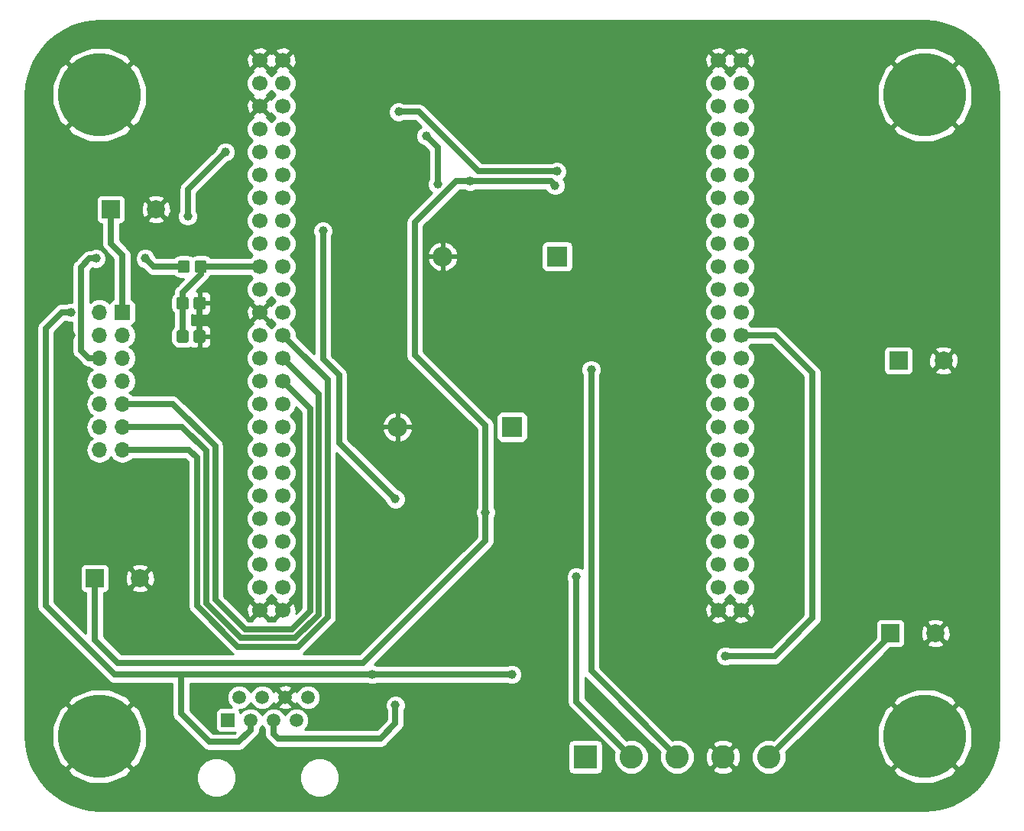
<source format=gbl>
G04 #@! TF.GenerationSoftware,KiCad,Pcbnew,5.0.0-fee4fd1~65~ubuntu17.10.1*
G04 #@! TF.CreationDate,2019-05-08T17:24:50-05:00*
G04 #@! TF.ProjectId,control_v1,636F6E74726F6C5F76312E6B69636164,1*
G04 #@! TF.SameCoordinates,Original*
G04 #@! TF.FileFunction,Copper,L2,Bot,Signal*
G04 #@! TF.FilePolarity,Positive*
%FSLAX46Y46*%
G04 Gerber Fmt 4.6, Leading zero omitted, Abs format (unit mm)*
G04 Created by KiCad (PCBNEW 5.0.0-fee4fd1~65~ubuntu17.10.1) date Wed May  8 17:24:50 2019*
%MOMM*%
%LPD*%
G01*
G04 APERTURE LIST*
G04 #@! TA.AperFunction,ComponentPad*
%ADD10C,2.000000*%
G04 #@! TD*
G04 #@! TA.AperFunction,ComponentPad*
%ADD11R,2.000000X2.000000*%
G04 #@! TD*
G04 #@! TA.AperFunction,ComponentPad*
%ADD12C,1.700000*%
G04 #@! TD*
G04 #@! TA.AperFunction,ComponentPad*
%ADD13O,2.200000X2.200000*%
G04 #@! TD*
G04 #@! TA.AperFunction,ComponentPad*
%ADD14R,2.200000X2.200000*%
G04 #@! TD*
G04 #@! TA.AperFunction,ComponentPad*
%ADD15O,1.700000X1.700000*%
G04 #@! TD*
G04 #@! TA.AperFunction,ComponentPad*
%ADD16R,1.700000X1.700000*%
G04 #@! TD*
G04 #@! TA.AperFunction,ComponentPad*
%ADD17C,2.600000*%
G04 #@! TD*
G04 #@! TA.AperFunction,ComponentPad*
%ADD18R,2.600000X2.600000*%
G04 #@! TD*
G04 #@! TA.AperFunction,ComponentPad*
%ADD19C,1.500000*%
G04 #@! TD*
G04 #@! TA.AperFunction,ComponentPad*
%ADD20R,1.500000X1.500000*%
G04 #@! TD*
G04 #@! TA.AperFunction,Conductor*
%ADD21C,0.100000*%
G04 #@! TD*
G04 #@! TA.AperFunction,SMDPad,CuDef*
%ADD22C,1.325000*%
G04 #@! TD*
G04 #@! TA.AperFunction,ComponentPad*
%ADD23C,9.200000*%
G04 #@! TD*
G04 #@! TA.AperFunction,ViaPad*
%ADD24C,1.000000*%
G04 #@! TD*
G04 #@! TA.AperFunction,Conductor*
%ADD25C,0.700000*%
G04 #@! TD*
G04 #@! TA.AperFunction,Conductor*
%ADD26C,0.254000*%
G04 #@! TD*
G04 APERTURE END LIST*
D10*
G04 #@! TO.P,C3,2*
G04 #@! TO.N,/GND*
X207819000Y-95504000D03*
D11*
G04 #@! TO.P,C3,1*
G04 #@! TO.N,/12v*
X202819000Y-95504000D03*
G04 #@! TD*
D12*
G04 #@! TO.P,M1,100*
G04 #@! TO.N,/GND*
X185420000Y-123190000D03*
G04 #@! TO.P,M1,99*
X182880000Y-123190000D03*
G04 #@! TO.P,M1,98*
G04 #@! TO.N,Net-(M1-Pad98)*
X185420000Y-120650000D03*
G04 #@! TO.P,M1,97*
G04 #@! TO.N,Net-(M1-Pad97)*
X182880000Y-120650000D03*
G04 #@! TO.P,M1,96*
G04 #@! TO.N,Net-(M1-Pad96)*
X185420000Y-118110000D03*
G04 #@! TO.P,M1,95*
G04 #@! TO.N,Net-(M1-Pad95)*
X182880000Y-118110000D03*
G04 #@! TO.P,M1,94*
G04 #@! TO.N,Net-(M1-Pad94)*
X185420000Y-115570000D03*
G04 #@! TO.P,M1,93*
G04 #@! TO.N,Net-(M1-Pad93)*
X182880000Y-115570000D03*
G04 #@! TO.P,M1,92*
G04 #@! TO.N,Net-(M1-Pad92)*
X185420000Y-113030000D03*
G04 #@! TO.P,M1,91*
G04 #@! TO.N,Net-(M1-Pad91)*
X182880000Y-113030000D03*
G04 #@! TO.P,M1,90*
G04 #@! TO.N,Net-(M1-Pad90)*
X185420000Y-110490000D03*
G04 #@! TO.P,M1,89*
G04 #@! TO.N,Net-(M1-Pad89)*
X182880000Y-110490000D03*
G04 #@! TO.P,M1,88*
G04 #@! TO.N,Net-(M1-Pad88)*
X185420000Y-107950000D03*
G04 #@! TO.P,M1,87*
G04 #@! TO.N,Net-(M1-Pad87)*
X182880000Y-107950000D03*
G04 #@! TO.P,M1,86*
G04 #@! TO.N,Net-(M1-Pad86)*
X185420000Y-105410000D03*
G04 #@! TO.P,M1,85*
G04 #@! TO.N,Net-(M1-Pad85)*
X182880000Y-105410000D03*
G04 #@! TO.P,M1,84*
G04 #@! TO.N,Net-(M1-Pad84)*
X185420000Y-102870000D03*
G04 #@! TO.P,M1,83*
G04 #@! TO.N,Net-(M1-Pad83)*
X182880000Y-102870000D03*
G04 #@! TO.P,M1,82*
G04 #@! TO.N,Net-(M1-Pad82)*
X185420000Y-100330000D03*
G04 #@! TO.P,M1,81*
G04 #@! TO.N,Net-(M1-Pad81)*
X182880000Y-100330000D03*
G04 #@! TO.P,M1,80*
G04 #@! TO.N,Net-(M1-Pad80)*
X185420000Y-97790000D03*
G04 #@! TO.P,M1,79*
G04 #@! TO.N,Net-(M1-Pad79)*
X182880000Y-97790000D03*
G04 #@! TO.P,M1,78*
G04 #@! TO.N,Net-(M1-Pad78)*
X185420000Y-95250000D03*
G04 #@! TO.P,M1,77*
G04 #@! TO.N,Net-(M1-Pad77)*
X182880000Y-95250000D03*
G04 #@! TO.P,M1,76*
G04 #@! TO.N,/microcontroller/HALL_B_SENSE*
X185420000Y-92710000D03*
G04 #@! TO.P,M1,75*
G04 #@! TO.N,/microcontroller/HALL_A_SENSE*
X182880000Y-92710000D03*
G04 #@! TO.P,M1,74*
G04 #@! TO.N,Net-(M1-Pad74)*
X185420000Y-90170000D03*
G04 #@! TO.P,M1,73*
G04 #@! TO.N,Net-(M1-Pad73)*
X182880000Y-90170000D03*
G04 #@! TO.P,M1,72*
G04 #@! TO.N,Net-(M1-Pad72)*
X185420000Y-87630000D03*
G04 #@! TO.P,M1,71*
G04 #@! TO.N,Net-(M1-Pad71)*
X182880000Y-87630000D03*
G04 #@! TO.P,M1,70*
G04 #@! TO.N,Net-(M1-Pad70)*
X185420000Y-85090000D03*
G04 #@! TO.P,M1,69*
G04 #@! TO.N,Net-(M1-Pad69)*
X182880000Y-85090000D03*
G04 #@! TO.P,M1,68*
G04 #@! TO.N,Net-(M1-Pad68)*
X185420000Y-82550000D03*
G04 #@! TO.P,M1,67*
G04 #@! TO.N,Net-(M1-Pad67)*
X182880000Y-82550000D03*
G04 #@! TO.P,M1,66*
G04 #@! TO.N,Net-(M1-Pad66)*
X185420000Y-80010000D03*
G04 #@! TO.P,M1,65*
G04 #@! TO.N,Net-(M1-Pad65)*
X182880000Y-80010000D03*
G04 #@! TO.P,M1,64*
G04 #@! TO.N,Net-(M1-Pad64)*
X185420000Y-77470000D03*
G04 #@! TO.P,M1,63*
G04 #@! TO.N,Net-(M1-Pad63)*
X182880000Y-77470000D03*
G04 #@! TO.P,M1,62*
G04 #@! TO.N,Net-(M1-Pad62)*
X185420000Y-74930000D03*
G04 #@! TO.P,M1,61*
G04 #@! TO.N,Net-(M1-Pad61)*
X182880000Y-74930000D03*
G04 #@! TO.P,M1,60*
G04 #@! TO.N,Net-(M1-Pad60)*
X185420000Y-72390000D03*
G04 #@! TO.P,M1,59*
G04 #@! TO.N,Net-(M1-Pad59)*
X182880000Y-72390000D03*
G04 #@! TO.P,M1,58*
G04 #@! TO.N,Net-(M1-Pad58)*
X185420000Y-69850000D03*
G04 #@! TO.P,M1,57*
G04 #@! TO.N,Net-(M1-Pad57)*
X182880000Y-69850000D03*
G04 #@! TO.P,M1,56*
G04 #@! TO.N,Net-(M1-Pad56)*
X185420000Y-67310000D03*
G04 #@! TO.P,M1,55*
G04 #@! TO.N,Net-(M1-Pad55)*
X182880000Y-67310000D03*
G04 #@! TO.P,M1,54*
G04 #@! TO.N,/5v*
X185420000Y-64770000D03*
G04 #@! TO.P,M1,53*
X182880000Y-64770000D03*
G04 #@! TO.P,M1,52*
G04 #@! TO.N,/GND*
X185420000Y-62230000D03*
G04 #@! TO.P,M1,51*
X182880000Y-62230000D03*
G04 #@! TO.P,M1,50*
X134620000Y-123190000D03*
G04 #@! TO.P,M1,49*
X132080000Y-123190000D03*
G04 #@! TO.P,M1,48*
G04 #@! TO.N,Net-(M1-Pad48)*
X134620000Y-120650000D03*
G04 #@! TO.P,M1,47*
G04 #@! TO.N,Net-(M1-Pad47)*
X132080000Y-120650000D03*
G04 #@! TO.P,M1,46*
G04 #@! TO.N,Net-(M1-Pad46)*
X134620000Y-118110000D03*
G04 #@! TO.P,M1,45*
G04 #@! TO.N,Net-(M1-Pad45)*
X132080000Y-118110000D03*
G04 #@! TO.P,M1,44*
G04 #@! TO.N,Net-(M1-Pad44)*
X134620000Y-115570000D03*
G04 #@! TO.P,M1,43*
G04 #@! TO.N,Net-(M1-Pad43)*
X132080000Y-115570000D03*
G04 #@! TO.P,M1,42*
G04 #@! TO.N,Net-(M1-Pad42)*
X134620000Y-113030000D03*
G04 #@! TO.P,M1,41*
G04 #@! TO.N,/USART_RX*
X132080000Y-113030000D03*
G04 #@! TO.P,M1,40*
G04 #@! TO.N,/USART_TX*
X134620000Y-110490000D03*
G04 #@! TO.P,M1,39*
G04 #@! TO.N,Net-(M1-Pad39)*
X132080000Y-110490000D03*
G04 #@! TO.P,M1,38*
G04 #@! TO.N,Net-(M1-Pad38)*
X134620000Y-107950000D03*
G04 #@! TO.P,M1,37*
G04 #@! TO.N,Net-(M1-Pad37)*
X132080000Y-107950000D03*
G04 #@! TO.P,M1,36*
G04 #@! TO.N,Net-(M1-Pad36)*
X134620000Y-105410000D03*
G04 #@! TO.P,M1,35*
G04 #@! TO.N,Net-(M1-Pad35)*
X132080000Y-105410000D03*
G04 #@! TO.P,M1,34*
G04 #@! TO.N,Net-(M1-Pad34)*
X134620000Y-102870000D03*
G04 #@! TO.P,M1,33*
G04 #@! TO.N,Net-(M1-Pad33)*
X132080000Y-102870000D03*
G04 #@! TO.P,M1,32*
G04 #@! TO.N,Net-(M1-Pad32)*
X134620000Y-100330000D03*
G04 #@! TO.P,M1,31*
G04 #@! TO.N,/HS_C_TTL_PWM*
X132080000Y-100330000D03*
G04 #@! TO.P,M1,30*
G04 #@! TO.N,/LS_C_TTL_PWM*
X134620000Y-97790000D03*
G04 #@! TO.P,M1,29*
G04 #@! TO.N,/HS_B_TTL_PWM*
X132080000Y-97790000D03*
G04 #@! TO.P,M1,28*
G04 #@! TO.N,/LS_B_TTL_PWM*
X134620000Y-95250000D03*
G04 #@! TO.P,M1,27*
G04 #@! TO.N,/HS_A_TTL_PWM*
X132080000Y-95250000D03*
G04 #@! TO.P,M1,26*
G04 #@! TO.N,/LS_A_TTL_PWM*
X134620000Y-92710000D03*
G04 #@! TO.P,M1,25*
G04 #@! TO.N,Net-(M1-Pad25)*
X132080000Y-92710000D03*
G04 #@! TO.P,M1,24*
G04 #@! TO.N,Net-(M1-Pad24)*
X134620000Y-90170000D03*
G04 #@! TO.P,M1,23*
G04 #@! TO.N,/GND*
X132080000Y-90170000D03*
G04 #@! TO.P,M1,22*
G04 #@! TO.N,/microcontroller/HALL_C_SENSE*
X134620000Y-87630000D03*
G04 #@! TO.P,M1,21*
G04 #@! TO.N,Net-(M1-Pad21)*
X132080000Y-87630000D03*
G04 #@! TO.P,M1,20*
G04 #@! TO.N,/microcontroller/PC4*
X134620000Y-85090000D03*
G04 #@! TO.P,M1,19*
G04 #@! TO.N,/microcontroller/PC5*
X132080000Y-85090000D03*
G04 #@! TO.P,M1,18*
G04 #@! TO.N,Net-(M1-Pad18)*
X134620000Y-82550000D03*
G04 #@! TO.P,M1,17*
G04 #@! TO.N,Net-(M1-Pad17)*
X132080000Y-82550000D03*
G04 #@! TO.P,M1,16*
G04 #@! TO.N,Net-(M1-Pad16)*
X134620000Y-80010000D03*
G04 #@! TO.P,M1,15*
G04 #@! TO.N,Net-(M1-Pad15)*
X132080000Y-80010000D03*
G04 #@! TO.P,M1,14*
G04 #@! TO.N,Net-(M1-Pad14)*
X134620000Y-77470000D03*
G04 #@! TO.P,M1,13*
G04 #@! TO.N,Net-(M1-Pad13)*
X132080000Y-77470000D03*
G04 #@! TO.P,M1,12*
G04 #@! TO.N,Net-(M1-Pad12)*
X134620000Y-74930000D03*
G04 #@! TO.P,M1,11*
G04 #@! TO.N,/AUX_0*
X132080000Y-74930000D03*
G04 #@! TO.P,M1,10*
G04 #@! TO.N,Net-(M1-Pad10)*
X134620000Y-72390000D03*
G04 #@! TO.P,M1,9*
G04 #@! TO.N,/AUX_1*
X132080000Y-72390000D03*
G04 #@! TO.P,M1,8*
G04 #@! TO.N,Net-(M1-Pad8)*
X134620000Y-69850000D03*
G04 #@! TO.P,M1,7*
G04 #@! TO.N,Net-(M1-Pad7)*
X132080000Y-69850000D03*
G04 #@! TO.P,M1,6*
G04 #@! TO.N,Net-(M1-Pad6)*
X134620000Y-67310000D03*
G04 #@! TO.P,M1,5*
G04 #@! TO.N,/GND*
X132080000Y-67310000D03*
G04 #@! TO.P,M1,4*
G04 #@! TO.N,Net-(M1-Pad4)*
X134620000Y-64770000D03*
G04 #@! TO.P,M1,3*
G04 #@! TO.N,Net-(M1-Pad3)*
X132080000Y-64770000D03*
G04 #@! TO.P,M1,2*
G04 #@! TO.N,/GND*
X134620000Y-62230000D03*
G04 #@! TO.P,M1,1*
X132080000Y-62230000D03*
G04 #@! TD*
D13*
G04 #@! TO.P,D1,2*
G04 #@! TO.N,/GND*
X152323800Y-83972400D03*
D14*
G04 #@! TO.P,D1,1*
G04 #@! TO.N,/powerconverters/12v_OUT*
X165023800Y-83972400D03*
G04 #@! TD*
D13*
G04 #@! TO.P,D2,2*
G04 #@! TO.N,/GND*
X147320000Y-102870000D03*
D14*
G04 #@! TO.P,D2,1*
G04 #@! TO.N,/powerconverters/5v_OUT*
X160020000Y-102870000D03*
G04 #@! TD*
D15*
G04 #@! TO.P,J1,14*
G04 #@! TO.N,/HS_A_TTL_PWM*
X114300000Y-105410000D03*
G04 #@! TO.P,J1,13*
G04 #@! TO.N,/LS_A_TTL_PWM*
X116840000Y-105410000D03*
G04 #@! TO.P,J1,12*
G04 #@! TO.N,/HS_B_TTL_PWM*
X114300000Y-102870000D03*
G04 #@! TO.P,J1,11*
G04 #@! TO.N,/LS_B_TTL_PWM*
X116840000Y-102870000D03*
G04 #@! TO.P,J1,10*
G04 #@! TO.N,/HS_C_TTL_PWM*
X114300000Y-100330000D03*
G04 #@! TO.P,J1,9*
G04 #@! TO.N,/LS_C_TTL_PWM*
X116840000Y-100330000D03*
G04 #@! TO.P,J1,8*
G04 #@! TO.N,/AUX_1*
X114300000Y-97790000D03*
G04 #@! TO.P,J1,7*
G04 #@! TO.N,/AUX_0*
X116840000Y-97790000D03*
G04 #@! TO.P,J1,6*
G04 #@! TO.N,/PHASEB_FB*
X114300000Y-95250000D03*
G04 #@! TO.P,J1,5*
G04 #@! TO.N,/PHASEA_FB*
X116840000Y-95250000D03*
G04 #@! TO.P,J1,4*
G04 #@! TO.N,/GND*
X114300000Y-92710000D03*
G04 #@! TO.P,J1,3*
G04 #@! TO.N,/12v*
X116840000Y-92710000D03*
G04 #@! TO.P,J1,2*
G04 #@! TO.N,/5v*
X114300000Y-90170000D03*
D16*
G04 #@! TO.P,J1,1*
G04 #@! TO.N,/48v*
X116840000Y-90170000D03*
G04 #@! TD*
D17*
G04 #@! TO.P,J2,5*
G04 #@! TO.N,/5v*
X188468000Y-139446000D03*
G04 #@! TO.P,J2,4*
G04 #@! TO.N,/GND*
X183388000Y-139446000D03*
G04 #@! TO.P,J2,3*
G04 #@! TO.N,/HALL_A*
X178308000Y-139446000D03*
G04 #@! TO.P,J2,2*
G04 #@! TO.N,/HALL_B*
X173228000Y-139446000D03*
D18*
G04 #@! TO.P,J2,1*
G04 #@! TO.N,/HALL_C*
X168148000Y-139446000D03*
G04 #@! TD*
D19*
G04 #@! TO.P,J4,8*
G04 #@! TO.N,/-RX*
X137414000Y-132842000D03*
G04 #@! TO.P,J4,7*
G04 #@! TO.N,/+RX*
X136144000Y-135382000D03*
G04 #@! TO.P,J4,6*
G04 #@! TO.N,/GND*
X134874000Y-132842000D03*
G04 #@! TO.P,J4,5*
G04 #@! TO.N,/TransEnable_TTL*
X133604000Y-135382000D03*
G04 #@! TO.P,J4,4*
G04 #@! TO.N,Net-(J4-Pad4)*
X132334000Y-132842000D03*
G04 #@! TO.P,J4,3*
G04 #@! TO.N,/5v*
X131064000Y-135382000D03*
G04 #@! TO.P,J4,2*
G04 #@! TO.N,/+TX*
X129794000Y-132842000D03*
D20*
G04 #@! TO.P,J4,1*
G04 #@! TO.N,/-TX*
X128524000Y-135382000D03*
G04 #@! TD*
D21*
G04 #@! TO.N,/microcontroller/PC5*
G04 #@! TO.C,R5*
G36*
X125961505Y-84391204D02*
X125985773Y-84394804D01*
X126009572Y-84400765D01*
X126032671Y-84409030D01*
X126054850Y-84419520D01*
X126075893Y-84432132D01*
X126095599Y-84446747D01*
X126113777Y-84463223D01*
X126130253Y-84481401D01*
X126144868Y-84501107D01*
X126157480Y-84522150D01*
X126167970Y-84544329D01*
X126176235Y-84567428D01*
X126182196Y-84591227D01*
X126185796Y-84615495D01*
X126187000Y-84639999D01*
X126187000Y-85540001D01*
X126185796Y-85564505D01*
X126182196Y-85588773D01*
X126176235Y-85612572D01*
X126167970Y-85635671D01*
X126157480Y-85657850D01*
X126144868Y-85678893D01*
X126130253Y-85698599D01*
X126113777Y-85716777D01*
X126095599Y-85733253D01*
X126075893Y-85747868D01*
X126054850Y-85760480D01*
X126032671Y-85770970D01*
X126009572Y-85779235D01*
X125985773Y-85785196D01*
X125961505Y-85788796D01*
X125937001Y-85790000D01*
X125111999Y-85790000D01*
X125087495Y-85788796D01*
X125063227Y-85785196D01*
X125039428Y-85779235D01*
X125016329Y-85770970D01*
X124994150Y-85760480D01*
X124973107Y-85747868D01*
X124953401Y-85733253D01*
X124935223Y-85716777D01*
X124918747Y-85698599D01*
X124904132Y-85678893D01*
X124891520Y-85657850D01*
X124881030Y-85635671D01*
X124872765Y-85612572D01*
X124866804Y-85588773D01*
X124863204Y-85564505D01*
X124862000Y-85540001D01*
X124862000Y-84639999D01*
X124863204Y-84615495D01*
X124866804Y-84591227D01*
X124872765Y-84567428D01*
X124881030Y-84544329D01*
X124891520Y-84522150D01*
X124904132Y-84501107D01*
X124918747Y-84481401D01*
X124935223Y-84463223D01*
X124953401Y-84446747D01*
X124973107Y-84432132D01*
X124994150Y-84419520D01*
X125016329Y-84409030D01*
X125039428Y-84400765D01*
X125063227Y-84394804D01*
X125087495Y-84391204D01*
X125111999Y-84390000D01*
X125937001Y-84390000D01*
X125961505Y-84391204D01*
X125961505Y-84391204D01*
G37*
D22*
G04 #@! TD*
G04 #@! TO.P,R5,2*
G04 #@! TO.N,/microcontroller/PC5*
X125524500Y-85090000D03*
D21*
G04 #@! TO.N,/PHASEB_FB*
G04 #@! TO.C,R5*
G36*
X124086505Y-84391204D02*
X124110773Y-84394804D01*
X124134572Y-84400765D01*
X124157671Y-84409030D01*
X124179850Y-84419520D01*
X124200893Y-84432132D01*
X124220599Y-84446747D01*
X124238777Y-84463223D01*
X124255253Y-84481401D01*
X124269868Y-84501107D01*
X124282480Y-84522150D01*
X124292970Y-84544329D01*
X124301235Y-84567428D01*
X124307196Y-84591227D01*
X124310796Y-84615495D01*
X124312000Y-84639999D01*
X124312000Y-85540001D01*
X124310796Y-85564505D01*
X124307196Y-85588773D01*
X124301235Y-85612572D01*
X124292970Y-85635671D01*
X124282480Y-85657850D01*
X124269868Y-85678893D01*
X124255253Y-85698599D01*
X124238777Y-85716777D01*
X124220599Y-85733253D01*
X124200893Y-85747868D01*
X124179850Y-85760480D01*
X124157671Y-85770970D01*
X124134572Y-85779235D01*
X124110773Y-85785196D01*
X124086505Y-85788796D01*
X124062001Y-85790000D01*
X123236999Y-85790000D01*
X123212495Y-85788796D01*
X123188227Y-85785196D01*
X123164428Y-85779235D01*
X123141329Y-85770970D01*
X123119150Y-85760480D01*
X123098107Y-85747868D01*
X123078401Y-85733253D01*
X123060223Y-85716777D01*
X123043747Y-85698599D01*
X123029132Y-85678893D01*
X123016520Y-85657850D01*
X123006030Y-85635671D01*
X122997765Y-85612572D01*
X122991804Y-85588773D01*
X122988204Y-85564505D01*
X122987000Y-85540001D01*
X122987000Y-84639999D01*
X122988204Y-84615495D01*
X122991804Y-84591227D01*
X122997765Y-84567428D01*
X123006030Y-84544329D01*
X123016520Y-84522150D01*
X123029132Y-84501107D01*
X123043747Y-84481401D01*
X123060223Y-84463223D01*
X123078401Y-84446747D01*
X123098107Y-84432132D01*
X123119150Y-84419520D01*
X123141329Y-84409030D01*
X123164428Y-84400765D01*
X123188227Y-84394804D01*
X123212495Y-84391204D01*
X123236999Y-84390000D01*
X124062001Y-84390000D01*
X124086505Y-84391204D01*
X124086505Y-84391204D01*
G37*
D22*
G04 #@! TD*
G04 #@! TO.P,R5,1*
G04 #@! TO.N,/PHASEB_FB*
X123649500Y-85090000D03*
D21*
G04 #@! TO.N,/GND*
G04 #@! TO.C,R6*
G36*
X125834505Y-92138204D02*
X125858773Y-92141804D01*
X125882572Y-92147765D01*
X125905671Y-92156030D01*
X125927850Y-92166520D01*
X125948893Y-92179132D01*
X125968599Y-92193747D01*
X125986777Y-92210223D01*
X126003253Y-92228401D01*
X126017868Y-92248107D01*
X126030480Y-92269150D01*
X126040970Y-92291329D01*
X126049235Y-92314428D01*
X126055196Y-92338227D01*
X126058796Y-92362495D01*
X126060000Y-92386999D01*
X126060000Y-93287001D01*
X126058796Y-93311505D01*
X126055196Y-93335773D01*
X126049235Y-93359572D01*
X126040970Y-93382671D01*
X126030480Y-93404850D01*
X126017868Y-93425893D01*
X126003253Y-93445599D01*
X125986777Y-93463777D01*
X125968599Y-93480253D01*
X125948893Y-93494868D01*
X125927850Y-93507480D01*
X125905671Y-93517970D01*
X125882572Y-93526235D01*
X125858773Y-93532196D01*
X125834505Y-93535796D01*
X125810001Y-93537000D01*
X124984999Y-93537000D01*
X124960495Y-93535796D01*
X124936227Y-93532196D01*
X124912428Y-93526235D01*
X124889329Y-93517970D01*
X124867150Y-93507480D01*
X124846107Y-93494868D01*
X124826401Y-93480253D01*
X124808223Y-93463777D01*
X124791747Y-93445599D01*
X124777132Y-93425893D01*
X124764520Y-93404850D01*
X124754030Y-93382671D01*
X124745765Y-93359572D01*
X124739804Y-93335773D01*
X124736204Y-93311505D01*
X124735000Y-93287001D01*
X124735000Y-92386999D01*
X124736204Y-92362495D01*
X124739804Y-92338227D01*
X124745765Y-92314428D01*
X124754030Y-92291329D01*
X124764520Y-92269150D01*
X124777132Y-92248107D01*
X124791747Y-92228401D01*
X124808223Y-92210223D01*
X124826401Y-92193747D01*
X124846107Y-92179132D01*
X124867150Y-92166520D01*
X124889329Y-92156030D01*
X124912428Y-92147765D01*
X124936227Y-92141804D01*
X124960495Y-92138204D01*
X124984999Y-92137000D01*
X125810001Y-92137000D01*
X125834505Y-92138204D01*
X125834505Y-92138204D01*
G37*
D22*
G04 #@! TD*
G04 #@! TO.P,R6,2*
G04 #@! TO.N,/GND*
X125397500Y-92837000D03*
D21*
G04 #@! TO.N,/microcontroller/PC5*
G04 #@! TO.C,R6*
G36*
X123959505Y-92138204D02*
X123983773Y-92141804D01*
X124007572Y-92147765D01*
X124030671Y-92156030D01*
X124052850Y-92166520D01*
X124073893Y-92179132D01*
X124093599Y-92193747D01*
X124111777Y-92210223D01*
X124128253Y-92228401D01*
X124142868Y-92248107D01*
X124155480Y-92269150D01*
X124165970Y-92291329D01*
X124174235Y-92314428D01*
X124180196Y-92338227D01*
X124183796Y-92362495D01*
X124185000Y-92386999D01*
X124185000Y-93287001D01*
X124183796Y-93311505D01*
X124180196Y-93335773D01*
X124174235Y-93359572D01*
X124165970Y-93382671D01*
X124155480Y-93404850D01*
X124142868Y-93425893D01*
X124128253Y-93445599D01*
X124111777Y-93463777D01*
X124093599Y-93480253D01*
X124073893Y-93494868D01*
X124052850Y-93507480D01*
X124030671Y-93517970D01*
X124007572Y-93526235D01*
X123983773Y-93532196D01*
X123959505Y-93535796D01*
X123935001Y-93537000D01*
X123109999Y-93537000D01*
X123085495Y-93535796D01*
X123061227Y-93532196D01*
X123037428Y-93526235D01*
X123014329Y-93517970D01*
X122992150Y-93507480D01*
X122971107Y-93494868D01*
X122951401Y-93480253D01*
X122933223Y-93463777D01*
X122916747Y-93445599D01*
X122902132Y-93425893D01*
X122889520Y-93404850D01*
X122879030Y-93382671D01*
X122870765Y-93359572D01*
X122864804Y-93335773D01*
X122861204Y-93311505D01*
X122860000Y-93287001D01*
X122860000Y-92386999D01*
X122861204Y-92362495D01*
X122864804Y-92338227D01*
X122870765Y-92314428D01*
X122879030Y-92291329D01*
X122889520Y-92269150D01*
X122902132Y-92248107D01*
X122916747Y-92228401D01*
X122933223Y-92210223D01*
X122951401Y-92193747D01*
X122971107Y-92179132D01*
X122992150Y-92166520D01*
X123014329Y-92156030D01*
X123037428Y-92147765D01*
X123061227Y-92141804D01*
X123085495Y-92138204D01*
X123109999Y-92137000D01*
X123935001Y-92137000D01*
X123959505Y-92138204D01*
X123959505Y-92138204D01*
G37*
D22*
G04 #@! TD*
G04 #@! TO.P,R6,1*
G04 #@! TO.N,/microcontroller/PC5*
X123522500Y-92837000D03*
D21*
G04 #@! TO.N,/GND*
G04 #@! TO.C,C10*
G36*
X125834505Y-88455204D02*
X125858773Y-88458804D01*
X125882572Y-88464765D01*
X125905671Y-88473030D01*
X125927850Y-88483520D01*
X125948893Y-88496132D01*
X125968599Y-88510747D01*
X125986777Y-88527223D01*
X126003253Y-88545401D01*
X126017868Y-88565107D01*
X126030480Y-88586150D01*
X126040970Y-88608329D01*
X126049235Y-88631428D01*
X126055196Y-88655227D01*
X126058796Y-88679495D01*
X126060000Y-88703999D01*
X126060000Y-89604001D01*
X126058796Y-89628505D01*
X126055196Y-89652773D01*
X126049235Y-89676572D01*
X126040970Y-89699671D01*
X126030480Y-89721850D01*
X126017868Y-89742893D01*
X126003253Y-89762599D01*
X125986777Y-89780777D01*
X125968599Y-89797253D01*
X125948893Y-89811868D01*
X125927850Y-89824480D01*
X125905671Y-89834970D01*
X125882572Y-89843235D01*
X125858773Y-89849196D01*
X125834505Y-89852796D01*
X125810001Y-89854000D01*
X124984999Y-89854000D01*
X124960495Y-89852796D01*
X124936227Y-89849196D01*
X124912428Y-89843235D01*
X124889329Y-89834970D01*
X124867150Y-89824480D01*
X124846107Y-89811868D01*
X124826401Y-89797253D01*
X124808223Y-89780777D01*
X124791747Y-89762599D01*
X124777132Y-89742893D01*
X124764520Y-89721850D01*
X124754030Y-89699671D01*
X124745765Y-89676572D01*
X124739804Y-89652773D01*
X124736204Y-89628505D01*
X124735000Y-89604001D01*
X124735000Y-88703999D01*
X124736204Y-88679495D01*
X124739804Y-88655227D01*
X124745765Y-88631428D01*
X124754030Y-88608329D01*
X124764520Y-88586150D01*
X124777132Y-88565107D01*
X124791747Y-88545401D01*
X124808223Y-88527223D01*
X124826401Y-88510747D01*
X124846107Y-88496132D01*
X124867150Y-88483520D01*
X124889329Y-88473030D01*
X124912428Y-88464765D01*
X124936227Y-88458804D01*
X124960495Y-88455204D01*
X124984999Y-88454000D01*
X125810001Y-88454000D01*
X125834505Y-88455204D01*
X125834505Y-88455204D01*
G37*
D22*
G04 #@! TD*
G04 #@! TO.P,C10,2*
G04 #@! TO.N,/GND*
X125397500Y-89154000D03*
D21*
G04 #@! TO.N,/microcontroller/PC5*
G04 #@! TO.C,C10*
G36*
X123959505Y-88455204D02*
X123983773Y-88458804D01*
X124007572Y-88464765D01*
X124030671Y-88473030D01*
X124052850Y-88483520D01*
X124073893Y-88496132D01*
X124093599Y-88510747D01*
X124111777Y-88527223D01*
X124128253Y-88545401D01*
X124142868Y-88565107D01*
X124155480Y-88586150D01*
X124165970Y-88608329D01*
X124174235Y-88631428D01*
X124180196Y-88655227D01*
X124183796Y-88679495D01*
X124185000Y-88703999D01*
X124185000Y-89604001D01*
X124183796Y-89628505D01*
X124180196Y-89652773D01*
X124174235Y-89676572D01*
X124165970Y-89699671D01*
X124155480Y-89721850D01*
X124142868Y-89742893D01*
X124128253Y-89762599D01*
X124111777Y-89780777D01*
X124093599Y-89797253D01*
X124073893Y-89811868D01*
X124052850Y-89824480D01*
X124030671Y-89834970D01*
X124007572Y-89843235D01*
X123983773Y-89849196D01*
X123959505Y-89852796D01*
X123935001Y-89854000D01*
X123109999Y-89854000D01*
X123085495Y-89852796D01*
X123061227Y-89849196D01*
X123037428Y-89843235D01*
X123014329Y-89834970D01*
X122992150Y-89824480D01*
X122971107Y-89811868D01*
X122951401Y-89797253D01*
X122933223Y-89780777D01*
X122916747Y-89762599D01*
X122902132Y-89742893D01*
X122889520Y-89721850D01*
X122879030Y-89699671D01*
X122870765Y-89676572D01*
X122864804Y-89652773D01*
X122861204Y-89628505D01*
X122860000Y-89604001D01*
X122860000Y-88703999D01*
X122861204Y-88679495D01*
X122864804Y-88655227D01*
X122870765Y-88631428D01*
X122879030Y-88608329D01*
X122889520Y-88586150D01*
X122902132Y-88565107D01*
X122916747Y-88545401D01*
X122933223Y-88527223D01*
X122951401Y-88510747D01*
X122971107Y-88496132D01*
X122992150Y-88483520D01*
X123014329Y-88473030D01*
X123037428Y-88464765D01*
X123061227Y-88458804D01*
X123085495Y-88455204D01*
X123109999Y-88454000D01*
X123935001Y-88454000D01*
X123959505Y-88455204D01*
X123959505Y-88455204D01*
G37*
D22*
G04 #@! TD*
G04 #@! TO.P,C10,1*
G04 #@! TO.N,/microcontroller/PC5*
X123522500Y-89154000D03*
D23*
G04 #@! TO.P,MK1,1*
G04 #@! TO.N,/GND*
X114300000Y-66040000D03*
G04 #@! TD*
G04 #@! TO.P,MK2,1*
G04 #@! TO.N,/GND*
X205740000Y-66040000D03*
G04 #@! TD*
G04 #@! TO.P,MK3,1*
G04 #@! TO.N,/GND*
X205740000Y-137160000D03*
G04 #@! TD*
G04 #@! TO.P,MK4,1*
G04 #@! TO.N,/GND*
X114300000Y-137160000D03*
G04 #@! TD*
D10*
G04 #@! TO.P,C1,2*
G04 #@! TO.N,/GND*
X120570000Y-78740000D03*
D11*
G04 #@! TO.P,C1,1*
G04 #@! TO.N,/48v*
X115570000Y-78740000D03*
G04 #@! TD*
D10*
G04 #@! TO.P,C2,2*
G04 #@! TO.N,/GND*
X118792000Y-119634000D03*
D11*
G04 #@! TO.P,C2,1*
G04 #@! TO.N,/48v*
X113792000Y-119634000D03*
G04 #@! TD*
D10*
G04 #@! TO.P,C4,2*
G04 #@! TO.N,/GND*
X206930000Y-125730000D03*
D11*
G04 #@! TO.P,C4,1*
G04 #@! TO.N,/5v*
X201930000Y-125730000D03*
G04 #@! TD*
D24*
G04 #@! TO.N,/48v*
X155350000Y-75625000D03*
X157070000Y-112335000D03*
X164795200Y-76123800D03*
G04 #@! TO.N,/GND*
X158496000Y-66421000D03*
X154559000Y-124206000D03*
X157734000Y-118999000D03*
X159766000Y-108458000D03*
X129286000Y-80010000D03*
X111125000Y-92710000D03*
X167132000Y-62484000D03*
X173482000Y-121412000D03*
G04 #@! TO.N,/5v*
X111125000Y-90170000D03*
X144526000Y-130302000D03*
X160020000Y-130302000D03*
G04 #@! TO.N,/PHASEA_FB*
X151765000Y-75946000D03*
X150495000Y-70612000D03*
G04 #@! TO.N,/PHASEB_FB*
X119380000Y-84201000D03*
X113919000Y-84201000D03*
G04 #@! TO.N,/AUX_1*
X124079000Y-79502000D03*
X128270000Y-72390000D03*
G04 #@! TO.N,/HALL_B*
X167132000Y-119507000D03*
G04 #@! TO.N,/HALL_A*
X168783000Y-96520000D03*
G04 #@! TO.N,/microcontroller/HALL_B_SENSE*
X183642000Y-128270000D03*
G04 #@! TO.N,/TransEnable_TTL*
X147100000Y-110871000D03*
X139065000Y-81153000D03*
X147100000Y-133731000D03*
G04 #@! TO.N,/powerconverters/TransEnable*
X164973000Y-74549000D03*
X147447000Y-67945000D03*
G04 #@! TD*
D25*
G04 #@! TO.N,/48v*
X115570000Y-78740000D02*
X115570000Y-82550000D01*
X115570000Y-82550000D02*
X116840000Y-83820000D01*
X116840000Y-83820000D02*
X116840000Y-90170000D01*
X157070000Y-115472000D02*
X157070000Y-112335000D01*
X143510000Y-129032000D02*
X157070000Y-115472000D01*
X116332000Y-129032000D02*
X143510000Y-129032000D01*
X113792000Y-119634000D02*
X113792000Y-126492000D01*
X113792000Y-126492000D02*
X116332000Y-129032000D01*
X153838600Y-75625000D02*
X155350000Y-75625000D01*
X149250400Y-80213200D02*
X153838600Y-75625000D01*
X149250400Y-94919800D02*
X149250400Y-80213200D01*
X157070000Y-112335000D02*
X157070000Y-102739400D01*
X157070000Y-102739400D02*
X149250400Y-94919800D01*
X155350000Y-75625000D02*
X164296400Y-75625000D01*
X164296400Y-75625000D02*
X164795200Y-76123800D01*
G04 #@! TO.N,/GND*
X125397500Y-92837000D02*
X125397500Y-89154000D01*
G04 #@! TO.N,/5v*
X108331000Y-91948000D02*
X108331000Y-122682000D01*
X111125000Y-90170000D02*
X110109000Y-90170000D01*
X108331000Y-122682000D02*
X115951000Y-130302000D01*
X110109000Y-90170000D02*
X108331000Y-91948000D01*
X125349000Y-130302000D02*
X144526000Y-130302000D01*
X131064000Y-136442660D02*
X129711660Y-137795000D01*
X131064000Y-135382000D02*
X131064000Y-136442660D01*
X129711660Y-137795000D02*
X126492000Y-137795000D01*
X144526000Y-130302000D02*
X160020000Y-130302000D01*
X201930000Y-125984000D02*
X201930000Y-125730000D01*
X188468000Y-139446000D02*
X201930000Y-125984000D01*
X123347000Y-134650000D02*
X123347000Y-132715000D01*
X126492000Y-137795000D02*
X123347000Y-134650000D01*
X123347000Y-130332000D02*
X123317000Y-130302000D01*
X123347000Y-132715000D02*
X123347000Y-130332000D01*
X115951000Y-130302000D02*
X123317000Y-130302000D01*
X123317000Y-130302000D02*
X125349000Y-130302000D01*
G04 #@! TO.N,/PHASEA_FB*
X151765000Y-75946000D02*
X151765000Y-71882000D01*
X151765000Y-71882000D02*
X150495000Y-70612000D01*
G04 #@! TO.N,/PHASEB_FB*
X123649500Y-85090000D02*
X120269000Y-85090000D01*
X120269000Y-85090000D02*
X119380000Y-84201000D01*
X113211894Y-84201000D02*
X113919000Y-84201000D01*
X112268000Y-85144894D02*
X113211894Y-84201000D01*
X112268000Y-94420081D02*
X112268000Y-85144894D01*
X113097919Y-95250000D02*
X112268000Y-94420081D01*
X114300000Y-95250000D02*
X113097919Y-95250000D01*
G04 #@! TO.N,/AUX_1*
X124079000Y-79502000D02*
X124079000Y-78794894D01*
X124079000Y-78794894D02*
X124079000Y-76581000D01*
X124079000Y-76581000D02*
X128270000Y-72390000D01*
G04 #@! TO.N,/LS_C_TTL_PWM*
X137668000Y-123317000D02*
X137668000Y-100838000D01*
X122428000Y-100330000D02*
X127127000Y-105029000D01*
X130429000Y-125349000D02*
X135636000Y-125349000D01*
X127127000Y-105029000D02*
X127127000Y-122047000D01*
X116840000Y-100330000D02*
X122428000Y-100330000D01*
X127127000Y-122047000D02*
X130429000Y-125349000D01*
X135636000Y-125349000D02*
X137668000Y-123317000D01*
X137668000Y-100838000D02*
X134620000Y-97790000D01*
G04 #@! TO.N,/LS_B_TTL_PWM*
X135469999Y-96099999D02*
X134620000Y-95250000D01*
X138568010Y-99198010D02*
X135469999Y-96099999D01*
X138568010Y-123689796D02*
X138568010Y-99198010D01*
X123463214Y-102870000D02*
X126111000Y-105517786D01*
X126111000Y-105517786D02*
X126111000Y-122428000D01*
X126111000Y-122428000D02*
X129932010Y-126249010D01*
X116840000Y-102870000D02*
X123463214Y-102870000D01*
X129932010Y-126249010D02*
X136008797Y-126249009D01*
X136008797Y-126249009D02*
X138568010Y-123689796D01*
G04 #@! TO.N,/LS_A_TTL_PWM*
X135469999Y-93559999D02*
X134620000Y-92710000D01*
X139573000Y-97663000D02*
X135469999Y-93559999D01*
X139573000Y-123957612D02*
X139573000Y-97663000D01*
X129664194Y-127254000D02*
X136276612Y-127254000D01*
X124206000Y-105410000D02*
X125095000Y-106299000D01*
X116840000Y-105410000D02*
X124206000Y-105410000D01*
X125095000Y-106299000D02*
X125095000Y-122684806D01*
X136276612Y-127254000D02*
X139573000Y-123957612D01*
X125095000Y-122684806D02*
X129664194Y-127254000D01*
G04 #@! TO.N,/HALL_B*
X167132000Y-124841000D02*
X167132000Y-119507000D01*
X167132000Y-133350000D02*
X167132000Y-124841000D01*
X173228000Y-139446000D02*
X167132000Y-133350000D01*
G04 #@! TO.N,/HALL_A*
X168783000Y-129921000D02*
X178308000Y-139446000D01*
X168783000Y-96520000D02*
X168783000Y-129921000D01*
G04 #@! TO.N,/microcontroller/PC5*
X125524500Y-85090000D02*
X132080000Y-85090000D01*
X125524500Y-85090000D02*
X125524500Y-85930500D01*
X123522500Y-87932500D02*
X123522500Y-89154000D01*
X125524500Y-85930500D02*
X123522500Y-87932500D01*
X123522500Y-89154000D02*
X123522500Y-92837000D01*
G04 #@! TO.N,/microcontroller/HALL_B_SENSE*
X189103000Y-92710000D02*
X185420000Y-92710000D01*
X193294000Y-96901000D02*
X189103000Y-92710000D01*
X193294000Y-124079000D02*
X193294000Y-96901000D01*
X189103000Y-128270000D02*
X193294000Y-124079000D01*
X183642000Y-128270000D02*
X184785000Y-128270000D01*
X184785000Y-128270000D02*
X189103000Y-128270000D01*
G04 #@! TO.N,/TransEnable_TTL*
X140843000Y-104614000D02*
X147100000Y-110871000D01*
X140843000Y-97155000D02*
X140843000Y-104614000D01*
X139065000Y-81153000D02*
X139065000Y-95377000D01*
X139065000Y-95377000D02*
X140843000Y-97155000D01*
X134112000Y-137414000D02*
X145415000Y-137414000D01*
X133604000Y-135382000D02*
X133604000Y-136906000D01*
X133604000Y-136906000D02*
X134112000Y-137414000D01*
X147100000Y-135729000D02*
X145415000Y-137414000D01*
X147100000Y-133731000D02*
X147100000Y-135729000D01*
G04 #@! TO.N,/powerconverters/TransEnable*
X156282106Y-74549000D02*
X164973000Y-74549000D01*
X147447000Y-67945000D02*
X149678106Y-67945000D01*
X149678106Y-67945000D02*
X156282106Y-74549000D01*
G04 #@! TO.N,/+TX*
X129667000Y-132715000D02*
X129794000Y-132842000D01*
G04 #@! TD*
D26*
G04 #@! TO.N,/GND*
G36*
X206821647Y-57933407D02*
X207884301Y-58147676D01*
X208909269Y-58500601D01*
X209878569Y-58985990D01*
X210775151Y-59595307D01*
X211583270Y-60317850D01*
X212288731Y-61140925D01*
X212879135Y-62050068D01*
X213344116Y-63029316D01*
X213675501Y-64061456D01*
X213868128Y-65132032D01*
X213920001Y-66059852D01*
X213920000Y-137136447D01*
X213846592Y-138241648D01*
X213632324Y-139304302D01*
X213279399Y-140329268D01*
X212794010Y-141298569D01*
X212184700Y-142195143D01*
X211462154Y-143003266D01*
X210639078Y-143708729D01*
X209729931Y-144299135D01*
X208750684Y-144764116D01*
X207718542Y-145095501D01*
X206647968Y-145288128D01*
X205720167Y-145340000D01*
X114323553Y-145340000D01*
X113218352Y-145266592D01*
X112155698Y-145052324D01*
X111130732Y-144699399D01*
X110161431Y-144214010D01*
X109264857Y-143604700D01*
X108456734Y-142882154D01*
X107751271Y-142059078D01*
X107160865Y-141149931D01*
X107047257Y-140910673D01*
X110728932Y-140910673D01*
X111266294Y-141551603D01*
X113177815Y-142378261D01*
X115260179Y-142410486D01*
X117196364Y-141643372D01*
X117333706Y-141551603D01*
X117555190Y-141287431D01*
X125019000Y-141287431D01*
X125019000Y-142176569D01*
X125359259Y-142998026D01*
X125987974Y-143626741D01*
X126809431Y-143967000D01*
X127698569Y-143967000D01*
X128520026Y-143626741D01*
X129148741Y-142998026D01*
X129489000Y-142176569D01*
X129489000Y-141287431D01*
X136449000Y-141287431D01*
X136449000Y-142176569D01*
X136789259Y-142998026D01*
X137417974Y-143626741D01*
X138239431Y-143967000D01*
X139128569Y-143967000D01*
X139950026Y-143626741D01*
X140578741Y-142998026D01*
X140919000Y-142176569D01*
X140919000Y-141287431D01*
X140578741Y-140465974D01*
X139950026Y-139837259D01*
X139128569Y-139497000D01*
X138239431Y-139497000D01*
X137417974Y-139837259D01*
X136789259Y-140465974D01*
X136449000Y-141287431D01*
X129489000Y-141287431D01*
X129148741Y-140465974D01*
X128520026Y-139837259D01*
X127698569Y-139497000D01*
X126809431Y-139497000D01*
X125987974Y-139837259D01*
X125359259Y-140465974D01*
X125019000Y-141287431D01*
X117555190Y-141287431D01*
X117871068Y-140910673D01*
X114300000Y-137339605D01*
X110728932Y-140910673D01*
X107047257Y-140910673D01*
X106695884Y-140170684D01*
X106364499Y-139138542D01*
X106181267Y-138120179D01*
X109049514Y-138120179D01*
X109816628Y-140056364D01*
X109908397Y-140193706D01*
X110549327Y-140731068D01*
X114120395Y-137160000D01*
X114479605Y-137160000D01*
X118050673Y-140731068D01*
X118691603Y-140193706D01*
X119518261Y-138282185D01*
X119550486Y-136199821D01*
X118783372Y-134263636D01*
X118691603Y-134126294D01*
X118050673Y-133588932D01*
X114479605Y-137160000D01*
X114120395Y-137160000D01*
X110549327Y-133588932D01*
X109908397Y-134126294D01*
X109081739Y-136037815D01*
X109049514Y-138120179D01*
X106181267Y-138120179D01*
X106171872Y-138067968D01*
X106120000Y-137140167D01*
X106120000Y-133409327D01*
X110728932Y-133409327D01*
X114300000Y-136980395D01*
X117871068Y-133409327D01*
X117333706Y-132768397D01*
X115422185Y-131941739D01*
X113339821Y-131909514D01*
X111403636Y-132676628D01*
X111266294Y-132768397D01*
X110728932Y-133409327D01*
X106120000Y-133409327D01*
X106120000Y-91948000D01*
X107326704Y-91948000D01*
X107346000Y-92045008D01*
X107346001Y-122584987D01*
X107326704Y-122682000D01*
X107403151Y-123066327D01*
X107565902Y-123309902D01*
X107565905Y-123309905D01*
X107620856Y-123392145D01*
X107703096Y-123447096D01*
X115185902Y-130929902D01*
X115240855Y-131012145D01*
X115566672Y-131229849D01*
X115853988Y-131287000D01*
X115853991Y-131287000D01*
X115950999Y-131306296D01*
X116048007Y-131287000D01*
X122362001Y-131287000D01*
X122362000Y-132812011D01*
X122362001Y-132812016D01*
X122362000Y-134552991D01*
X122342704Y-134650000D01*
X122362000Y-134747008D01*
X122362000Y-134747011D01*
X122419151Y-135034327D01*
X122636855Y-135360145D01*
X122719098Y-135415098D01*
X125726904Y-138422905D01*
X125781855Y-138505145D01*
X125864095Y-138560096D01*
X125864097Y-138560098D01*
X126051287Y-138685174D01*
X126107672Y-138722849D01*
X126394988Y-138780000D01*
X126394992Y-138780000D01*
X126492000Y-138799296D01*
X126589008Y-138780000D01*
X129614652Y-138780000D01*
X129711660Y-138799296D01*
X129808668Y-138780000D01*
X129808672Y-138780000D01*
X130095988Y-138722849D01*
X130421805Y-138505145D01*
X130476758Y-138422902D01*
X131691905Y-137207756D01*
X131774145Y-137152805D01*
X131829096Y-137070565D01*
X131829098Y-137070563D01*
X131991849Y-136826988D01*
X131995228Y-136810000D01*
X132049000Y-136539672D01*
X132049000Y-136539668D01*
X132068296Y-136442660D01*
X132050665Y-136354022D01*
X132238147Y-136166540D01*
X132334000Y-135935130D01*
X132429853Y-136166540D01*
X132619001Y-136355688D01*
X132619001Y-136808987D01*
X132599704Y-136906000D01*
X132676151Y-137290327D01*
X132838902Y-137533902D01*
X132838905Y-137533905D01*
X132893856Y-137616145D01*
X132976097Y-137671096D01*
X133346900Y-138041900D01*
X133401855Y-138124145D01*
X133727672Y-138341849D01*
X134014988Y-138399000D01*
X134014992Y-138399000D01*
X134111999Y-138418296D01*
X134209006Y-138399000D01*
X145317992Y-138399000D01*
X145415000Y-138418296D01*
X145512008Y-138399000D01*
X145512012Y-138399000D01*
X145799328Y-138341849D01*
X146092436Y-138146000D01*
X166200560Y-138146000D01*
X166200560Y-140746000D01*
X166249843Y-140993765D01*
X166390191Y-141203809D01*
X166600235Y-141344157D01*
X166848000Y-141393440D01*
X169448000Y-141393440D01*
X169695765Y-141344157D01*
X169905809Y-141203809D01*
X170046157Y-140993765D01*
X170095440Y-140746000D01*
X170095440Y-138146000D01*
X170046157Y-137898235D01*
X169905809Y-137688191D01*
X169695765Y-137547843D01*
X169448000Y-137498560D01*
X166848000Y-137498560D01*
X166600235Y-137547843D01*
X166390191Y-137688191D01*
X166249843Y-137898235D01*
X166200560Y-138146000D01*
X146092436Y-138146000D01*
X146125145Y-138124145D01*
X146180098Y-138041902D01*
X147727905Y-136494096D01*
X147810145Y-136439145D01*
X147865096Y-136356905D01*
X147865098Y-136356903D01*
X148027849Y-136113328D01*
X148038788Y-136058333D01*
X148085000Y-135826012D01*
X148085000Y-135826008D01*
X148104296Y-135729000D01*
X148085000Y-135631992D01*
X148085000Y-134318899D01*
X148235000Y-133956766D01*
X148235000Y-133505234D01*
X148062207Y-133088074D01*
X147742926Y-132768793D01*
X147325766Y-132596000D01*
X146874234Y-132596000D01*
X146457074Y-132768793D01*
X146137793Y-133088074D01*
X145965000Y-133505234D01*
X145965000Y-133956766D01*
X146115000Y-134318899D01*
X146115001Y-135320998D01*
X145007000Y-136429000D01*
X137055687Y-136429000D01*
X137318147Y-136166540D01*
X137529000Y-135657494D01*
X137529000Y-135106506D01*
X137318147Y-134597460D01*
X136928540Y-134207853D01*
X136419494Y-133997000D01*
X135868506Y-133997000D01*
X135359460Y-134207853D01*
X134969853Y-134597460D01*
X134874000Y-134828870D01*
X134778147Y-134597460D01*
X134388540Y-134207853D01*
X133879494Y-133997000D01*
X133328506Y-133997000D01*
X132819460Y-134207853D01*
X132429853Y-134597460D01*
X132334000Y-134828870D01*
X132238147Y-134597460D01*
X131848540Y-134207853D01*
X131339494Y-133997000D01*
X130788506Y-133997000D01*
X130279460Y-134207853D01*
X129910469Y-134576844D01*
X129872157Y-134384235D01*
X129767095Y-134227000D01*
X130069494Y-134227000D01*
X130578540Y-134016147D01*
X130968147Y-133626540D01*
X131064000Y-133395130D01*
X131159853Y-133626540D01*
X131549460Y-134016147D01*
X132058506Y-134227000D01*
X132609494Y-134227000D01*
X133118540Y-134016147D01*
X133321170Y-133813517D01*
X134082088Y-133813517D01*
X134150077Y-134054460D01*
X134669171Y-134239201D01*
X135219448Y-134211230D01*
X135597923Y-134054460D01*
X135665912Y-133813517D01*
X134874000Y-133021605D01*
X134082088Y-133813517D01*
X133321170Y-133813517D01*
X133508147Y-133626540D01*
X133597397Y-133411070D01*
X133661540Y-133565923D01*
X133902483Y-133633912D01*
X134694395Y-132842000D01*
X135053605Y-132842000D01*
X135845517Y-133633912D01*
X136086460Y-133565923D01*
X136145745Y-133399342D01*
X136239853Y-133626540D01*
X136629460Y-134016147D01*
X137138506Y-134227000D01*
X137689494Y-134227000D01*
X138198540Y-134016147D01*
X138588147Y-133626540D01*
X138799000Y-133117494D01*
X138799000Y-132566506D01*
X138588147Y-132057460D01*
X138198540Y-131667853D01*
X137689494Y-131457000D01*
X137138506Y-131457000D01*
X136629460Y-131667853D01*
X136239853Y-132057460D01*
X136150603Y-132272930D01*
X136086460Y-132118077D01*
X135845517Y-132050088D01*
X135053605Y-132842000D01*
X134694395Y-132842000D01*
X133902483Y-132050088D01*
X133661540Y-132118077D01*
X133602255Y-132284658D01*
X133508147Y-132057460D01*
X133321170Y-131870483D01*
X134082088Y-131870483D01*
X134874000Y-132662395D01*
X135665912Y-131870483D01*
X135597923Y-131629540D01*
X135078829Y-131444799D01*
X134528552Y-131472770D01*
X134150077Y-131629540D01*
X134082088Y-131870483D01*
X133321170Y-131870483D01*
X133118540Y-131667853D01*
X132609494Y-131457000D01*
X132058506Y-131457000D01*
X131549460Y-131667853D01*
X131159853Y-132057460D01*
X131064000Y-132288870D01*
X130968147Y-132057460D01*
X130578540Y-131667853D01*
X130069494Y-131457000D01*
X129518506Y-131457000D01*
X129009460Y-131667853D01*
X128619853Y-132057460D01*
X128409000Y-132566506D01*
X128409000Y-133117494D01*
X128619853Y-133626540D01*
X128977873Y-133984560D01*
X127774000Y-133984560D01*
X127526235Y-134033843D01*
X127316191Y-134174191D01*
X127175843Y-134384235D01*
X127126560Y-134632000D01*
X127126560Y-136132000D01*
X127175843Y-136379765D01*
X127316191Y-136589809D01*
X127526235Y-136730157D01*
X127774000Y-136779440D01*
X129274000Y-136779440D01*
X129349172Y-136764487D01*
X129303660Y-136810000D01*
X126900001Y-136810000D01*
X124332000Y-134242000D01*
X124332000Y-131287000D01*
X143938101Y-131287000D01*
X144300234Y-131437000D01*
X144751766Y-131437000D01*
X145113899Y-131287000D01*
X159432101Y-131287000D01*
X159794234Y-131437000D01*
X160245766Y-131437000D01*
X160662926Y-131264207D01*
X160982207Y-130944926D01*
X161155000Y-130527766D01*
X161155000Y-130076234D01*
X160982207Y-129659074D01*
X160662926Y-129339793D01*
X160245766Y-129167000D01*
X159794234Y-129167000D01*
X159432101Y-129317000D01*
X145113899Y-129317000D01*
X144763245Y-129171755D01*
X154653766Y-119281234D01*
X165997000Y-119281234D01*
X165997000Y-119732766D01*
X166147001Y-120094901D01*
X166147000Y-124938011D01*
X166147001Y-124938016D01*
X166147000Y-133252992D01*
X166127704Y-133350000D01*
X166147000Y-133447008D01*
X166147000Y-133447011D01*
X166185955Y-133642849D01*
X166204151Y-133734327D01*
X166352780Y-133956766D01*
X166421855Y-134060145D01*
X166504098Y-134115098D01*
X171339015Y-138950015D01*
X171293000Y-139061105D01*
X171293000Y-139830895D01*
X171587586Y-140542090D01*
X172131910Y-141086414D01*
X172843105Y-141381000D01*
X173612895Y-141381000D01*
X174324090Y-141086414D01*
X174868414Y-140542090D01*
X175163000Y-139830895D01*
X175163000Y-139061105D01*
X174868414Y-138349910D01*
X174324090Y-137805586D01*
X173612895Y-137511000D01*
X172843105Y-137511000D01*
X172732015Y-137557015D01*
X168117000Y-132942000D01*
X168117000Y-130660641D01*
X168155096Y-130686096D01*
X176419015Y-138950015D01*
X176373000Y-139061105D01*
X176373000Y-139830895D01*
X176667586Y-140542090D01*
X177211910Y-141086414D01*
X177923105Y-141381000D01*
X178692895Y-141381000D01*
X179404090Y-141086414D01*
X179675045Y-140815459D01*
X182198146Y-140815459D01*
X182333504Y-141113455D01*
X183051880Y-141390066D01*
X183821427Y-141370710D01*
X184442496Y-141113455D01*
X184577854Y-140815459D01*
X183388000Y-139625605D01*
X182198146Y-140815459D01*
X179675045Y-140815459D01*
X179948414Y-140542090D01*
X180243000Y-139830895D01*
X180243000Y-139109880D01*
X181443934Y-139109880D01*
X181463290Y-139879427D01*
X181720545Y-140500496D01*
X182018541Y-140635854D01*
X183208395Y-139446000D01*
X183567605Y-139446000D01*
X184757459Y-140635854D01*
X185055455Y-140500496D01*
X185332066Y-139782120D01*
X185313931Y-139061105D01*
X186533000Y-139061105D01*
X186533000Y-139830895D01*
X186827586Y-140542090D01*
X187371910Y-141086414D01*
X188083105Y-141381000D01*
X188852895Y-141381000D01*
X189564090Y-141086414D01*
X189739831Y-140910673D01*
X202168932Y-140910673D01*
X202706294Y-141551603D01*
X204617815Y-142378261D01*
X206700179Y-142410486D01*
X208636364Y-141643372D01*
X208773706Y-141551603D01*
X209311068Y-140910673D01*
X205740000Y-137339605D01*
X202168932Y-140910673D01*
X189739831Y-140910673D01*
X190108414Y-140542090D01*
X190403000Y-139830895D01*
X190403000Y-139061105D01*
X190356985Y-138950015D01*
X191186821Y-138120179D01*
X200489514Y-138120179D01*
X201256628Y-140056364D01*
X201348397Y-140193706D01*
X201989327Y-140731068D01*
X205560395Y-137160000D01*
X205919605Y-137160000D01*
X209490673Y-140731068D01*
X210131603Y-140193706D01*
X210958261Y-138282185D01*
X210990486Y-136199821D01*
X210223372Y-134263636D01*
X210131603Y-134126294D01*
X209490673Y-133588932D01*
X205919605Y-137160000D01*
X205560395Y-137160000D01*
X201989327Y-133588932D01*
X201348397Y-134126294D01*
X200521739Y-136037815D01*
X200489514Y-138120179D01*
X191186821Y-138120179D01*
X195897673Y-133409327D01*
X202168932Y-133409327D01*
X205740000Y-136980395D01*
X209311068Y-133409327D01*
X208773706Y-132768397D01*
X206862185Y-131941739D01*
X204779821Y-131909514D01*
X202843636Y-132676628D01*
X202706294Y-132768397D01*
X202168932Y-133409327D01*
X195897673Y-133409327D01*
X201929561Y-127377440D01*
X202930000Y-127377440D01*
X203177765Y-127328157D01*
X203387809Y-127187809D01*
X203528157Y-126977765D01*
X203547099Y-126882532D01*
X205957073Y-126882532D01*
X206055736Y-127149387D01*
X206665461Y-127375908D01*
X207315460Y-127351856D01*
X207804264Y-127149387D01*
X207902927Y-126882532D01*
X206930000Y-125909605D01*
X205957073Y-126882532D01*
X203547099Y-126882532D01*
X203577440Y-126730000D01*
X203577440Y-125465461D01*
X205284092Y-125465461D01*
X205308144Y-126115460D01*
X205510613Y-126604264D01*
X205777468Y-126702927D01*
X206750395Y-125730000D01*
X207109605Y-125730000D01*
X208082532Y-126702927D01*
X208349387Y-126604264D01*
X208575908Y-125994539D01*
X208551856Y-125344540D01*
X208349387Y-124855736D01*
X208082532Y-124757073D01*
X207109605Y-125730000D01*
X206750395Y-125730000D01*
X205777468Y-124757073D01*
X205510613Y-124855736D01*
X205284092Y-125465461D01*
X203577440Y-125465461D01*
X203577440Y-124730000D01*
X203547100Y-124577468D01*
X205957073Y-124577468D01*
X206930000Y-125550395D01*
X207902927Y-124577468D01*
X207804264Y-124310613D01*
X207194539Y-124084092D01*
X206544540Y-124108144D01*
X206055736Y-124310613D01*
X205957073Y-124577468D01*
X203547100Y-124577468D01*
X203528157Y-124482235D01*
X203387809Y-124272191D01*
X203177765Y-124131843D01*
X202930000Y-124082560D01*
X200930000Y-124082560D01*
X200682235Y-124131843D01*
X200472191Y-124272191D01*
X200331843Y-124482235D01*
X200282560Y-124730000D01*
X200282560Y-126238439D01*
X188963985Y-137557015D01*
X188852895Y-137511000D01*
X188083105Y-137511000D01*
X187371910Y-137805586D01*
X186827586Y-138349910D01*
X186533000Y-139061105D01*
X185313931Y-139061105D01*
X185312710Y-139012573D01*
X185055455Y-138391504D01*
X184757459Y-138256146D01*
X183567605Y-139446000D01*
X183208395Y-139446000D01*
X182018541Y-138256146D01*
X181720545Y-138391504D01*
X181443934Y-139109880D01*
X180243000Y-139109880D01*
X180243000Y-139061105D01*
X179948414Y-138349910D01*
X179675045Y-138076541D01*
X182198146Y-138076541D01*
X183388000Y-139266395D01*
X184577854Y-138076541D01*
X184442496Y-137778545D01*
X183724120Y-137501934D01*
X182954573Y-137521290D01*
X182333504Y-137778545D01*
X182198146Y-138076541D01*
X179675045Y-138076541D01*
X179404090Y-137805586D01*
X178692895Y-137511000D01*
X177923105Y-137511000D01*
X177812015Y-137557015D01*
X169768000Y-129513000D01*
X169768000Y-124233958D01*
X182015647Y-124233958D01*
X182095920Y-124485259D01*
X182651279Y-124686718D01*
X183241458Y-124660315D01*
X183664080Y-124485259D01*
X183744353Y-124233958D01*
X184555647Y-124233958D01*
X184635920Y-124485259D01*
X185191279Y-124686718D01*
X185781458Y-124660315D01*
X186204080Y-124485259D01*
X186284353Y-124233958D01*
X185420000Y-123369605D01*
X184555647Y-124233958D01*
X183744353Y-124233958D01*
X182880000Y-123369605D01*
X182015647Y-124233958D01*
X169768000Y-124233958D01*
X169768000Y-122961279D01*
X181383282Y-122961279D01*
X181409685Y-123551458D01*
X181584741Y-123974080D01*
X181836042Y-124054353D01*
X182700395Y-123190000D01*
X183059605Y-123190000D01*
X183923958Y-124054353D01*
X184150000Y-123982148D01*
X184376042Y-124054353D01*
X185240395Y-123190000D01*
X185599605Y-123190000D01*
X186463958Y-124054353D01*
X186715259Y-123974080D01*
X186916718Y-123418721D01*
X186890315Y-122828542D01*
X186715259Y-122405920D01*
X186463958Y-122325647D01*
X185599605Y-123190000D01*
X185240395Y-123190000D01*
X184376042Y-122325647D01*
X184150000Y-122397852D01*
X183923958Y-122325647D01*
X183059605Y-123190000D01*
X182700395Y-123190000D01*
X181836042Y-122325647D01*
X181584741Y-122405920D01*
X181383282Y-122961279D01*
X169768000Y-122961279D01*
X169768000Y-97107899D01*
X169918000Y-96745766D01*
X169918000Y-96294234D01*
X169745207Y-95877074D01*
X169425926Y-95557793D01*
X169008766Y-95385000D01*
X168557234Y-95385000D01*
X168140074Y-95557793D01*
X167820793Y-95877074D01*
X167648000Y-96294234D01*
X167648000Y-96745766D01*
X167798000Y-97107899D01*
X167798001Y-118567868D01*
X167774926Y-118544793D01*
X167357766Y-118372000D01*
X166906234Y-118372000D01*
X166489074Y-118544793D01*
X166169793Y-118864074D01*
X165997000Y-119281234D01*
X154653766Y-119281234D01*
X157697905Y-116237096D01*
X157780145Y-116182145D01*
X157835096Y-116099905D01*
X157835098Y-116099903D01*
X157997849Y-115856328D01*
X157997849Y-115856327D01*
X158055000Y-115569012D01*
X158055000Y-115569008D01*
X158074296Y-115472000D01*
X158055000Y-115374992D01*
X158055000Y-112922899D01*
X158205000Y-112560766D01*
X158205000Y-112109234D01*
X158055000Y-111747101D01*
X158055000Y-102836406D01*
X158074296Y-102739399D01*
X158055000Y-102642392D01*
X158055000Y-102642388D01*
X157997849Y-102355072D01*
X157780145Y-102029255D01*
X157697902Y-101974302D01*
X157493600Y-101770000D01*
X158272560Y-101770000D01*
X158272560Y-103970000D01*
X158321843Y-104217765D01*
X158462191Y-104427809D01*
X158672235Y-104568157D01*
X158920000Y-104617440D01*
X161120000Y-104617440D01*
X161367765Y-104568157D01*
X161577809Y-104427809D01*
X161718157Y-104217765D01*
X161767440Y-103970000D01*
X161767440Y-101770000D01*
X161718157Y-101522235D01*
X161577809Y-101312191D01*
X161367765Y-101171843D01*
X161120000Y-101122560D01*
X158920000Y-101122560D01*
X158672235Y-101171843D01*
X158462191Y-101312191D01*
X158321843Y-101522235D01*
X158272560Y-101770000D01*
X157493600Y-101770000D01*
X150235400Y-94511800D01*
X150235400Y-84368522D01*
X150634625Y-84368522D01*
X150849266Y-84886732D01*
X151311408Y-85381412D01*
X151927677Y-85661583D01*
X152196800Y-85544004D01*
X152196800Y-84099400D01*
X152450800Y-84099400D01*
X152450800Y-85544004D01*
X152719923Y-85661583D01*
X153336192Y-85381412D01*
X153798334Y-84886732D01*
X154012975Y-84368522D01*
X153894925Y-84099400D01*
X152450800Y-84099400D01*
X152196800Y-84099400D01*
X150752675Y-84099400D01*
X150634625Y-84368522D01*
X150235400Y-84368522D01*
X150235400Y-83576278D01*
X150634625Y-83576278D01*
X150752675Y-83845400D01*
X152196800Y-83845400D01*
X152196800Y-82400796D01*
X152450800Y-82400796D01*
X152450800Y-83845400D01*
X153894925Y-83845400D01*
X154012975Y-83576278D01*
X153798334Y-83058068D01*
X153624879Y-82872400D01*
X163276360Y-82872400D01*
X163276360Y-85072400D01*
X163325643Y-85320165D01*
X163465991Y-85530209D01*
X163676035Y-85670557D01*
X163923800Y-85719840D01*
X166123800Y-85719840D01*
X166371565Y-85670557D01*
X166581609Y-85530209D01*
X166721957Y-85320165D01*
X166771240Y-85072400D01*
X166771240Y-82872400D01*
X166721957Y-82624635D01*
X166581609Y-82414591D01*
X166371565Y-82274243D01*
X166123800Y-82224960D01*
X163923800Y-82224960D01*
X163676035Y-82274243D01*
X163465991Y-82414591D01*
X163325643Y-82624635D01*
X163276360Y-82872400D01*
X153624879Y-82872400D01*
X153336192Y-82563388D01*
X152719923Y-82283217D01*
X152450800Y-82400796D01*
X152196800Y-82400796D01*
X151927677Y-82283217D01*
X151311408Y-82563388D01*
X150849266Y-83058068D01*
X150634625Y-83576278D01*
X150235400Y-83576278D01*
X150235400Y-80621200D01*
X154246601Y-76610000D01*
X154762101Y-76610000D01*
X155124234Y-76760000D01*
X155575766Y-76760000D01*
X155937899Y-76610000D01*
X163768075Y-76610000D01*
X163832993Y-76766726D01*
X164152274Y-77086007D01*
X164569434Y-77258800D01*
X165020966Y-77258800D01*
X165438126Y-77086007D01*
X165757407Y-76766726D01*
X165930200Y-76349566D01*
X165930200Y-75898034D01*
X165757407Y-75480874D01*
X165701833Y-75425300D01*
X165935207Y-75191926D01*
X166108000Y-74774766D01*
X166108000Y-74323234D01*
X165935207Y-73906074D01*
X165615926Y-73586793D01*
X165198766Y-73414000D01*
X164747234Y-73414000D01*
X164385101Y-73564000D01*
X156690106Y-73564000D01*
X150443204Y-67317098D01*
X150388251Y-67234855D01*
X150062434Y-67017151D01*
X149775118Y-66960000D01*
X149775114Y-66960000D01*
X149678106Y-66940704D01*
X149581098Y-66960000D01*
X148034899Y-66960000D01*
X147672766Y-66810000D01*
X147221234Y-66810000D01*
X146804074Y-66982793D01*
X146484793Y-67302074D01*
X146312000Y-67719234D01*
X146312000Y-68170766D01*
X146484793Y-68587926D01*
X146804074Y-68907207D01*
X147221234Y-69080000D01*
X147672766Y-69080000D01*
X148034899Y-68930000D01*
X149270106Y-68930000D01*
X149949531Y-69609425D01*
X149852074Y-69649793D01*
X149532793Y-69969074D01*
X149360000Y-70386234D01*
X149360000Y-70837766D01*
X149532793Y-71254926D01*
X149852074Y-71574207D01*
X150214207Y-71724207D01*
X150780001Y-72290001D01*
X150780000Y-75358101D01*
X150630000Y-75720234D01*
X150630000Y-76171766D01*
X150802793Y-76588926D01*
X151122074Y-76908207D01*
X151150583Y-76920016D01*
X148622496Y-79448104D01*
X148540256Y-79503055D01*
X148485305Y-79585295D01*
X148485302Y-79585298D01*
X148322551Y-79828873D01*
X148246104Y-80213200D01*
X148265401Y-80310213D01*
X148265400Y-94822792D01*
X148246104Y-94919800D01*
X148265400Y-95016808D01*
X148265400Y-95016811D01*
X148322551Y-95304127D01*
X148540255Y-95629945D01*
X148622498Y-95684898D01*
X156085001Y-103147401D01*
X156085000Y-111747101D01*
X155935000Y-112109234D01*
X155935000Y-112560766D01*
X156085001Y-112922901D01*
X156085000Y-115063999D01*
X143102000Y-128047000D01*
X136862756Y-128047000D01*
X136986757Y-127964145D01*
X137041710Y-127881902D01*
X140200905Y-124722708D01*
X140283145Y-124667757D01*
X140338096Y-124585517D01*
X140338098Y-124585515D01*
X140500849Y-124341940D01*
X140514723Y-124272191D01*
X140558000Y-124054624D01*
X140558000Y-124054620D01*
X140577296Y-123957612D01*
X140558000Y-123860604D01*
X140558000Y-105722000D01*
X145987793Y-111151793D01*
X146137793Y-111513926D01*
X146457074Y-111833207D01*
X146874234Y-112006000D01*
X147325766Y-112006000D01*
X147742926Y-111833207D01*
X148062207Y-111513926D01*
X148235000Y-111096766D01*
X148235000Y-110645234D01*
X148062207Y-110228074D01*
X147742926Y-109908793D01*
X147380793Y-109758793D01*
X141828000Y-104206000D01*
X141828000Y-103266122D01*
X145630825Y-103266122D01*
X145845466Y-103784332D01*
X146307608Y-104279012D01*
X146923877Y-104559183D01*
X147193000Y-104441604D01*
X147193000Y-102997000D01*
X147447000Y-102997000D01*
X147447000Y-104441604D01*
X147716123Y-104559183D01*
X148332392Y-104279012D01*
X148794534Y-103784332D01*
X149009175Y-103266122D01*
X148891125Y-102997000D01*
X147447000Y-102997000D01*
X147193000Y-102997000D01*
X145748875Y-102997000D01*
X145630825Y-103266122D01*
X141828000Y-103266122D01*
X141828000Y-102473878D01*
X145630825Y-102473878D01*
X145748875Y-102743000D01*
X147193000Y-102743000D01*
X147193000Y-101298396D01*
X147447000Y-101298396D01*
X147447000Y-102743000D01*
X148891125Y-102743000D01*
X149009175Y-102473878D01*
X148794534Y-101955668D01*
X148332392Y-101460988D01*
X147716123Y-101180817D01*
X147447000Y-101298396D01*
X147193000Y-101298396D01*
X146923877Y-101180817D01*
X146307608Y-101460988D01*
X145845466Y-101955668D01*
X145630825Y-102473878D01*
X141828000Y-102473878D01*
X141828000Y-97252008D01*
X141847296Y-97155000D01*
X141828000Y-97057992D01*
X141828000Y-97057988D01*
X141770849Y-96770672D01*
X141742270Y-96727901D01*
X141608098Y-96527097D01*
X141608096Y-96527095D01*
X141553145Y-96444855D01*
X141470905Y-96389904D01*
X140050000Y-94969000D01*
X140050000Y-81740899D01*
X140200000Y-81378766D01*
X140200000Y-80927234D01*
X140027207Y-80510074D01*
X139707926Y-80190793D01*
X139290766Y-80018000D01*
X138839234Y-80018000D01*
X138422074Y-80190793D01*
X138102793Y-80510074D01*
X137930000Y-80927234D01*
X137930000Y-81378766D01*
X138080000Y-81740899D01*
X138080001Y-94777000D01*
X136105000Y-92802000D01*
X136105000Y-92414615D01*
X135878922Y-91868815D01*
X135461185Y-91451078D01*
X135434440Y-91440000D01*
X135461185Y-91428922D01*
X135878922Y-91011185D01*
X136105000Y-90465385D01*
X136105000Y-89874615D01*
X135878922Y-89328815D01*
X135461185Y-88911078D01*
X135434440Y-88900000D01*
X135461185Y-88888922D01*
X135878922Y-88471185D01*
X136105000Y-87925385D01*
X136105000Y-87334615D01*
X135878922Y-86788815D01*
X135461185Y-86371078D01*
X135434440Y-86360000D01*
X135461185Y-86348922D01*
X135878922Y-85931185D01*
X136105000Y-85385385D01*
X136105000Y-84794615D01*
X135878922Y-84248815D01*
X135461185Y-83831078D01*
X135434440Y-83820000D01*
X135461185Y-83808922D01*
X135878922Y-83391185D01*
X136105000Y-82845385D01*
X136105000Y-82254615D01*
X135878922Y-81708815D01*
X135461185Y-81291078D01*
X135434440Y-81280000D01*
X135461185Y-81268922D01*
X135878922Y-80851185D01*
X136105000Y-80305385D01*
X136105000Y-79714615D01*
X135878922Y-79168815D01*
X135461185Y-78751078D01*
X135434440Y-78740000D01*
X135461185Y-78728922D01*
X135878922Y-78311185D01*
X136105000Y-77765385D01*
X136105000Y-77174615D01*
X135878922Y-76628815D01*
X135461185Y-76211078D01*
X135434440Y-76200000D01*
X135461185Y-76188922D01*
X135878922Y-75771185D01*
X136105000Y-75225385D01*
X136105000Y-74634615D01*
X135878922Y-74088815D01*
X135461185Y-73671078D01*
X135434440Y-73660000D01*
X135461185Y-73648922D01*
X135878922Y-73231185D01*
X136105000Y-72685385D01*
X136105000Y-72094615D01*
X135878922Y-71548815D01*
X135461185Y-71131078D01*
X135434440Y-71120000D01*
X135461185Y-71108922D01*
X135878922Y-70691185D01*
X136105000Y-70145385D01*
X136105000Y-69554615D01*
X135878922Y-69008815D01*
X135461185Y-68591078D01*
X135434440Y-68580000D01*
X135461185Y-68568922D01*
X135878922Y-68151185D01*
X136105000Y-67605385D01*
X136105000Y-67014615D01*
X135878922Y-66468815D01*
X135461185Y-66051078D01*
X135434440Y-66040000D01*
X135461185Y-66028922D01*
X135878922Y-65611185D01*
X136105000Y-65065385D01*
X136105000Y-64474615D01*
X181395000Y-64474615D01*
X181395000Y-65065385D01*
X181621078Y-65611185D01*
X182038815Y-66028922D01*
X182065560Y-66040000D01*
X182038815Y-66051078D01*
X181621078Y-66468815D01*
X181395000Y-67014615D01*
X181395000Y-67605385D01*
X181621078Y-68151185D01*
X182038815Y-68568922D01*
X182065560Y-68580000D01*
X182038815Y-68591078D01*
X181621078Y-69008815D01*
X181395000Y-69554615D01*
X181395000Y-70145385D01*
X181621078Y-70691185D01*
X182038815Y-71108922D01*
X182065560Y-71120000D01*
X182038815Y-71131078D01*
X181621078Y-71548815D01*
X181395000Y-72094615D01*
X181395000Y-72685385D01*
X181621078Y-73231185D01*
X182038815Y-73648922D01*
X182065560Y-73660000D01*
X182038815Y-73671078D01*
X181621078Y-74088815D01*
X181395000Y-74634615D01*
X181395000Y-75225385D01*
X181621078Y-75771185D01*
X182038815Y-76188922D01*
X182065560Y-76200000D01*
X182038815Y-76211078D01*
X181621078Y-76628815D01*
X181395000Y-77174615D01*
X181395000Y-77765385D01*
X181621078Y-78311185D01*
X182038815Y-78728922D01*
X182065560Y-78740000D01*
X182038815Y-78751078D01*
X181621078Y-79168815D01*
X181395000Y-79714615D01*
X181395000Y-80305385D01*
X181621078Y-80851185D01*
X182038815Y-81268922D01*
X182065560Y-81280000D01*
X182038815Y-81291078D01*
X181621078Y-81708815D01*
X181395000Y-82254615D01*
X181395000Y-82845385D01*
X181621078Y-83391185D01*
X182038815Y-83808922D01*
X182065560Y-83820000D01*
X182038815Y-83831078D01*
X181621078Y-84248815D01*
X181395000Y-84794615D01*
X181395000Y-85385385D01*
X181621078Y-85931185D01*
X182038815Y-86348922D01*
X182065560Y-86360000D01*
X182038815Y-86371078D01*
X181621078Y-86788815D01*
X181395000Y-87334615D01*
X181395000Y-87925385D01*
X181621078Y-88471185D01*
X182038815Y-88888922D01*
X182065560Y-88900000D01*
X182038815Y-88911078D01*
X181621078Y-89328815D01*
X181395000Y-89874615D01*
X181395000Y-90465385D01*
X181621078Y-91011185D01*
X182038815Y-91428922D01*
X182065560Y-91440000D01*
X182038815Y-91451078D01*
X181621078Y-91868815D01*
X181395000Y-92414615D01*
X181395000Y-93005385D01*
X181621078Y-93551185D01*
X182038815Y-93968922D01*
X182065560Y-93980000D01*
X182038815Y-93991078D01*
X181621078Y-94408815D01*
X181395000Y-94954615D01*
X181395000Y-95545385D01*
X181621078Y-96091185D01*
X182038815Y-96508922D01*
X182065560Y-96520000D01*
X182038815Y-96531078D01*
X181621078Y-96948815D01*
X181395000Y-97494615D01*
X181395000Y-98085385D01*
X181621078Y-98631185D01*
X182038815Y-99048922D01*
X182065560Y-99060000D01*
X182038815Y-99071078D01*
X181621078Y-99488815D01*
X181395000Y-100034615D01*
X181395000Y-100625385D01*
X181621078Y-101171185D01*
X182038815Y-101588922D01*
X182065560Y-101600000D01*
X182038815Y-101611078D01*
X181621078Y-102028815D01*
X181395000Y-102574615D01*
X181395000Y-103165385D01*
X181621078Y-103711185D01*
X182038815Y-104128922D01*
X182065560Y-104140000D01*
X182038815Y-104151078D01*
X181621078Y-104568815D01*
X181395000Y-105114615D01*
X181395000Y-105705385D01*
X181621078Y-106251185D01*
X182038815Y-106668922D01*
X182065560Y-106680000D01*
X182038815Y-106691078D01*
X181621078Y-107108815D01*
X181395000Y-107654615D01*
X181395000Y-108245385D01*
X181621078Y-108791185D01*
X182038815Y-109208922D01*
X182065560Y-109220000D01*
X182038815Y-109231078D01*
X181621078Y-109648815D01*
X181395000Y-110194615D01*
X181395000Y-110785385D01*
X181621078Y-111331185D01*
X182038815Y-111748922D01*
X182065560Y-111760000D01*
X182038815Y-111771078D01*
X181621078Y-112188815D01*
X181395000Y-112734615D01*
X181395000Y-113325385D01*
X181621078Y-113871185D01*
X182038815Y-114288922D01*
X182065560Y-114300000D01*
X182038815Y-114311078D01*
X181621078Y-114728815D01*
X181395000Y-115274615D01*
X181395000Y-115865385D01*
X181621078Y-116411185D01*
X182038815Y-116828922D01*
X182065560Y-116840000D01*
X182038815Y-116851078D01*
X181621078Y-117268815D01*
X181395000Y-117814615D01*
X181395000Y-118405385D01*
X181621078Y-118951185D01*
X182038815Y-119368922D01*
X182065560Y-119380000D01*
X182038815Y-119391078D01*
X181621078Y-119808815D01*
X181395000Y-120354615D01*
X181395000Y-120945385D01*
X181621078Y-121491185D01*
X182038815Y-121908922D01*
X182085247Y-121928155D01*
X182015647Y-122146042D01*
X182880000Y-123010395D01*
X183744353Y-122146042D01*
X183674753Y-121928155D01*
X183721185Y-121908922D01*
X184138922Y-121491185D01*
X184150000Y-121464440D01*
X184161078Y-121491185D01*
X184578815Y-121908922D01*
X184625247Y-121928155D01*
X184555647Y-122146042D01*
X185420000Y-123010395D01*
X186284353Y-122146042D01*
X186214753Y-121928155D01*
X186261185Y-121908922D01*
X186678922Y-121491185D01*
X186905000Y-120945385D01*
X186905000Y-120354615D01*
X186678922Y-119808815D01*
X186261185Y-119391078D01*
X186234440Y-119380000D01*
X186261185Y-119368922D01*
X186678922Y-118951185D01*
X186905000Y-118405385D01*
X186905000Y-117814615D01*
X186678922Y-117268815D01*
X186261185Y-116851078D01*
X186234440Y-116840000D01*
X186261185Y-116828922D01*
X186678922Y-116411185D01*
X186905000Y-115865385D01*
X186905000Y-115274615D01*
X186678922Y-114728815D01*
X186261185Y-114311078D01*
X186234440Y-114300000D01*
X186261185Y-114288922D01*
X186678922Y-113871185D01*
X186905000Y-113325385D01*
X186905000Y-112734615D01*
X186678922Y-112188815D01*
X186261185Y-111771078D01*
X186234440Y-111760000D01*
X186261185Y-111748922D01*
X186678922Y-111331185D01*
X186905000Y-110785385D01*
X186905000Y-110194615D01*
X186678922Y-109648815D01*
X186261185Y-109231078D01*
X186234440Y-109220000D01*
X186261185Y-109208922D01*
X186678922Y-108791185D01*
X186905000Y-108245385D01*
X186905000Y-107654615D01*
X186678922Y-107108815D01*
X186261185Y-106691078D01*
X186234440Y-106680000D01*
X186261185Y-106668922D01*
X186678922Y-106251185D01*
X186905000Y-105705385D01*
X186905000Y-105114615D01*
X186678922Y-104568815D01*
X186261185Y-104151078D01*
X186234440Y-104140000D01*
X186261185Y-104128922D01*
X186678922Y-103711185D01*
X186905000Y-103165385D01*
X186905000Y-102574615D01*
X186678922Y-102028815D01*
X186261185Y-101611078D01*
X186234440Y-101600000D01*
X186261185Y-101588922D01*
X186678922Y-101171185D01*
X186905000Y-100625385D01*
X186905000Y-100034615D01*
X186678922Y-99488815D01*
X186261185Y-99071078D01*
X186234440Y-99060000D01*
X186261185Y-99048922D01*
X186678922Y-98631185D01*
X186905000Y-98085385D01*
X186905000Y-97494615D01*
X186678922Y-96948815D01*
X186261185Y-96531078D01*
X186234440Y-96520000D01*
X186261185Y-96508922D01*
X186678922Y-96091185D01*
X186905000Y-95545385D01*
X186905000Y-94954615D01*
X186678922Y-94408815D01*
X186261185Y-93991078D01*
X186234440Y-93980000D01*
X186261185Y-93968922D01*
X186535107Y-93695000D01*
X188695000Y-93695000D01*
X192309001Y-97309001D01*
X192309000Y-123671000D01*
X188695000Y-127285000D01*
X184229899Y-127285000D01*
X183867766Y-127135000D01*
X183416234Y-127135000D01*
X182999074Y-127307793D01*
X182679793Y-127627074D01*
X182507000Y-128044234D01*
X182507000Y-128495766D01*
X182679793Y-128912926D01*
X182999074Y-129232207D01*
X183416234Y-129405000D01*
X183867766Y-129405000D01*
X184229899Y-129255000D01*
X189005992Y-129255000D01*
X189103000Y-129274296D01*
X189200008Y-129255000D01*
X189200012Y-129255000D01*
X189487328Y-129197849D01*
X189813145Y-128980145D01*
X189868098Y-128897902D01*
X193921902Y-124844098D01*
X194004145Y-124789145D01*
X194221849Y-124463328D01*
X194279000Y-124176012D01*
X194279000Y-124176009D01*
X194298296Y-124079001D01*
X194279000Y-123981993D01*
X194279000Y-96998007D01*
X194298296Y-96900999D01*
X194279000Y-96803991D01*
X194279000Y-96803988D01*
X194221849Y-96516672D01*
X194004145Y-96190855D01*
X193921902Y-96135902D01*
X192290000Y-94504000D01*
X201171560Y-94504000D01*
X201171560Y-96504000D01*
X201220843Y-96751765D01*
X201361191Y-96961809D01*
X201571235Y-97102157D01*
X201819000Y-97151440D01*
X203819000Y-97151440D01*
X204066765Y-97102157D01*
X204276809Y-96961809D01*
X204417157Y-96751765D01*
X204436099Y-96656532D01*
X206846073Y-96656532D01*
X206944736Y-96923387D01*
X207554461Y-97149908D01*
X208204460Y-97125856D01*
X208693264Y-96923387D01*
X208791927Y-96656532D01*
X207819000Y-95683605D01*
X206846073Y-96656532D01*
X204436099Y-96656532D01*
X204466440Y-96504000D01*
X204466440Y-95239461D01*
X206173092Y-95239461D01*
X206197144Y-95889460D01*
X206399613Y-96378264D01*
X206666468Y-96476927D01*
X207639395Y-95504000D01*
X207998605Y-95504000D01*
X208971532Y-96476927D01*
X209238387Y-96378264D01*
X209464908Y-95768539D01*
X209440856Y-95118540D01*
X209238387Y-94629736D01*
X208971532Y-94531073D01*
X207998605Y-95504000D01*
X207639395Y-95504000D01*
X206666468Y-94531073D01*
X206399613Y-94629736D01*
X206173092Y-95239461D01*
X204466440Y-95239461D01*
X204466440Y-94504000D01*
X204436100Y-94351468D01*
X206846073Y-94351468D01*
X207819000Y-95324395D01*
X208791927Y-94351468D01*
X208693264Y-94084613D01*
X208083539Y-93858092D01*
X207433540Y-93882144D01*
X206944736Y-94084613D01*
X206846073Y-94351468D01*
X204436100Y-94351468D01*
X204417157Y-94256235D01*
X204276809Y-94046191D01*
X204066765Y-93905843D01*
X203819000Y-93856560D01*
X201819000Y-93856560D01*
X201571235Y-93905843D01*
X201361191Y-94046191D01*
X201220843Y-94256235D01*
X201171560Y-94504000D01*
X192290000Y-94504000D01*
X189868098Y-92082098D01*
X189813145Y-91999855D01*
X189487328Y-91782151D01*
X189200012Y-91725000D01*
X189200008Y-91725000D01*
X189103000Y-91705704D01*
X189005992Y-91725000D01*
X186535107Y-91725000D01*
X186261185Y-91451078D01*
X186234440Y-91440000D01*
X186261185Y-91428922D01*
X186678922Y-91011185D01*
X186905000Y-90465385D01*
X186905000Y-89874615D01*
X186678922Y-89328815D01*
X186261185Y-88911078D01*
X186234440Y-88900000D01*
X186261185Y-88888922D01*
X186678922Y-88471185D01*
X186905000Y-87925385D01*
X186905000Y-87334615D01*
X186678922Y-86788815D01*
X186261185Y-86371078D01*
X186234440Y-86360000D01*
X186261185Y-86348922D01*
X186678922Y-85931185D01*
X186905000Y-85385385D01*
X186905000Y-84794615D01*
X186678922Y-84248815D01*
X186261185Y-83831078D01*
X186234440Y-83820000D01*
X186261185Y-83808922D01*
X186678922Y-83391185D01*
X186905000Y-82845385D01*
X186905000Y-82254615D01*
X186678922Y-81708815D01*
X186261185Y-81291078D01*
X186234440Y-81280000D01*
X186261185Y-81268922D01*
X186678922Y-80851185D01*
X186905000Y-80305385D01*
X186905000Y-79714615D01*
X186678922Y-79168815D01*
X186261185Y-78751078D01*
X186234440Y-78740000D01*
X186261185Y-78728922D01*
X186678922Y-78311185D01*
X186905000Y-77765385D01*
X186905000Y-77174615D01*
X186678922Y-76628815D01*
X186261185Y-76211078D01*
X186234440Y-76200000D01*
X186261185Y-76188922D01*
X186678922Y-75771185D01*
X186905000Y-75225385D01*
X186905000Y-74634615D01*
X186678922Y-74088815D01*
X186261185Y-73671078D01*
X186234440Y-73660000D01*
X186261185Y-73648922D01*
X186678922Y-73231185D01*
X186905000Y-72685385D01*
X186905000Y-72094615D01*
X186678922Y-71548815D01*
X186261185Y-71131078D01*
X186234440Y-71120000D01*
X186261185Y-71108922D01*
X186678922Y-70691185D01*
X186905000Y-70145385D01*
X186905000Y-69790673D01*
X202168932Y-69790673D01*
X202706294Y-70431603D01*
X204617815Y-71258261D01*
X206700179Y-71290486D01*
X208636364Y-70523372D01*
X208773706Y-70431603D01*
X209311068Y-69790673D01*
X205740000Y-66219605D01*
X202168932Y-69790673D01*
X186905000Y-69790673D01*
X186905000Y-69554615D01*
X186678922Y-69008815D01*
X186261185Y-68591078D01*
X186234440Y-68580000D01*
X186261185Y-68568922D01*
X186678922Y-68151185D01*
X186905000Y-67605385D01*
X186905000Y-67014615D01*
X186899021Y-67000179D01*
X200489514Y-67000179D01*
X201256628Y-68936364D01*
X201348397Y-69073706D01*
X201989327Y-69611068D01*
X205560395Y-66040000D01*
X205919605Y-66040000D01*
X209490673Y-69611068D01*
X210131603Y-69073706D01*
X210958261Y-67162185D01*
X210990486Y-65079821D01*
X210223372Y-63143636D01*
X210131603Y-63006294D01*
X209490673Y-62468932D01*
X205919605Y-66040000D01*
X205560395Y-66040000D01*
X201989327Y-62468932D01*
X201348397Y-63006294D01*
X200521739Y-64917815D01*
X200489514Y-67000179D01*
X186899021Y-67000179D01*
X186678922Y-66468815D01*
X186261185Y-66051078D01*
X186234440Y-66040000D01*
X186261185Y-66028922D01*
X186678922Y-65611185D01*
X186905000Y-65065385D01*
X186905000Y-64474615D01*
X186678922Y-63928815D01*
X186261185Y-63511078D01*
X186214753Y-63491845D01*
X186284353Y-63273958D01*
X185420000Y-62409605D01*
X184555647Y-63273958D01*
X184625247Y-63491845D01*
X184578815Y-63511078D01*
X184161078Y-63928815D01*
X184150000Y-63955560D01*
X184138922Y-63928815D01*
X183721185Y-63511078D01*
X183674753Y-63491845D01*
X183744353Y-63273958D01*
X182880000Y-62409605D01*
X182015647Y-63273958D01*
X182085247Y-63491845D01*
X182038815Y-63511078D01*
X181621078Y-63928815D01*
X181395000Y-64474615D01*
X136105000Y-64474615D01*
X135878922Y-63928815D01*
X135461185Y-63511078D01*
X135414753Y-63491845D01*
X135484353Y-63273958D01*
X134620000Y-62409605D01*
X133755647Y-63273958D01*
X133825247Y-63491845D01*
X133778815Y-63511078D01*
X133361078Y-63928815D01*
X133350000Y-63955560D01*
X133338922Y-63928815D01*
X132921185Y-63511078D01*
X132874753Y-63491845D01*
X132944353Y-63273958D01*
X132080000Y-62409605D01*
X131215647Y-63273958D01*
X131285247Y-63491845D01*
X131238815Y-63511078D01*
X130821078Y-63928815D01*
X130595000Y-64474615D01*
X130595000Y-65065385D01*
X130821078Y-65611185D01*
X131238815Y-66028922D01*
X131285247Y-66048155D01*
X131215647Y-66266042D01*
X132080000Y-67130395D01*
X132944353Y-66266042D01*
X132874753Y-66048155D01*
X132921185Y-66028922D01*
X133338922Y-65611185D01*
X133350000Y-65584440D01*
X133361078Y-65611185D01*
X133778815Y-66028922D01*
X133805560Y-66040000D01*
X133778815Y-66051078D01*
X133361078Y-66468815D01*
X133341845Y-66515247D01*
X133123958Y-66445647D01*
X132259605Y-67310000D01*
X133123958Y-68174353D01*
X133341845Y-68104753D01*
X133361078Y-68151185D01*
X133778815Y-68568922D01*
X133805560Y-68580000D01*
X133778815Y-68591078D01*
X133361078Y-69008815D01*
X133350000Y-69035560D01*
X133338922Y-69008815D01*
X132921185Y-68591078D01*
X132874753Y-68571845D01*
X132944353Y-68353958D01*
X132080000Y-67489605D01*
X131215647Y-68353958D01*
X131285247Y-68571845D01*
X131238815Y-68591078D01*
X130821078Y-69008815D01*
X130595000Y-69554615D01*
X130595000Y-70145385D01*
X130821078Y-70691185D01*
X131238815Y-71108922D01*
X131265560Y-71120000D01*
X131238815Y-71131078D01*
X130821078Y-71548815D01*
X130595000Y-72094615D01*
X130595000Y-72685385D01*
X130821078Y-73231185D01*
X131238815Y-73648922D01*
X131265560Y-73660000D01*
X131238815Y-73671078D01*
X130821078Y-74088815D01*
X130595000Y-74634615D01*
X130595000Y-75225385D01*
X130821078Y-75771185D01*
X131238815Y-76188922D01*
X131265560Y-76200000D01*
X131238815Y-76211078D01*
X130821078Y-76628815D01*
X130595000Y-77174615D01*
X130595000Y-77765385D01*
X130821078Y-78311185D01*
X131238815Y-78728922D01*
X131265560Y-78740000D01*
X131238815Y-78751078D01*
X130821078Y-79168815D01*
X130595000Y-79714615D01*
X130595000Y-80305385D01*
X130821078Y-80851185D01*
X131238815Y-81268922D01*
X131265560Y-81280000D01*
X131238815Y-81291078D01*
X130821078Y-81708815D01*
X130595000Y-82254615D01*
X130595000Y-82845385D01*
X130821078Y-83391185D01*
X131238815Y-83808922D01*
X131265560Y-83820000D01*
X131238815Y-83831078D01*
X130964893Y-84105000D01*
X126638128Y-84105000D01*
X126571586Y-84005414D01*
X126280436Y-83810873D01*
X125937001Y-83742560D01*
X125111999Y-83742560D01*
X124768564Y-83810873D01*
X124587000Y-83932191D01*
X124405436Y-83810873D01*
X124062001Y-83742560D01*
X123236999Y-83742560D01*
X122893564Y-83810873D01*
X122602414Y-84005414D01*
X122535872Y-84105000D01*
X120677001Y-84105000D01*
X120492207Y-83920206D01*
X120342207Y-83558074D01*
X120022926Y-83238793D01*
X119605766Y-83066000D01*
X119154234Y-83066000D01*
X118737074Y-83238793D01*
X118417793Y-83558074D01*
X118245000Y-83975234D01*
X118245000Y-84426766D01*
X118417793Y-84843926D01*
X118737074Y-85163207D01*
X119099206Y-85313207D01*
X119503904Y-85717905D01*
X119558855Y-85800145D01*
X119641095Y-85855096D01*
X119641097Y-85855098D01*
X119754970Y-85931185D01*
X119884672Y-86017849D01*
X120171988Y-86075000D01*
X120171992Y-86075000D01*
X120269000Y-86094296D01*
X120366008Y-86075000D01*
X122535872Y-86075000D01*
X122602414Y-86174586D01*
X122893564Y-86369127D01*
X123236999Y-86437440D01*
X123624560Y-86437440D01*
X122894598Y-87167402D01*
X122812355Y-87222355D01*
X122594651Y-87548173D01*
X122537500Y-87835489D01*
X122537500Y-87835492D01*
X122518204Y-87932500D01*
X122537223Y-88028115D01*
X122475414Y-88069414D01*
X122280873Y-88360564D01*
X122212560Y-88703999D01*
X122212560Y-89604001D01*
X122280873Y-89947436D01*
X122475414Y-90238586D01*
X122537500Y-90280071D01*
X122537501Y-91710929D01*
X122475414Y-91752414D01*
X122280873Y-92043564D01*
X122212560Y-92386999D01*
X122212560Y-93287001D01*
X122280873Y-93630436D01*
X122475414Y-93921586D01*
X122766564Y-94116127D01*
X123109999Y-94184440D01*
X123935001Y-94184440D01*
X124278436Y-94116127D01*
X124360961Y-94060986D01*
X124375302Y-94075327D01*
X124608691Y-94172000D01*
X125111750Y-94172000D01*
X125270500Y-94013250D01*
X125270500Y-92964000D01*
X125524500Y-92964000D01*
X125524500Y-94013250D01*
X125683250Y-94172000D01*
X126186309Y-94172000D01*
X126419698Y-94075327D01*
X126598327Y-93896699D01*
X126695000Y-93663310D01*
X126695000Y-93122750D01*
X126536250Y-92964000D01*
X125524500Y-92964000D01*
X125270500Y-92964000D01*
X125250500Y-92964000D01*
X125250500Y-92710000D01*
X125270500Y-92710000D01*
X125270500Y-91660750D01*
X125524500Y-91660750D01*
X125524500Y-92710000D01*
X126536250Y-92710000D01*
X126695000Y-92551250D01*
X126695000Y-92010690D01*
X126598327Y-91777301D01*
X126419698Y-91598673D01*
X126186309Y-91502000D01*
X125683250Y-91502000D01*
X125524500Y-91660750D01*
X125270500Y-91660750D01*
X125111750Y-91502000D01*
X124608691Y-91502000D01*
X124507500Y-91543915D01*
X124507500Y-90447085D01*
X124608691Y-90489000D01*
X125111750Y-90489000D01*
X125270500Y-90330250D01*
X125270500Y-89281000D01*
X125524500Y-89281000D01*
X125524500Y-90330250D01*
X125683250Y-90489000D01*
X126186309Y-90489000D01*
X126419698Y-90392327D01*
X126598327Y-90213699D01*
X126695000Y-89980310D01*
X126695000Y-89941279D01*
X130583282Y-89941279D01*
X130609685Y-90531458D01*
X130784741Y-90954080D01*
X131036042Y-91034353D01*
X131900395Y-90170000D01*
X131036042Y-89305647D01*
X130784741Y-89385920D01*
X130583282Y-89941279D01*
X126695000Y-89941279D01*
X126695000Y-89439750D01*
X126536250Y-89281000D01*
X125524500Y-89281000D01*
X125270500Y-89281000D01*
X125250500Y-89281000D01*
X125250500Y-89027000D01*
X125270500Y-89027000D01*
X125270500Y-87977750D01*
X125524500Y-87977750D01*
X125524500Y-89027000D01*
X126536250Y-89027000D01*
X126695000Y-88868250D01*
X126695000Y-88327690D01*
X126598327Y-88094301D01*
X126419698Y-87915673D01*
X126186309Y-87819000D01*
X125683250Y-87819000D01*
X125524500Y-87977750D01*
X125270500Y-87977750D01*
X125111750Y-87819000D01*
X125029000Y-87819000D01*
X126152405Y-86695596D01*
X126234645Y-86640645D01*
X126289596Y-86558405D01*
X126289598Y-86558403D01*
X126452349Y-86314828D01*
X126466244Y-86244974D01*
X126571586Y-86174586D01*
X126638128Y-86075000D01*
X130964893Y-86075000D01*
X131238815Y-86348922D01*
X131265560Y-86360000D01*
X131238815Y-86371078D01*
X130821078Y-86788815D01*
X130595000Y-87334615D01*
X130595000Y-87925385D01*
X130821078Y-88471185D01*
X131238815Y-88888922D01*
X131285247Y-88908155D01*
X131215647Y-89126042D01*
X132080000Y-89990395D01*
X132944353Y-89126042D01*
X132874753Y-88908155D01*
X132921185Y-88888922D01*
X133338922Y-88471185D01*
X133350000Y-88444440D01*
X133361078Y-88471185D01*
X133778815Y-88888922D01*
X133805560Y-88900000D01*
X133778815Y-88911078D01*
X133361078Y-89328815D01*
X133341845Y-89375247D01*
X133123958Y-89305647D01*
X132259605Y-90170000D01*
X133123958Y-91034353D01*
X133341845Y-90964753D01*
X133361078Y-91011185D01*
X133778815Y-91428922D01*
X133805560Y-91440000D01*
X133778815Y-91451078D01*
X133361078Y-91868815D01*
X133350000Y-91895560D01*
X133338922Y-91868815D01*
X132921185Y-91451078D01*
X132874753Y-91431845D01*
X132944353Y-91213958D01*
X132080000Y-90349605D01*
X131215647Y-91213958D01*
X131285247Y-91431845D01*
X131238815Y-91451078D01*
X130821078Y-91868815D01*
X130595000Y-92414615D01*
X130595000Y-93005385D01*
X130821078Y-93551185D01*
X131238815Y-93968922D01*
X131265560Y-93980000D01*
X131238815Y-93991078D01*
X130821078Y-94408815D01*
X130595000Y-94954615D01*
X130595000Y-95545385D01*
X130821078Y-96091185D01*
X131238815Y-96508922D01*
X131265560Y-96520000D01*
X131238815Y-96531078D01*
X130821078Y-96948815D01*
X130595000Y-97494615D01*
X130595000Y-98085385D01*
X130821078Y-98631185D01*
X131238815Y-99048922D01*
X131265560Y-99060000D01*
X131238815Y-99071078D01*
X130821078Y-99488815D01*
X130595000Y-100034615D01*
X130595000Y-100625385D01*
X130821078Y-101171185D01*
X131238815Y-101588922D01*
X131265560Y-101600000D01*
X131238815Y-101611078D01*
X130821078Y-102028815D01*
X130595000Y-102574615D01*
X130595000Y-103165385D01*
X130821078Y-103711185D01*
X131238815Y-104128922D01*
X131265560Y-104140000D01*
X131238815Y-104151078D01*
X130821078Y-104568815D01*
X130595000Y-105114615D01*
X130595000Y-105705385D01*
X130821078Y-106251185D01*
X131238815Y-106668922D01*
X131265560Y-106680000D01*
X131238815Y-106691078D01*
X130821078Y-107108815D01*
X130595000Y-107654615D01*
X130595000Y-108245385D01*
X130821078Y-108791185D01*
X131238815Y-109208922D01*
X131265560Y-109220000D01*
X131238815Y-109231078D01*
X130821078Y-109648815D01*
X130595000Y-110194615D01*
X130595000Y-110785385D01*
X130821078Y-111331185D01*
X131238815Y-111748922D01*
X131265560Y-111760000D01*
X131238815Y-111771078D01*
X130821078Y-112188815D01*
X130595000Y-112734615D01*
X130595000Y-113325385D01*
X130821078Y-113871185D01*
X131238815Y-114288922D01*
X131265560Y-114300000D01*
X131238815Y-114311078D01*
X130821078Y-114728815D01*
X130595000Y-115274615D01*
X130595000Y-115865385D01*
X130821078Y-116411185D01*
X131238815Y-116828922D01*
X131265560Y-116840000D01*
X131238815Y-116851078D01*
X130821078Y-117268815D01*
X130595000Y-117814615D01*
X130595000Y-118405385D01*
X130821078Y-118951185D01*
X131238815Y-119368922D01*
X131265560Y-119380000D01*
X131238815Y-119391078D01*
X130821078Y-119808815D01*
X130595000Y-120354615D01*
X130595000Y-120945385D01*
X130821078Y-121491185D01*
X131238815Y-121908922D01*
X131285247Y-121928155D01*
X131215647Y-122146042D01*
X132080000Y-123010395D01*
X132944353Y-122146042D01*
X132874753Y-121928155D01*
X132921185Y-121908922D01*
X133338922Y-121491185D01*
X133350000Y-121464440D01*
X133361078Y-121491185D01*
X133778815Y-121908922D01*
X133825247Y-121928155D01*
X133755647Y-122146042D01*
X134620000Y-123010395D01*
X135484353Y-122146042D01*
X135414753Y-121928155D01*
X135461185Y-121908922D01*
X135878922Y-121491185D01*
X136105000Y-120945385D01*
X136105000Y-120354615D01*
X135878922Y-119808815D01*
X135461185Y-119391078D01*
X135434440Y-119380000D01*
X135461185Y-119368922D01*
X135878922Y-118951185D01*
X136105000Y-118405385D01*
X136105000Y-117814615D01*
X135878922Y-117268815D01*
X135461185Y-116851078D01*
X135434440Y-116840000D01*
X135461185Y-116828922D01*
X135878922Y-116411185D01*
X136105000Y-115865385D01*
X136105000Y-115274615D01*
X135878922Y-114728815D01*
X135461185Y-114311078D01*
X135434440Y-114300000D01*
X135461185Y-114288922D01*
X135878922Y-113871185D01*
X136105000Y-113325385D01*
X136105000Y-112734615D01*
X135878922Y-112188815D01*
X135461185Y-111771078D01*
X135434440Y-111760000D01*
X135461185Y-111748922D01*
X135878922Y-111331185D01*
X136105000Y-110785385D01*
X136105000Y-110194615D01*
X135878922Y-109648815D01*
X135461185Y-109231078D01*
X135434440Y-109220000D01*
X135461185Y-109208922D01*
X135878922Y-108791185D01*
X136105000Y-108245385D01*
X136105000Y-107654615D01*
X135878922Y-107108815D01*
X135461185Y-106691078D01*
X135434440Y-106680000D01*
X135461185Y-106668922D01*
X135878922Y-106251185D01*
X136105000Y-105705385D01*
X136105000Y-105114615D01*
X135878922Y-104568815D01*
X135461185Y-104151078D01*
X135434440Y-104140000D01*
X135461185Y-104128922D01*
X135878922Y-103711185D01*
X136105000Y-103165385D01*
X136105000Y-102574615D01*
X135878922Y-102028815D01*
X135461185Y-101611078D01*
X135434440Y-101600000D01*
X135461185Y-101588922D01*
X135878922Y-101171185D01*
X136092518Y-100655519D01*
X136683001Y-101246002D01*
X136683000Y-122908999D01*
X136084521Y-123507479D01*
X136116718Y-123418721D01*
X136090315Y-122828542D01*
X135915259Y-122405920D01*
X135663958Y-122325647D01*
X134799605Y-123190000D01*
X134813748Y-123204143D01*
X134634143Y-123383748D01*
X134620000Y-123369605D01*
X133755647Y-124233958D01*
X133797186Y-124364000D01*
X132902814Y-124364000D01*
X132944353Y-124233958D01*
X132080000Y-123369605D01*
X131215647Y-124233958D01*
X131257186Y-124364000D01*
X130837000Y-124364000D01*
X129434279Y-122961279D01*
X130583282Y-122961279D01*
X130609685Y-123551458D01*
X130784741Y-123974080D01*
X131036042Y-124054353D01*
X131900395Y-123190000D01*
X132259605Y-123190000D01*
X133123958Y-124054353D01*
X133350000Y-123982148D01*
X133576042Y-124054353D01*
X134440395Y-123190000D01*
X133576042Y-122325647D01*
X133350000Y-122397852D01*
X133123958Y-122325647D01*
X132259605Y-123190000D01*
X131900395Y-123190000D01*
X131036042Y-122325647D01*
X130784741Y-122405920D01*
X130583282Y-122961279D01*
X129434279Y-122961279D01*
X128112000Y-121639000D01*
X128112000Y-105126012D01*
X128131297Y-105029000D01*
X128054849Y-104644672D01*
X127892098Y-104401097D01*
X127892096Y-104401095D01*
X127837145Y-104318855D01*
X127754905Y-104263904D01*
X123193098Y-99702098D01*
X123138145Y-99619855D01*
X122812328Y-99402151D01*
X122525012Y-99345000D01*
X122525008Y-99345000D01*
X122428000Y-99325704D01*
X122330992Y-99345000D01*
X117967838Y-99345000D01*
X117910625Y-99259375D01*
X117612239Y-99060000D01*
X117910625Y-98860625D01*
X118238839Y-98369418D01*
X118354092Y-97790000D01*
X118238839Y-97210582D01*
X117910625Y-96719375D01*
X117612239Y-96520000D01*
X117910625Y-96320625D01*
X118238839Y-95829418D01*
X118354092Y-95250000D01*
X118238839Y-94670582D01*
X117910625Y-94179375D01*
X117612239Y-93980000D01*
X117910625Y-93780625D01*
X118238839Y-93289418D01*
X118354092Y-92710000D01*
X118238839Y-92130582D01*
X117910625Y-91639375D01*
X117892381Y-91627184D01*
X117937765Y-91618157D01*
X118147809Y-91477809D01*
X118288157Y-91267765D01*
X118337440Y-91020000D01*
X118337440Y-89320000D01*
X118288157Y-89072235D01*
X118147809Y-88862191D01*
X117937765Y-88721843D01*
X117825000Y-88699413D01*
X117825000Y-83917007D01*
X117844296Y-83819999D01*
X117825000Y-83722989D01*
X117825000Y-83722988D01*
X117767849Y-83435672D01*
X117550145Y-83109855D01*
X117467902Y-83054902D01*
X116555000Y-82142000D01*
X116555000Y-80387440D01*
X116570000Y-80387440D01*
X116817765Y-80338157D01*
X117027809Y-80197809D01*
X117168157Y-79987765D01*
X117187099Y-79892532D01*
X119597073Y-79892532D01*
X119695736Y-80159387D01*
X120305461Y-80385908D01*
X120955460Y-80361856D01*
X121444264Y-80159387D01*
X121542927Y-79892532D01*
X120570000Y-78919605D01*
X119597073Y-79892532D01*
X117187099Y-79892532D01*
X117217440Y-79740000D01*
X117217440Y-78475461D01*
X118924092Y-78475461D01*
X118948144Y-79125460D01*
X119150613Y-79614264D01*
X119417468Y-79712927D01*
X120390395Y-78740000D01*
X120749605Y-78740000D01*
X121722532Y-79712927D01*
X121989387Y-79614264D01*
X122114969Y-79276234D01*
X122944000Y-79276234D01*
X122944000Y-79727766D01*
X123116793Y-80144926D01*
X123436074Y-80464207D01*
X123853234Y-80637000D01*
X124304766Y-80637000D01*
X124721926Y-80464207D01*
X125041207Y-80144926D01*
X125214000Y-79727766D01*
X125214000Y-79276234D01*
X125064000Y-78914101D01*
X125064000Y-76989000D01*
X128550793Y-73502207D01*
X128912926Y-73352207D01*
X129232207Y-73032926D01*
X129405000Y-72615766D01*
X129405000Y-72164234D01*
X129232207Y-71747074D01*
X128912926Y-71427793D01*
X128495766Y-71255000D01*
X128044234Y-71255000D01*
X127627074Y-71427793D01*
X127307793Y-71747074D01*
X127157793Y-72109207D01*
X123451096Y-75815904D01*
X123368856Y-75870855D01*
X123313905Y-75953095D01*
X123313902Y-75953098D01*
X123151151Y-76196673D01*
X123074704Y-76581000D01*
X123094001Y-76678013D01*
X123094000Y-78697882D01*
X123094000Y-78914101D01*
X122944000Y-79276234D01*
X122114969Y-79276234D01*
X122215908Y-79004539D01*
X122191856Y-78354540D01*
X121989387Y-77865736D01*
X121722532Y-77767073D01*
X120749605Y-78740000D01*
X120390395Y-78740000D01*
X119417468Y-77767073D01*
X119150613Y-77865736D01*
X118924092Y-78475461D01*
X117217440Y-78475461D01*
X117217440Y-77740000D01*
X117187100Y-77587468D01*
X119597073Y-77587468D01*
X120570000Y-78560395D01*
X121542927Y-77587468D01*
X121444264Y-77320613D01*
X120834539Y-77094092D01*
X120184540Y-77118144D01*
X119695736Y-77320613D01*
X119597073Y-77587468D01*
X117187100Y-77587468D01*
X117168157Y-77492235D01*
X117027809Y-77282191D01*
X116817765Y-77141843D01*
X116570000Y-77092560D01*
X114570000Y-77092560D01*
X114322235Y-77141843D01*
X114112191Y-77282191D01*
X113971843Y-77492235D01*
X113922560Y-77740000D01*
X113922560Y-79740000D01*
X113971843Y-79987765D01*
X114112191Y-80197809D01*
X114322235Y-80338157D01*
X114570000Y-80387440D01*
X114585000Y-80387440D01*
X114585001Y-82452987D01*
X114565704Y-82550000D01*
X114642151Y-82934327D01*
X114804902Y-83177902D01*
X114804905Y-83177905D01*
X114859856Y-83260145D01*
X114942096Y-83315096D01*
X115855000Y-84228000D01*
X115855001Y-88699413D01*
X115742235Y-88721843D01*
X115532191Y-88862191D01*
X115391843Y-89072235D01*
X115382816Y-89117619D01*
X115370625Y-89099375D01*
X114879418Y-88771161D01*
X114446256Y-88685000D01*
X114153744Y-88685000D01*
X113720582Y-88771161D01*
X113253000Y-89083589D01*
X113253000Y-85552894D01*
X113535309Y-85270585D01*
X113693234Y-85336000D01*
X114144766Y-85336000D01*
X114561926Y-85163207D01*
X114881207Y-84843926D01*
X115054000Y-84426766D01*
X115054000Y-83975234D01*
X114881207Y-83558074D01*
X114561926Y-83238793D01*
X114144766Y-83066000D01*
X113693234Y-83066000D01*
X113331101Y-83216000D01*
X113308902Y-83216000D01*
X113211894Y-83196704D01*
X113114886Y-83216000D01*
X113114882Y-83216000D01*
X112827566Y-83273151D01*
X112583991Y-83435902D01*
X112583989Y-83435904D01*
X112501749Y-83490855D01*
X112446798Y-83573095D01*
X111640096Y-84379798D01*
X111557856Y-84434749D01*
X111502905Y-84516989D01*
X111502902Y-84516992D01*
X111340151Y-84760567D01*
X111263704Y-85144894D01*
X111283001Y-85241907D01*
X111283001Y-89035000D01*
X110899234Y-89035000D01*
X110537101Y-89185000D01*
X110206008Y-89185000D01*
X110109000Y-89165704D01*
X110011992Y-89185000D01*
X110011988Y-89185000D01*
X109724672Y-89242151D01*
X109481097Y-89404902D01*
X109481095Y-89404904D01*
X109398855Y-89459855D01*
X109343904Y-89542095D01*
X107703098Y-91182902D01*
X107620855Y-91237855D01*
X107403151Y-91563673D01*
X107346000Y-91850989D01*
X107346000Y-91850992D01*
X107326704Y-91948000D01*
X106120000Y-91948000D01*
X106120000Y-69790673D01*
X110728932Y-69790673D01*
X111266294Y-70431603D01*
X113177815Y-71258261D01*
X115260179Y-71290486D01*
X117196364Y-70523372D01*
X117333706Y-70431603D01*
X117871068Y-69790673D01*
X114300000Y-66219605D01*
X110728932Y-69790673D01*
X106120000Y-69790673D01*
X106120000Y-67000179D01*
X109049514Y-67000179D01*
X109816628Y-68936364D01*
X109908397Y-69073706D01*
X110549327Y-69611068D01*
X114120395Y-66040000D01*
X114479605Y-66040000D01*
X118050673Y-69611068D01*
X118691603Y-69073706D01*
X119518261Y-67162185D01*
X119519513Y-67081279D01*
X130583282Y-67081279D01*
X130609685Y-67671458D01*
X130784741Y-68094080D01*
X131036042Y-68174353D01*
X131900395Y-67310000D01*
X131036042Y-66445647D01*
X130784741Y-66525920D01*
X130583282Y-67081279D01*
X119519513Y-67081279D01*
X119550486Y-65079821D01*
X118783372Y-63143636D01*
X118691603Y-63006294D01*
X118050673Y-62468932D01*
X114479605Y-66040000D01*
X114120395Y-66040000D01*
X110549327Y-62468932D01*
X109908397Y-63006294D01*
X109081739Y-64917815D01*
X109049514Y-67000179D01*
X106120000Y-67000179D01*
X106120000Y-66063553D01*
X106193407Y-64958353D01*
X106407676Y-63895699D01*
X106760601Y-62870731D01*
X107051746Y-62289327D01*
X110728932Y-62289327D01*
X114300000Y-65860395D01*
X117871068Y-62289327D01*
X117629566Y-62001279D01*
X130583282Y-62001279D01*
X130609685Y-62591458D01*
X130784741Y-63014080D01*
X131036042Y-63094353D01*
X131900395Y-62230000D01*
X132259605Y-62230000D01*
X133123958Y-63094353D01*
X133350000Y-63022148D01*
X133576042Y-63094353D01*
X134440395Y-62230000D01*
X134799605Y-62230000D01*
X135663958Y-63094353D01*
X135915259Y-63014080D01*
X136116718Y-62458721D01*
X136096254Y-62001279D01*
X181383282Y-62001279D01*
X181409685Y-62591458D01*
X181584741Y-63014080D01*
X181836042Y-63094353D01*
X182700395Y-62230000D01*
X183059605Y-62230000D01*
X183923958Y-63094353D01*
X184150000Y-63022148D01*
X184376042Y-63094353D01*
X185240395Y-62230000D01*
X185599605Y-62230000D01*
X186463958Y-63094353D01*
X186715259Y-63014080D01*
X186916718Y-62458721D01*
X186909140Y-62289327D01*
X202168932Y-62289327D01*
X205740000Y-65860395D01*
X209311068Y-62289327D01*
X208773706Y-61648397D01*
X206862185Y-60821739D01*
X204779821Y-60789514D01*
X202843636Y-61556628D01*
X202706294Y-61648397D01*
X202168932Y-62289327D01*
X186909140Y-62289327D01*
X186890315Y-61868542D01*
X186715259Y-61445920D01*
X186463958Y-61365647D01*
X185599605Y-62230000D01*
X185240395Y-62230000D01*
X184376042Y-61365647D01*
X184150000Y-61437852D01*
X183923958Y-61365647D01*
X183059605Y-62230000D01*
X182700395Y-62230000D01*
X181836042Y-61365647D01*
X181584741Y-61445920D01*
X181383282Y-62001279D01*
X136096254Y-62001279D01*
X136090315Y-61868542D01*
X135915259Y-61445920D01*
X135663958Y-61365647D01*
X134799605Y-62230000D01*
X134440395Y-62230000D01*
X133576042Y-61365647D01*
X133350000Y-61437852D01*
X133123958Y-61365647D01*
X132259605Y-62230000D01*
X131900395Y-62230000D01*
X131036042Y-61365647D01*
X130784741Y-61445920D01*
X130583282Y-62001279D01*
X117629566Y-62001279D01*
X117333706Y-61648397D01*
X116264581Y-61186042D01*
X131215647Y-61186042D01*
X132080000Y-62050395D01*
X132944353Y-61186042D01*
X133755647Y-61186042D01*
X134620000Y-62050395D01*
X135484353Y-61186042D01*
X182015647Y-61186042D01*
X182880000Y-62050395D01*
X183744353Y-61186042D01*
X184555647Y-61186042D01*
X185420000Y-62050395D01*
X186284353Y-61186042D01*
X186204080Y-60934741D01*
X185648721Y-60733282D01*
X185058542Y-60759685D01*
X184635920Y-60934741D01*
X184555647Y-61186042D01*
X183744353Y-61186042D01*
X183664080Y-60934741D01*
X183108721Y-60733282D01*
X182518542Y-60759685D01*
X182095920Y-60934741D01*
X182015647Y-61186042D01*
X135484353Y-61186042D01*
X135404080Y-60934741D01*
X134848721Y-60733282D01*
X134258542Y-60759685D01*
X133835920Y-60934741D01*
X133755647Y-61186042D01*
X132944353Y-61186042D01*
X132864080Y-60934741D01*
X132308721Y-60733282D01*
X131718542Y-60759685D01*
X131295920Y-60934741D01*
X131215647Y-61186042D01*
X116264581Y-61186042D01*
X115422185Y-60821739D01*
X113339821Y-60789514D01*
X111403636Y-61556628D01*
X111266294Y-61648397D01*
X110728932Y-62289327D01*
X107051746Y-62289327D01*
X107245990Y-61901431D01*
X107855307Y-61004849D01*
X108577850Y-60196730D01*
X109400925Y-59491269D01*
X110310068Y-58900865D01*
X111289316Y-58435884D01*
X112321456Y-58104499D01*
X113392032Y-57911872D01*
X114319834Y-57860000D01*
X205716447Y-57860000D01*
X206821647Y-57933407D01*
X206821647Y-57933407D01*
G37*
X206821647Y-57933407D02*
X207884301Y-58147676D01*
X208909269Y-58500601D01*
X209878569Y-58985990D01*
X210775151Y-59595307D01*
X211583270Y-60317850D01*
X212288731Y-61140925D01*
X212879135Y-62050068D01*
X213344116Y-63029316D01*
X213675501Y-64061456D01*
X213868128Y-65132032D01*
X213920001Y-66059852D01*
X213920000Y-137136447D01*
X213846592Y-138241648D01*
X213632324Y-139304302D01*
X213279399Y-140329268D01*
X212794010Y-141298569D01*
X212184700Y-142195143D01*
X211462154Y-143003266D01*
X210639078Y-143708729D01*
X209729931Y-144299135D01*
X208750684Y-144764116D01*
X207718542Y-145095501D01*
X206647968Y-145288128D01*
X205720167Y-145340000D01*
X114323553Y-145340000D01*
X113218352Y-145266592D01*
X112155698Y-145052324D01*
X111130732Y-144699399D01*
X110161431Y-144214010D01*
X109264857Y-143604700D01*
X108456734Y-142882154D01*
X107751271Y-142059078D01*
X107160865Y-141149931D01*
X107047257Y-140910673D01*
X110728932Y-140910673D01*
X111266294Y-141551603D01*
X113177815Y-142378261D01*
X115260179Y-142410486D01*
X117196364Y-141643372D01*
X117333706Y-141551603D01*
X117555190Y-141287431D01*
X125019000Y-141287431D01*
X125019000Y-142176569D01*
X125359259Y-142998026D01*
X125987974Y-143626741D01*
X126809431Y-143967000D01*
X127698569Y-143967000D01*
X128520026Y-143626741D01*
X129148741Y-142998026D01*
X129489000Y-142176569D01*
X129489000Y-141287431D01*
X136449000Y-141287431D01*
X136449000Y-142176569D01*
X136789259Y-142998026D01*
X137417974Y-143626741D01*
X138239431Y-143967000D01*
X139128569Y-143967000D01*
X139950026Y-143626741D01*
X140578741Y-142998026D01*
X140919000Y-142176569D01*
X140919000Y-141287431D01*
X140578741Y-140465974D01*
X139950026Y-139837259D01*
X139128569Y-139497000D01*
X138239431Y-139497000D01*
X137417974Y-139837259D01*
X136789259Y-140465974D01*
X136449000Y-141287431D01*
X129489000Y-141287431D01*
X129148741Y-140465974D01*
X128520026Y-139837259D01*
X127698569Y-139497000D01*
X126809431Y-139497000D01*
X125987974Y-139837259D01*
X125359259Y-140465974D01*
X125019000Y-141287431D01*
X117555190Y-141287431D01*
X117871068Y-140910673D01*
X114300000Y-137339605D01*
X110728932Y-140910673D01*
X107047257Y-140910673D01*
X106695884Y-140170684D01*
X106364499Y-139138542D01*
X106181267Y-138120179D01*
X109049514Y-138120179D01*
X109816628Y-140056364D01*
X109908397Y-140193706D01*
X110549327Y-140731068D01*
X114120395Y-137160000D01*
X114479605Y-137160000D01*
X118050673Y-140731068D01*
X118691603Y-140193706D01*
X119518261Y-138282185D01*
X119550486Y-136199821D01*
X118783372Y-134263636D01*
X118691603Y-134126294D01*
X118050673Y-133588932D01*
X114479605Y-137160000D01*
X114120395Y-137160000D01*
X110549327Y-133588932D01*
X109908397Y-134126294D01*
X109081739Y-136037815D01*
X109049514Y-138120179D01*
X106181267Y-138120179D01*
X106171872Y-138067968D01*
X106120000Y-137140167D01*
X106120000Y-133409327D01*
X110728932Y-133409327D01*
X114300000Y-136980395D01*
X117871068Y-133409327D01*
X117333706Y-132768397D01*
X115422185Y-131941739D01*
X113339821Y-131909514D01*
X111403636Y-132676628D01*
X111266294Y-132768397D01*
X110728932Y-133409327D01*
X106120000Y-133409327D01*
X106120000Y-91948000D01*
X107326704Y-91948000D01*
X107346000Y-92045008D01*
X107346001Y-122584987D01*
X107326704Y-122682000D01*
X107403151Y-123066327D01*
X107565902Y-123309902D01*
X107565905Y-123309905D01*
X107620856Y-123392145D01*
X107703096Y-123447096D01*
X115185902Y-130929902D01*
X115240855Y-131012145D01*
X115566672Y-131229849D01*
X115853988Y-131287000D01*
X115853991Y-131287000D01*
X115950999Y-131306296D01*
X116048007Y-131287000D01*
X122362001Y-131287000D01*
X122362000Y-132812011D01*
X122362001Y-132812016D01*
X122362000Y-134552991D01*
X122342704Y-134650000D01*
X122362000Y-134747008D01*
X122362000Y-134747011D01*
X122419151Y-135034327D01*
X122636855Y-135360145D01*
X122719098Y-135415098D01*
X125726904Y-138422905D01*
X125781855Y-138505145D01*
X125864095Y-138560096D01*
X125864097Y-138560098D01*
X126051287Y-138685174D01*
X126107672Y-138722849D01*
X126394988Y-138780000D01*
X126394992Y-138780000D01*
X126492000Y-138799296D01*
X126589008Y-138780000D01*
X129614652Y-138780000D01*
X129711660Y-138799296D01*
X129808668Y-138780000D01*
X129808672Y-138780000D01*
X130095988Y-138722849D01*
X130421805Y-138505145D01*
X130476758Y-138422902D01*
X131691905Y-137207756D01*
X131774145Y-137152805D01*
X131829096Y-137070565D01*
X131829098Y-137070563D01*
X131991849Y-136826988D01*
X131995228Y-136810000D01*
X132049000Y-136539672D01*
X132049000Y-136539668D01*
X132068296Y-136442660D01*
X132050665Y-136354022D01*
X132238147Y-136166540D01*
X132334000Y-135935130D01*
X132429853Y-136166540D01*
X132619001Y-136355688D01*
X132619001Y-136808987D01*
X132599704Y-136906000D01*
X132676151Y-137290327D01*
X132838902Y-137533902D01*
X132838905Y-137533905D01*
X132893856Y-137616145D01*
X132976097Y-137671096D01*
X133346900Y-138041900D01*
X133401855Y-138124145D01*
X133727672Y-138341849D01*
X134014988Y-138399000D01*
X134014992Y-138399000D01*
X134111999Y-138418296D01*
X134209006Y-138399000D01*
X145317992Y-138399000D01*
X145415000Y-138418296D01*
X145512008Y-138399000D01*
X145512012Y-138399000D01*
X145799328Y-138341849D01*
X146092436Y-138146000D01*
X166200560Y-138146000D01*
X166200560Y-140746000D01*
X166249843Y-140993765D01*
X166390191Y-141203809D01*
X166600235Y-141344157D01*
X166848000Y-141393440D01*
X169448000Y-141393440D01*
X169695765Y-141344157D01*
X169905809Y-141203809D01*
X170046157Y-140993765D01*
X170095440Y-140746000D01*
X170095440Y-138146000D01*
X170046157Y-137898235D01*
X169905809Y-137688191D01*
X169695765Y-137547843D01*
X169448000Y-137498560D01*
X166848000Y-137498560D01*
X166600235Y-137547843D01*
X166390191Y-137688191D01*
X166249843Y-137898235D01*
X166200560Y-138146000D01*
X146092436Y-138146000D01*
X146125145Y-138124145D01*
X146180098Y-138041902D01*
X147727905Y-136494096D01*
X147810145Y-136439145D01*
X147865096Y-136356905D01*
X147865098Y-136356903D01*
X148027849Y-136113328D01*
X148038788Y-136058333D01*
X148085000Y-135826012D01*
X148085000Y-135826008D01*
X148104296Y-135729000D01*
X148085000Y-135631992D01*
X148085000Y-134318899D01*
X148235000Y-133956766D01*
X148235000Y-133505234D01*
X148062207Y-133088074D01*
X147742926Y-132768793D01*
X147325766Y-132596000D01*
X146874234Y-132596000D01*
X146457074Y-132768793D01*
X146137793Y-133088074D01*
X145965000Y-133505234D01*
X145965000Y-133956766D01*
X146115000Y-134318899D01*
X146115001Y-135320998D01*
X145007000Y-136429000D01*
X137055687Y-136429000D01*
X137318147Y-136166540D01*
X137529000Y-135657494D01*
X137529000Y-135106506D01*
X137318147Y-134597460D01*
X136928540Y-134207853D01*
X136419494Y-133997000D01*
X135868506Y-133997000D01*
X135359460Y-134207853D01*
X134969853Y-134597460D01*
X134874000Y-134828870D01*
X134778147Y-134597460D01*
X134388540Y-134207853D01*
X133879494Y-133997000D01*
X133328506Y-133997000D01*
X132819460Y-134207853D01*
X132429853Y-134597460D01*
X132334000Y-134828870D01*
X132238147Y-134597460D01*
X131848540Y-134207853D01*
X131339494Y-133997000D01*
X130788506Y-133997000D01*
X130279460Y-134207853D01*
X129910469Y-134576844D01*
X129872157Y-134384235D01*
X129767095Y-134227000D01*
X130069494Y-134227000D01*
X130578540Y-134016147D01*
X130968147Y-133626540D01*
X131064000Y-133395130D01*
X131159853Y-133626540D01*
X131549460Y-134016147D01*
X132058506Y-134227000D01*
X132609494Y-134227000D01*
X133118540Y-134016147D01*
X133321170Y-133813517D01*
X134082088Y-133813517D01*
X134150077Y-134054460D01*
X134669171Y-134239201D01*
X135219448Y-134211230D01*
X135597923Y-134054460D01*
X135665912Y-133813517D01*
X134874000Y-133021605D01*
X134082088Y-133813517D01*
X133321170Y-133813517D01*
X133508147Y-133626540D01*
X133597397Y-133411070D01*
X133661540Y-133565923D01*
X133902483Y-133633912D01*
X134694395Y-132842000D01*
X135053605Y-132842000D01*
X135845517Y-133633912D01*
X136086460Y-133565923D01*
X136145745Y-133399342D01*
X136239853Y-133626540D01*
X136629460Y-134016147D01*
X137138506Y-134227000D01*
X137689494Y-134227000D01*
X138198540Y-134016147D01*
X138588147Y-133626540D01*
X138799000Y-133117494D01*
X138799000Y-132566506D01*
X138588147Y-132057460D01*
X138198540Y-131667853D01*
X137689494Y-131457000D01*
X137138506Y-131457000D01*
X136629460Y-131667853D01*
X136239853Y-132057460D01*
X136150603Y-132272930D01*
X136086460Y-132118077D01*
X135845517Y-132050088D01*
X135053605Y-132842000D01*
X134694395Y-132842000D01*
X133902483Y-132050088D01*
X133661540Y-132118077D01*
X133602255Y-132284658D01*
X133508147Y-132057460D01*
X133321170Y-131870483D01*
X134082088Y-131870483D01*
X134874000Y-132662395D01*
X135665912Y-131870483D01*
X135597923Y-131629540D01*
X135078829Y-131444799D01*
X134528552Y-131472770D01*
X134150077Y-131629540D01*
X134082088Y-131870483D01*
X133321170Y-131870483D01*
X133118540Y-131667853D01*
X132609494Y-131457000D01*
X132058506Y-131457000D01*
X131549460Y-131667853D01*
X131159853Y-132057460D01*
X131064000Y-132288870D01*
X130968147Y-132057460D01*
X130578540Y-131667853D01*
X130069494Y-131457000D01*
X129518506Y-131457000D01*
X129009460Y-131667853D01*
X128619853Y-132057460D01*
X128409000Y-132566506D01*
X128409000Y-133117494D01*
X128619853Y-133626540D01*
X128977873Y-133984560D01*
X127774000Y-133984560D01*
X127526235Y-134033843D01*
X127316191Y-134174191D01*
X127175843Y-134384235D01*
X127126560Y-134632000D01*
X127126560Y-136132000D01*
X127175843Y-136379765D01*
X127316191Y-136589809D01*
X127526235Y-136730157D01*
X127774000Y-136779440D01*
X129274000Y-136779440D01*
X129349172Y-136764487D01*
X129303660Y-136810000D01*
X126900001Y-136810000D01*
X124332000Y-134242000D01*
X124332000Y-131287000D01*
X143938101Y-131287000D01*
X144300234Y-131437000D01*
X144751766Y-131437000D01*
X145113899Y-131287000D01*
X159432101Y-131287000D01*
X159794234Y-131437000D01*
X160245766Y-131437000D01*
X160662926Y-131264207D01*
X160982207Y-130944926D01*
X161155000Y-130527766D01*
X161155000Y-130076234D01*
X160982207Y-129659074D01*
X160662926Y-129339793D01*
X160245766Y-129167000D01*
X159794234Y-129167000D01*
X159432101Y-129317000D01*
X145113899Y-129317000D01*
X144763245Y-129171755D01*
X154653766Y-119281234D01*
X165997000Y-119281234D01*
X165997000Y-119732766D01*
X166147001Y-120094901D01*
X166147000Y-124938011D01*
X166147001Y-124938016D01*
X166147000Y-133252992D01*
X166127704Y-133350000D01*
X166147000Y-133447008D01*
X166147000Y-133447011D01*
X166185955Y-133642849D01*
X166204151Y-133734327D01*
X166352780Y-133956766D01*
X166421855Y-134060145D01*
X166504098Y-134115098D01*
X171339015Y-138950015D01*
X171293000Y-139061105D01*
X171293000Y-139830895D01*
X171587586Y-140542090D01*
X172131910Y-141086414D01*
X172843105Y-141381000D01*
X173612895Y-141381000D01*
X174324090Y-141086414D01*
X174868414Y-140542090D01*
X175163000Y-139830895D01*
X175163000Y-139061105D01*
X174868414Y-138349910D01*
X174324090Y-137805586D01*
X173612895Y-137511000D01*
X172843105Y-137511000D01*
X172732015Y-137557015D01*
X168117000Y-132942000D01*
X168117000Y-130660641D01*
X168155096Y-130686096D01*
X176419015Y-138950015D01*
X176373000Y-139061105D01*
X176373000Y-139830895D01*
X176667586Y-140542090D01*
X177211910Y-141086414D01*
X177923105Y-141381000D01*
X178692895Y-141381000D01*
X179404090Y-141086414D01*
X179675045Y-140815459D01*
X182198146Y-140815459D01*
X182333504Y-141113455D01*
X183051880Y-141390066D01*
X183821427Y-141370710D01*
X184442496Y-141113455D01*
X184577854Y-140815459D01*
X183388000Y-139625605D01*
X182198146Y-140815459D01*
X179675045Y-140815459D01*
X179948414Y-140542090D01*
X180243000Y-139830895D01*
X180243000Y-139109880D01*
X181443934Y-139109880D01*
X181463290Y-139879427D01*
X181720545Y-140500496D01*
X182018541Y-140635854D01*
X183208395Y-139446000D01*
X183567605Y-139446000D01*
X184757459Y-140635854D01*
X185055455Y-140500496D01*
X185332066Y-139782120D01*
X185313931Y-139061105D01*
X186533000Y-139061105D01*
X186533000Y-139830895D01*
X186827586Y-140542090D01*
X187371910Y-141086414D01*
X188083105Y-141381000D01*
X188852895Y-141381000D01*
X189564090Y-141086414D01*
X189739831Y-140910673D01*
X202168932Y-140910673D01*
X202706294Y-141551603D01*
X204617815Y-142378261D01*
X206700179Y-142410486D01*
X208636364Y-141643372D01*
X208773706Y-141551603D01*
X209311068Y-140910673D01*
X205740000Y-137339605D01*
X202168932Y-140910673D01*
X189739831Y-140910673D01*
X190108414Y-140542090D01*
X190403000Y-139830895D01*
X190403000Y-139061105D01*
X190356985Y-138950015D01*
X191186821Y-138120179D01*
X200489514Y-138120179D01*
X201256628Y-140056364D01*
X201348397Y-140193706D01*
X201989327Y-140731068D01*
X205560395Y-137160000D01*
X205919605Y-137160000D01*
X209490673Y-140731068D01*
X210131603Y-140193706D01*
X210958261Y-138282185D01*
X210990486Y-136199821D01*
X210223372Y-134263636D01*
X210131603Y-134126294D01*
X209490673Y-133588932D01*
X205919605Y-137160000D01*
X205560395Y-137160000D01*
X201989327Y-133588932D01*
X201348397Y-134126294D01*
X200521739Y-136037815D01*
X200489514Y-138120179D01*
X191186821Y-138120179D01*
X195897673Y-133409327D01*
X202168932Y-133409327D01*
X205740000Y-136980395D01*
X209311068Y-133409327D01*
X208773706Y-132768397D01*
X206862185Y-131941739D01*
X204779821Y-131909514D01*
X202843636Y-132676628D01*
X202706294Y-132768397D01*
X202168932Y-133409327D01*
X195897673Y-133409327D01*
X201929561Y-127377440D01*
X202930000Y-127377440D01*
X203177765Y-127328157D01*
X203387809Y-127187809D01*
X203528157Y-126977765D01*
X203547099Y-126882532D01*
X205957073Y-126882532D01*
X206055736Y-127149387D01*
X206665461Y-127375908D01*
X207315460Y-127351856D01*
X207804264Y-127149387D01*
X207902927Y-126882532D01*
X206930000Y-125909605D01*
X205957073Y-126882532D01*
X203547099Y-126882532D01*
X203577440Y-126730000D01*
X203577440Y-125465461D01*
X205284092Y-125465461D01*
X205308144Y-126115460D01*
X205510613Y-126604264D01*
X205777468Y-126702927D01*
X206750395Y-125730000D01*
X207109605Y-125730000D01*
X208082532Y-126702927D01*
X208349387Y-126604264D01*
X208575908Y-125994539D01*
X208551856Y-125344540D01*
X208349387Y-124855736D01*
X208082532Y-124757073D01*
X207109605Y-125730000D01*
X206750395Y-125730000D01*
X205777468Y-124757073D01*
X205510613Y-124855736D01*
X205284092Y-125465461D01*
X203577440Y-125465461D01*
X203577440Y-124730000D01*
X203547100Y-124577468D01*
X205957073Y-124577468D01*
X206930000Y-125550395D01*
X207902927Y-124577468D01*
X207804264Y-124310613D01*
X207194539Y-124084092D01*
X206544540Y-124108144D01*
X206055736Y-124310613D01*
X205957073Y-124577468D01*
X203547100Y-124577468D01*
X203528157Y-124482235D01*
X203387809Y-124272191D01*
X203177765Y-124131843D01*
X202930000Y-124082560D01*
X200930000Y-124082560D01*
X200682235Y-124131843D01*
X200472191Y-124272191D01*
X200331843Y-124482235D01*
X200282560Y-124730000D01*
X200282560Y-126238439D01*
X188963985Y-137557015D01*
X188852895Y-137511000D01*
X188083105Y-137511000D01*
X187371910Y-137805586D01*
X186827586Y-138349910D01*
X186533000Y-139061105D01*
X185313931Y-139061105D01*
X185312710Y-139012573D01*
X185055455Y-138391504D01*
X184757459Y-138256146D01*
X183567605Y-139446000D01*
X183208395Y-139446000D01*
X182018541Y-138256146D01*
X181720545Y-138391504D01*
X181443934Y-139109880D01*
X180243000Y-139109880D01*
X180243000Y-139061105D01*
X179948414Y-138349910D01*
X179675045Y-138076541D01*
X182198146Y-138076541D01*
X183388000Y-139266395D01*
X184577854Y-138076541D01*
X184442496Y-137778545D01*
X183724120Y-137501934D01*
X182954573Y-137521290D01*
X182333504Y-137778545D01*
X182198146Y-138076541D01*
X179675045Y-138076541D01*
X179404090Y-137805586D01*
X178692895Y-137511000D01*
X177923105Y-137511000D01*
X177812015Y-137557015D01*
X169768000Y-129513000D01*
X169768000Y-124233958D01*
X182015647Y-124233958D01*
X182095920Y-124485259D01*
X182651279Y-124686718D01*
X183241458Y-124660315D01*
X183664080Y-124485259D01*
X183744353Y-124233958D01*
X184555647Y-124233958D01*
X184635920Y-124485259D01*
X185191279Y-124686718D01*
X185781458Y-124660315D01*
X186204080Y-124485259D01*
X186284353Y-124233958D01*
X185420000Y-123369605D01*
X184555647Y-124233958D01*
X183744353Y-124233958D01*
X182880000Y-123369605D01*
X182015647Y-124233958D01*
X169768000Y-124233958D01*
X169768000Y-122961279D01*
X181383282Y-122961279D01*
X181409685Y-123551458D01*
X181584741Y-123974080D01*
X181836042Y-124054353D01*
X182700395Y-123190000D01*
X183059605Y-123190000D01*
X183923958Y-124054353D01*
X184150000Y-123982148D01*
X184376042Y-124054353D01*
X185240395Y-123190000D01*
X185599605Y-123190000D01*
X186463958Y-124054353D01*
X186715259Y-123974080D01*
X186916718Y-123418721D01*
X186890315Y-122828542D01*
X186715259Y-122405920D01*
X186463958Y-122325647D01*
X185599605Y-123190000D01*
X185240395Y-123190000D01*
X184376042Y-122325647D01*
X184150000Y-122397852D01*
X183923958Y-122325647D01*
X183059605Y-123190000D01*
X182700395Y-123190000D01*
X181836042Y-122325647D01*
X181584741Y-122405920D01*
X181383282Y-122961279D01*
X169768000Y-122961279D01*
X169768000Y-97107899D01*
X169918000Y-96745766D01*
X169918000Y-96294234D01*
X169745207Y-95877074D01*
X169425926Y-95557793D01*
X169008766Y-95385000D01*
X168557234Y-95385000D01*
X168140074Y-95557793D01*
X167820793Y-95877074D01*
X167648000Y-96294234D01*
X167648000Y-96745766D01*
X167798000Y-97107899D01*
X167798001Y-118567868D01*
X167774926Y-118544793D01*
X167357766Y-118372000D01*
X166906234Y-118372000D01*
X166489074Y-118544793D01*
X166169793Y-118864074D01*
X165997000Y-119281234D01*
X154653766Y-119281234D01*
X157697905Y-116237096D01*
X157780145Y-116182145D01*
X157835096Y-116099905D01*
X157835098Y-116099903D01*
X157997849Y-115856328D01*
X157997849Y-115856327D01*
X158055000Y-115569012D01*
X158055000Y-115569008D01*
X158074296Y-115472000D01*
X158055000Y-115374992D01*
X158055000Y-112922899D01*
X158205000Y-112560766D01*
X158205000Y-112109234D01*
X158055000Y-111747101D01*
X158055000Y-102836406D01*
X158074296Y-102739399D01*
X158055000Y-102642392D01*
X158055000Y-102642388D01*
X157997849Y-102355072D01*
X157780145Y-102029255D01*
X157697902Y-101974302D01*
X157493600Y-101770000D01*
X158272560Y-101770000D01*
X158272560Y-103970000D01*
X158321843Y-104217765D01*
X158462191Y-104427809D01*
X158672235Y-104568157D01*
X158920000Y-104617440D01*
X161120000Y-104617440D01*
X161367765Y-104568157D01*
X161577809Y-104427809D01*
X161718157Y-104217765D01*
X161767440Y-103970000D01*
X161767440Y-101770000D01*
X161718157Y-101522235D01*
X161577809Y-101312191D01*
X161367765Y-101171843D01*
X161120000Y-101122560D01*
X158920000Y-101122560D01*
X158672235Y-101171843D01*
X158462191Y-101312191D01*
X158321843Y-101522235D01*
X158272560Y-101770000D01*
X157493600Y-101770000D01*
X150235400Y-94511800D01*
X150235400Y-84368522D01*
X150634625Y-84368522D01*
X150849266Y-84886732D01*
X151311408Y-85381412D01*
X151927677Y-85661583D01*
X152196800Y-85544004D01*
X152196800Y-84099400D01*
X152450800Y-84099400D01*
X152450800Y-85544004D01*
X152719923Y-85661583D01*
X153336192Y-85381412D01*
X153798334Y-84886732D01*
X154012975Y-84368522D01*
X153894925Y-84099400D01*
X152450800Y-84099400D01*
X152196800Y-84099400D01*
X150752675Y-84099400D01*
X150634625Y-84368522D01*
X150235400Y-84368522D01*
X150235400Y-83576278D01*
X150634625Y-83576278D01*
X150752675Y-83845400D01*
X152196800Y-83845400D01*
X152196800Y-82400796D01*
X152450800Y-82400796D01*
X152450800Y-83845400D01*
X153894925Y-83845400D01*
X154012975Y-83576278D01*
X153798334Y-83058068D01*
X153624879Y-82872400D01*
X163276360Y-82872400D01*
X163276360Y-85072400D01*
X163325643Y-85320165D01*
X163465991Y-85530209D01*
X163676035Y-85670557D01*
X163923800Y-85719840D01*
X166123800Y-85719840D01*
X166371565Y-85670557D01*
X166581609Y-85530209D01*
X166721957Y-85320165D01*
X166771240Y-85072400D01*
X166771240Y-82872400D01*
X166721957Y-82624635D01*
X166581609Y-82414591D01*
X166371565Y-82274243D01*
X166123800Y-82224960D01*
X163923800Y-82224960D01*
X163676035Y-82274243D01*
X163465991Y-82414591D01*
X163325643Y-82624635D01*
X163276360Y-82872400D01*
X153624879Y-82872400D01*
X153336192Y-82563388D01*
X152719923Y-82283217D01*
X152450800Y-82400796D01*
X152196800Y-82400796D01*
X151927677Y-82283217D01*
X151311408Y-82563388D01*
X150849266Y-83058068D01*
X150634625Y-83576278D01*
X150235400Y-83576278D01*
X150235400Y-80621200D01*
X154246601Y-76610000D01*
X154762101Y-76610000D01*
X155124234Y-76760000D01*
X155575766Y-76760000D01*
X155937899Y-76610000D01*
X163768075Y-76610000D01*
X163832993Y-76766726D01*
X164152274Y-77086007D01*
X164569434Y-77258800D01*
X165020966Y-77258800D01*
X165438126Y-77086007D01*
X165757407Y-76766726D01*
X165930200Y-76349566D01*
X165930200Y-75898034D01*
X165757407Y-75480874D01*
X165701833Y-75425300D01*
X165935207Y-75191926D01*
X166108000Y-74774766D01*
X166108000Y-74323234D01*
X165935207Y-73906074D01*
X165615926Y-73586793D01*
X165198766Y-73414000D01*
X164747234Y-73414000D01*
X164385101Y-73564000D01*
X156690106Y-73564000D01*
X150443204Y-67317098D01*
X150388251Y-67234855D01*
X150062434Y-67017151D01*
X149775118Y-66960000D01*
X149775114Y-66960000D01*
X149678106Y-66940704D01*
X149581098Y-66960000D01*
X148034899Y-66960000D01*
X147672766Y-66810000D01*
X147221234Y-66810000D01*
X146804074Y-66982793D01*
X146484793Y-67302074D01*
X146312000Y-67719234D01*
X146312000Y-68170766D01*
X146484793Y-68587926D01*
X146804074Y-68907207D01*
X147221234Y-69080000D01*
X147672766Y-69080000D01*
X148034899Y-68930000D01*
X149270106Y-68930000D01*
X149949531Y-69609425D01*
X149852074Y-69649793D01*
X149532793Y-69969074D01*
X149360000Y-70386234D01*
X149360000Y-70837766D01*
X149532793Y-71254926D01*
X149852074Y-71574207D01*
X150214207Y-71724207D01*
X150780001Y-72290001D01*
X150780000Y-75358101D01*
X150630000Y-75720234D01*
X150630000Y-76171766D01*
X150802793Y-76588926D01*
X151122074Y-76908207D01*
X151150583Y-76920016D01*
X148622496Y-79448104D01*
X148540256Y-79503055D01*
X148485305Y-79585295D01*
X148485302Y-79585298D01*
X148322551Y-79828873D01*
X148246104Y-80213200D01*
X148265401Y-80310213D01*
X148265400Y-94822792D01*
X148246104Y-94919800D01*
X148265400Y-95016808D01*
X148265400Y-95016811D01*
X148322551Y-95304127D01*
X148540255Y-95629945D01*
X148622498Y-95684898D01*
X156085001Y-103147401D01*
X156085000Y-111747101D01*
X155935000Y-112109234D01*
X155935000Y-112560766D01*
X156085001Y-112922901D01*
X156085000Y-115063999D01*
X143102000Y-128047000D01*
X136862756Y-128047000D01*
X136986757Y-127964145D01*
X137041710Y-127881902D01*
X140200905Y-124722708D01*
X140283145Y-124667757D01*
X140338096Y-124585517D01*
X140338098Y-124585515D01*
X140500849Y-124341940D01*
X140514723Y-124272191D01*
X140558000Y-124054624D01*
X140558000Y-124054620D01*
X140577296Y-123957612D01*
X140558000Y-123860604D01*
X140558000Y-105722000D01*
X145987793Y-111151793D01*
X146137793Y-111513926D01*
X146457074Y-111833207D01*
X146874234Y-112006000D01*
X147325766Y-112006000D01*
X147742926Y-111833207D01*
X148062207Y-111513926D01*
X148235000Y-111096766D01*
X148235000Y-110645234D01*
X148062207Y-110228074D01*
X147742926Y-109908793D01*
X147380793Y-109758793D01*
X141828000Y-104206000D01*
X141828000Y-103266122D01*
X145630825Y-103266122D01*
X145845466Y-103784332D01*
X146307608Y-104279012D01*
X146923877Y-104559183D01*
X147193000Y-104441604D01*
X147193000Y-102997000D01*
X147447000Y-102997000D01*
X147447000Y-104441604D01*
X147716123Y-104559183D01*
X148332392Y-104279012D01*
X148794534Y-103784332D01*
X149009175Y-103266122D01*
X148891125Y-102997000D01*
X147447000Y-102997000D01*
X147193000Y-102997000D01*
X145748875Y-102997000D01*
X145630825Y-103266122D01*
X141828000Y-103266122D01*
X141828000Y-102473878D01*
X145630825Y-102473878D01*
X145748875Y-102743000D01*
X147193000Y-102743000D01*
X147193000Y-101298396D01*
X147447000Y-101298396D01*
X147447000Y-102743000D01*
X148891125Y-102743000D01*
X149009175Y-102473878D01*
X148794534Y-101955668D01*
X148332392Y-101460988D01*
X147716123Y-101180817D01*
X147447000Y-101298396D01*
X147193000Y-101298396D01*
X146923877Y-101180817D01*
X146307608Y-101460988D01*
X145845466Y-101955668D01*
X145630825Y-102473878D01*
X141828000Y-102473878D01*
X141828000Y-97252008D01*
X141847296Y-97155000D01*
X141828000Y-97057992D01*
X141828000Y-97057988D01*
X141770849Y-96770672D01*
X141742270Y-96727901D01*
X141608098Y-96527097D01*
X141608096Y-96527095D01*
X141553145Y-96444855D01*
X141470905Y-96389904D01*
X140050000Y-94969000D01*
X140050000Y-81740899D01*
X140200000Y-81378766D01*
X140200000Y-80927234D01*
X140027207Y-80510074D01*
X139707926Y-80190793D01*
X139290766Y-80018000D01*
X138839234Y-80018000D01*
X138422074Y-80190793D01*
X138102793Y-80510074D01*
X137930000Y-80927234D01*
X137930000Y-81378766D01*
X138080000Y-81740899D01*
X138080001Y-94777000D01*
X136105000Y-92802000D01*
X136105000Y-92414615D01*
X135878922Y-91868815D01*
X135461185Y-91451078D01*
X135434440Y-91440000D01*
X135461185Y-91428922D01*
X135878922Y-91011185D01*
X136105000Y-90465385D01*
X136105000Y-89874615D01*
X135878922Y-89328815D01*
X135461185Y-88911078D01*
X135434440Y-88900000D01*
X135461185Y-88888922D01*
X135878922Y-88471185D01*
X136105000Y-87925385D01*
X136105000Y-87334615D01*
X135878922Y-86788815D01*
X135461185Y-86371078D01*
X135434440Y-86360000D01*
X135461185Y-86348922D01*
X135878922Y-85931185D01*
X136105000Y-85385385D01*
X136105000Y-84794615D01*
X135878922Y-84248815D01*
X135461185Y-83831078D01*
X135434440Y-83820000D01*
X135461185Y-83808922D01*
X135878922Y-83391185D01*
X136105000Y-82845385D01*
X136105000Y-82254615D01*
X135878922Y-81708815D01*
X135461185Y-81291078D01*
X135434440Y-81280000D01*
X135461185Y-81268922D01*
X135878922Y-80851185D01*
X136105000Y-80305385D01*
X136105000Y-79714615D01*
X135878922Y-79168815D01*
X135461185Y-78751078D01*
X135434440Y-78740000D01*
X135461185Y-78728922D01*
X135878922Y-78311185D01*
X136105000Y-77765385D01*
X136105000Y-77174615D01*
X135878922Y-76628815D01*
X135461185Y-76211078D01*
X135434440Y-76200000D01*
X135461185Y-76188922D01*
X135878922Y-75771185D01*
X136105000Y-75225385D01*
X136105000Y-74634615D01*
X135878922Y-74088815D01*
X135461185Y-73671078D01*
X135434440Y-73660000D01*
X135461185Y-73648922D01*
X135878922Y-73231185D01*
X136105000Y-72685385D01*
X136105000Y-72094615D01*
X135878922Y-71548815D01*
X135461185Y-71131078D01*
X135434440Y-71120000D01*
X135461185Y-71108922D01*
X135878922Y-70691185D01*
X136105000Y-70145385D01*
X136105000Y-69554615D01*
X135878922Y-69008815D01*
X135461185Y-68591078D01*
X135434440Y-68580000D01*
X135461185Y-68568922D01*
X135878922Y-68151185D01*
X136105000Y-67605385D01*
X136105000Y-67014615D01*
X135878922Y-66468815D01*
X135461185Y-66051078D01*
X135434440Y-66040000D01*
X135461185Y-66028922D01*
X135878922Y-65611185D01*
X136105000Y-65065385D01*
X136105000Y-64474615D01*
X181395000Y-64474615D01*
X181395000Y-65065385D01*
X181621078Y-65611185D01*
X182038815Y-66028922D01*
X182065560Y-66040000D01*
X182038815Y-66051078D01*
X181621078Y-66468815D01*
X181395000Y-67014615D01*
X181395000Y-67605385D01*
X181621078Y-68151185D01*
X182038815Y-68568922D01*
X182065560Y-68580000D01*
X182038815Y-68591078D01*
X181621078Y-69008815D01*
X181395000Y-69554615D01*
X181395000Y-70145385D01*
X181621078Y-70691185D01*
X182038815Y-71108922D01*
X182065560Y-71120000D01*
X182038815Y-71131078D01*
X181621078Y-71548815D01*
X181395000Y-72094615D01*
X181395000Y-72685385D01*
X181621078Y-73231185D01*
X182038815Y-73648922D01*
X182065560Y-73660000D01*
X182038815Y-73671078D01*
X181621078Y-74088815D01*
X181395000Y-74634615D01*
X181395000Y-75225385D01*
X181621078Y-75771185D01*
X182038815Y-76188922D01*
X182065560Y-76200000D01*
X182038815Y-76211078D01*
X181621078Y-76628815D01*
X181395000Y-77174615D01*
X181395000Y-77765385D01*
X181621078Y-78311185D01*
X182038815Y-78728922D01*
X182065560Y-78740000D01*
X182038815Y-78751078D01*
X181621078Y-79168815D01*
X181395000Y-79714615D01*
X181395000Y-80305385D01*
X181621078Y-80851185D01*
X182038815Y-81268922D01*
X182065560Y-81280000D01*
X182038815Y-81291078D01*
X181621078Y-81708815D01*
X181395000Y-82254615D01*
X181395000Y-82845385D01*
X181621078Y-83391185D01*
X182038815Y-83808922D01*
X182065560Y-83820000D01*
X182038815Y-83831078D01*
X181621078Y-84248815D01*
X181395000Y-84794615D01*
X181395000Y-85385385D01*
X181621078Y-85931185D01*
X182038815Y-86348922D01*
X182065560Y-86360000D01*
X182038815Y-86371078D01*
X181621078Y-86788815D01*
X181395000Y-87334615D01*
X181395000Y-87925385D01*
X181621078Y-88471185D01*
X182038815Y-88888922D01*
X182065560Y-88900000D01*
X182038815Y-88911078D01*
X181621078Y-89328815D01*
X181395000Y-89874615D01*
X181395000Y-90465385D01*
X181621078Y-91011185D01*
X182038815Y-91428922D01*
X182065560Y-91440000D01*
X182038815Y-91451078D01*
X181621078Y-91868815D01*
X181395000Y-92414615D01*
X181395000Y-93005385D01*
X181621078Y-93551185D01*
X182038815Y-93968922D01*
X182065560Y-93980000D01*
X182038815Y-93991078D01*
X181621078Y-94408815D01*
X181395000Y-94954615D01*
X181395000Y-95545385D01*
X181621078Y-96091185D01*
X182038815Y-96508922D01*
X182065560Y-96520000D01*
X182038815Y-96531078D01*
X181621078Y-96948815D01*
X181395000Y-97494615D01*
X181395000Y-98085385D01*
X181621078Y-98631185D01*
X182038815Y-99048922D01*
X182065560Y-99060000D01*
X182038815Y-99071078D01*
X181621078Y-99488815D01*
X181395000Y-100034615D01*
X181395000Y-100625385D01*
X181621078Y-101171185D01*
X182038815Y-101588922D01*
X182065560Y-101600000D01*
X182038815Y-101611078D01*
X181621078Y-102028815D01*
X181395000Y-102574615D01*
X181395000Y-103165385D01*
X181621078Y-103711185D01*
X182038815Y-104128922D01*
X182065560Y-104140000D01*
X182038815Y-104151078D01*
X181621078Y-104568815D01*
X181395000Y-105114615D01*
X181395000Y-105705385D01*
X181621078Y-106251185D01*
X182038815Y-106668922D01*
X182065560Y-106680000D01*
X182038815Y-106691078D01*
X181621078Y-107108815D01*
X181395000Y-107654615D01*
X181395000Y-108245385D01*
X181621078Y-108791185D01*
X182038815Y-109208922D01*
X182065560Y-109220000D01*
X182038815Y-109231078D01*
X181621078Y-109648815D01*
X181395000Y-110194615D01*
X181395000Y-110785385D01*
X181621078Y-111331185D01*
X182038815Y-111748922D01*
X182065560Y-111760000D01*
X182038815Y-111771078D01*
X181621078Y-112188815D01*
X181395000Y-112734615D01*
X181395000Y-113325385D01*
X181621078Y-113871185D01*
X182038815Y-114288922D01*
X182065560Y-114300000D01*
X182038815Y-114311078D01*
X181621078Y-114728815D01*
X181395000Y-115274615D01*
X181395000Y-115865385D01*
X181621078Y-116411185D01*
X182038815Y-116828922D01*
X182065560Y-116840000D01*
X182038815Y-116851078D01*
X181621078Y-117268815D01*
X181395000Y-117814615D01*
X181395000Y-118405385D01*
X181621078Y-118951185D01*
X182038815Y-119368922D01*
X182065560Y-119380000D01*
X182038815Y-119391078D01*
X181621078Y-119808815D01*
X181395000Y-120354615D01*
X181395000Y-120945385D01*
X181621078Y-121491185D01*
X182038815Y-121908922D01*
X182085247Y-121928155D01*
X182015647Y-122146042D01*
X182880000Y-123010395D01*
X183744353Y-122146042D01*
X183674753Y-121928155D01*
X183721185Y-121908922D01*
X184138922Y-121491185D01*
X184150000Y-121464440D01*
X184161078Y-121491185D01*
X184578815Y-121908922D01*
X184625247Y-121928155D01*
X184555647Y-122146042D01*
X185420000Y-123010395D01*
X186284353Y-122146042D01*
X186214753Y-121928155D01*
X186261185Y-121908922D01*
X186678922Y-121491185D01*
X186905000Y-120945385D01*
X186905000Y-120354615D01*
X186678922Y-119808815D01*
X186261185Y-119391078D01*
X186234440Y-119380000D01*
X186261185Y-119368922D01*
X186678922Y-118951185D01*
X186905000Y-118405385D01*
X186905000Y-117814615D01*
X186678922Y-117268815D01*
X186261185Y-116851078D01*
X186234440Y-116840000D01*
X186261185Y-116828922D01*
X186678922Y-116411185D01*
X186905000Y-115865385D01*
X186905000Y-115274615D01*
X186678922Y-114728815D01*
X186261185Y-114311078D01*
X186234440Y-114300000D01*
X186261185Y-114288922D01*
X186678922Y-113871185D01*
X186905000Y-113325385D01*
X186905000Y-112734615D01*
X186678922Y-112188815D01*
X186261185Y-111771078D01*
X186234440Y-111760000D01*
X186261185Y-111748922D01*
X186678922Y-111331185D01*
X186905000Y-110785385D01*
X186905000Y-110194615D01*
X186678922Y-109648815D01*
X186261185Y-109231078D01*
X186234440Y-109220000D01*
X186261185Y-109208922D01*
X186678922Y-108791185D01*
X186905000Y-108245385D01*
X186905000Y-107654615D01*
X186678922Y-107108815D01*
X186261185Y-106691078D01*
X186234440Y-106680000D01*
X186261185Y-106668922D01*
X186678922Y-106251185D01*
X186905000Y-105705385D01*
X186905000Y-105114615D01*
X186678922Y-104568815D01*
X186261185Y-104151078D01*
X186234440Y-104140000D01*
X186261185Y-104128922D01*
X186678922Y-103711185D01*
X186905000Y-103165385D01*
X186905000Y-102574615D01*
X186678922Y-102028815D01*
X186261185Y-101611078D01*
X186234440Y-101600000D01*
X186261185Y-101588922D01*
X186678922Y-101171185D01*
X186905000Y-100625385D01*
X186905000Y-100034615D01*
X186678922Y-99488815D01*
X186261185Y-99071078D01*
X186234440Y-99060000D01*
X186261185Y-99048922D01*
X186678922Y-98631185D01*
X186905000Y-98085385D01*
X186905000Y-97494615D01*
X186678922Y-96948815D01*
X186261185Y-96531078D01*
X186234440Y-96520000D01*
X186261185Y-96508922D01*
X186678922Y-96091185D01*
X186905000Y-95545385D01*
X186905000Y-94954615D01*
X186678922Y-94408815D01*
X186261185Y-93991078D01*
X186234440Y-93980000D01*
X186261185Y-93968922D01*
X186535107Y-93695000D01*
X188695000Y-93695000D01*
X192309001Y-97309001D01*
X192309000Y-123671000D01*
X188695000Y-127285000D01*
X184229899Y-127285000D01*
X183867766Y-127135000D01*
X183416234Y-127135000D01*
X182999074Y-127307793D01*
X182679793Y-127627074D01*
X182507000Y-128044234D01*
X182507000Y-128495766D01*
X182679793Y-128912926D01*
X182999074Y-129232207D01*
X183416234Y-129405000D01*
X183867766Y-129405000D01*
X184229899Y-129255000D01*
X189005992Y-129255000D01*
X189103000Y-129274296D01*
X189200008Y-129255000D01*
X189200012Y-129255000D01*
X189487328Y-129197849D01*
X189813145Y-128980145D01*
X189868098Y-128897902D01*
X193921902Y-124844098D01*
X194004145Y-124789145D01*
X194221849Y-124463328D01*
X194279000Y-124176012D01*
X194279000Y-124176009D01*
X194298296Y-124079001D01*
X194279000Y-123981993D01*
X194279000Y-96998007D01*
X194298296Y-96900999D01*
X194279000Y-96803991D01*
X194279000Y-96803988D01*
X194221849Y-96516672D01*
X194004145Y-96190855D01*
X193921902Y-96135902D01*
X192290000Y-94504000D01*
X201171560Y-94504000D01*
X201171560Y-96504000D01*
X201220843Y-96751765D01*
X201361191Y-96961809D01*
X201571235Y-97102157D01*
X201819000Y-97151440D01*
X203819000Y-97151440D01*
X204066765Y-97102157D01*
X204276809Y-96961809D01*
X204417157Y-96751765D01*
X204436099Y-96656532D01*
X206846073Y-96656532D01*
X206944736Y-96923387D01*
X207554461Y-97149908D01*
X208204460Y-97125856D01*
X208693264Y-96923387D01*
X208791927Y-96656532D01*
X207819000Y-95683605D01*
X206846073Y-96656532D01*
X204436099Y-96656532D01*
X204466440Y-96504000D01*
X204466440Y-95239461D01*
X206173092Y-95239461D01*
X206197144Y-95889460D01*
X206399613Y-96378264D01*
X206666468Y-96476927D01*
X207639395Y-95504000D01*
X207998605Y-95504000D01*
X208971532Y-96476927D01*
X209238387Y-96378264D01*
X209464908Y-95768539D01*
X209440856Y-95118540D01*
X209238387Y-94629736D01*
X208971532Y-94531073D01*
X207998605Y-95504000D01*
X207639395Y-95504000D01*
X206666468Y-94531073D01*
X206399613Y-94629736D01*
X206173092Y-95239461D01*
X204466440Y-95239461D01*
X204466440Y-94504000D01*
X204436100Y-94351468D01*
X206846073Y-94351468D01*
X207819000Y-95324395D01*
X208791927Y-94351468D01*
X208693264Y-94084613D01*
X208083539Y-93858092D01*
X207433540Y-93882144D01*
X206944736Y-94084613D01*
X206846073Y-94351468D01*
X204436100Y-94351468D01*
X204417157Y-94256235D01*
X204276809Y-94046191D01*
X204066765Y-93905843D01*
X203819000Y-93856560D01*
X201819000Y-93856560D01*
X201571235Y-93905843D01*
X201361191Y-94046191D01*
X201220843Y-94256235D01*
X201171560Y-94504000D01*
X192290000Y-94504000D01*
X189868098Y-92082098D01*
X189813145Y-91999855D01*
X189487328Y-91782151D01*
X189200012Y-91725000D01*
X189200008Y-91725000D01*
X189103000Y-91705704D01*
X189005992Y-91725000D01*
X186535107Y-91725000D01*
X186261185Y-91451078D01*
X186234440Y-91440000D01*
X186261185Y-91428922D01*
X186678922Y-91011185D01*
X186905000Y-90465385D01*
X186905000Y-89874615D01*
X186678922Y-89328815D01*
X186261185Y-88911078D01*
X186234440Y-88900000D01*
X186261185Y-88888922D01*
X186678922Y-88471185D01*
X186905000Y-87925385D01*
X186905000Y-87334615D01*
X186678922Y-86788815D01*
X186261185Y-86371078D01*
X186234440Y-86360000D01*
X186261185Y-86348922D01*
X186678922Y-85931185D01*
X186905000Y-85385385D01*
X186905000Y-84794615D01*
X186678922Y-84248815D01*
X186261185Y-83831078D01*
X186234440Y-83820000D01*
X186261185Y-83808922D01*
X186678922Y-83391185D01*
X186905000Y-82845385D01*
X186905000Y-82254615D01*
X186678922Y-81708815D01*
X186261185Y-81291078D01*
X186234440Y-81280000D01*
X186261185Y-81268922D01*
X186678922Y-80851185D01*
X186905000Y-80305385D01*
X186905000Y-79714615D01*
X186678922Y-79168815D01*
X186261185Y-78751078D01*
X186234440Y-78740000D01*
X186261185Y-78728922D01*
X186678922Y-78311185D01*
X186905000Y-77765385D01*
X186905000Y-77174615D01*
X186678922Y-76628815D01*
X186261185Y-76211078D01*
X186234440Y-76200000D01*
X186261185Y-76188922D01*
X186678922Y-75771185D01*
X186905000Y-75225385D01*
X186905000Y-74634615D01*
X186678922Y-74088815D01*
X186261185Y-73671078D01*
X186234440Y-73660000D01*
X186261185Y-73648922D01*
X186678922Y-73231185D01*
X186905000Y-72685385D01*
X186905000Y-72094615D01*
X186678922Y-71548815D01*
X186261185Y-71131078D01*
X186234440Y-71120000D01*
X186261185Y-71108922D01*
X186678922Y-70691185D01*
X186905000Y-70145385D01*
X186905000Y-69790673D01*
X202168932Y-69790673D01*
X202706294Y-70431603D01*
X204617815Y-71258261D01*
X206700179Y-71290486D01*
X208636364Y-70523372D01*
X208773706Y-70431603D01*
X209311068Y-69790673D01*
X205740000Y-66219605D01*
X202168932Y-69790673D01*
X186905000Y-69790673D01*
X186905000Y-69554615D01*
X186678922Y-69008815D01*
X186261185Y-68591078D01*
X186234440Y-68580000D01*
X186261185Y-68568922D01*
X186678922Y-68151185D01*
X186905000Y-67605385D01*
X186905000Y-67014615D01*
X186899021Y-67000179D01*
X200489514Y-67000179D01*
X201256628Y-68936364D01*
X201348397Y-69073706D01*
X201989327Y-69611068D01*
X205560395Y-66040000D01*
X205919605Y-66040000D01*
X209490673Y-69611068D01*
X210131603Y-69073706D01*
X210958261Y-67162185D01*
X210990486Y-65079821D01*
X210223372Y-63143636D01*
X210131603Y-63006294D01*
X209490673Y-62468932D01*
X205919605Y-66040000D01*
X205560395Y-66040000D01*
X201989327Y-62468932D01*
X201348397Y-63006294D01*
X200521739Y-64917815D01*
X200489514Y-67000179D01*
X186899021Y-67000179D01*
X186678922Y-66468815D01*
X186261185Y-66051078D01*
X186234440Y-66040000D01*
X186261185Y-66028922D01*
X186678922Y-65611185D01*
X186905000Y-65065385D01*
X186905000Y-64474615D01*
X186678922Y-63928815D01*
X186261185Y-63511078D01*
X186214753Y-63491845D01*
X186284353Y-63273958D01*
X185420000Y-62409605D01*
X184555647Y-63273958D01*
X184625247Y-63491845D01*
X184578815Y-63511078D01*
X184161078Y-63928815D01*
X184150000Y-63955560D01*
X184138922Y-63928815D01*
X183721185Y-63511078D01*
X183674753Y-63491845D01*
X183744353Y-63273958D01*
X182880000Y-62409605D01*
X182015647Y-63273958D01*
X182085247Y-63491845D01*
X182038815Y-63511078D01*
X181621078Y-63928815D01*
X181395000Y-64474615D01*
X136105000Y-64474615D01*
X135878922Y-63928815D01*
X135461185Y-63511078D01*
X135414753Y-63491845D01*
X135484353Y-63273958D01*
X134620000Y-62409605D01*
X133755647Y-63273958D01*
X133825247Y-63491845D01*
X133778815Y-63511078D01*
X133361078Y-63928815D01*
X133350000Y-63955560D01*
X133338922Y-63928815D01*
X132921185Y-63511078D01*
X132874753Y-63491845D01*
X132944353Y-63273958D01*
X132080000Y-62409605D01*
X131215647Y-63273958D01*
X131285247Y-63491845D01*
X131238815Y-63511078D01*
X130821078Y-63928815D01*
X130595000Y-64474615D01*
X130595000Y-65065385D01*
X130821078Y-65611185D01*
X131238815Y-66028922D01*
X131285247Y-66048155D01*
X131215647Y-66266042D01*
X132080000Y-67130395D01*
X132944353Y-66266042D01*
X132874753Y-66048155D01*
X132921185Y-66028922D01*
X133338922Y-65611185D01*
X133350000Y-65584440D01*
X133361078Y-65611185D01*
X133778815Y-66028922D01*
X133805560Y-66040000D01*
X133778815Y-66051078D01*
X133361078Y-66468815D01*
X133341845Y-66515247D01*
X133123958Y-66445647D01*
X132259605Y-67310000D01*
X133123958Y-68174353D01*
X133341845Y-68104753D01*
X133361078Y-68151185D01*
X133778815Y-68568922D01*
X133805560Y-68580000D01*
X133778815Y-68591078D01*
X133361078Y-69008815D01*
X133350000Y-69035560D01*
X133338922Y-69008815D01*
X132921185Y-68591078D01*
X132874753Y-68571845D01*
X132944353Y-68353958D01*
X132080000Y-67489605D01*
X131215647Y-68353958D01*
X131285247Y-68571845D01*
X131238815Y-68591078D01*
X130821078Y-69008815D01*
X130595000Y-69554615D01*
X130595000Y-70145385D01*
X130821078Y-70691185D01*
X131238815Y-71108922D01*
X131265560Y-71120000D01*
X131238815Y-71131078D01*
X130821078Y-71548815D01*
X130595000Y-72094615D01*
X130595000Y-72685385D01*
X130821078Y-73231185D01*
X131238815Y-73648922D01*
X131265560Y-73660000D01*
X131238815Y-73671078D01*
X130821078Y-74088815D01*
X130595000Y-74634615D01*
X130595000Y-75225385D01*
X130821078Y-75771185D01*
X131238815Y-76188922D01*
X131265560Y-76200000D01*
X131238815Y-76211078D01*
X130821078Y-76628815D01*
X130595000Y-77174615D01*
X130595000Y-77765385D01*
X130821078Y-78311185D01*
X131238815Y-78728922D01*
X131265560Y-78740000D01*
X131238815Y-78751078D01*
X130821078Y-79168815D01*
X130595000Y-79714615D01*
X130595000Y-80305385D01*
X130821078Y-80851185D01*
X131238815Y-81268922D01*
X131265560Y-81280000D01*
X131238815Y-81291078D01*
X130821078Y-81708815D01*
X130595000Y-82254615D01*
X130595000Y-82845385D01*
X130821078Y-83391185D01*
X131238815Y-83808922D01*
X131265560Y-83820000D01*
X131238815Y-83831078D01*
X130964893Y-84105000D01*
X126638128Y-84105000D01*
X126571586Y-84005414D01*
X126280436Y-83810873D01*
X125937001Y-83742560D01*
X125111999Y-83742560D01*
X124768564Y-83810873D01*
X124587000Y-83932191D01*
X124405436Y-83810873D01*
X124062001Y-83742560D01*
X123236999Y-83742560D01*
X122893564Y-83810873D01*
X122602414Y-84005414D01*
X122535872Y-84105000D01*
X120677001Y-84105000D01*
X120492207Y-83920206D01*
X120342207Y-83558074D01*
X120022926Y-83238793D01*
X119605766Y-83066000D01*
X119154234Y-83066000D01*
X118737074Y-83238793D01*
X118417793Y-83558074D01*
X118245000Y-83975234D01*
X118245000Y-84426766D01*
X118417793Y-84843926D01*
X118737074Y-85163207D01*
X119099206Y-85313207D01*
X119503904Y-85717905D01*
X119558855Y-85800145D01*
X119641095Y-85855096D01*
X119641097Y-85855098D01*
X119754970Y-85931185D01*
X119884672Y-86017849D01*
X120171988Y-86075000D01*
X120171992Y-86075000D01*
X120269000Y-86094296D01*
X120366008Y-86075000D01*
X122535872Y-86075000D01*
X122602414Y-86174586D01*
X122893564Y-86369127D01*
X123236999Y-86437440D01*
X123624560Y-86437440D01*
X122894598Y-87167402D01*
X122812355Y-87222355D01*
X122594651Y-87548173D01*
X122537500Y-87835489D01*
X122537500Y-87835492D01*
X122518204Y-87932500D01*
X122537223Y-88028115D01*
X122475414Y-88069414D01*
X122280873Y-88360564D01*
X122212560Y-88703999D01*
X122212560Y-89604001D01*
X122280873Y-89947436D01*
X122475414Y-90238586D01*
X122537500Y-90280071D01*
X122537501Y-91710929D01*
X122475414Y-91752414D01*
X122280873Y-92043564D01*
X122212560Y-92386999D01*
X122212560Y-93287001D01*
X122280873Y-93630436D01*
X122475414Y-93921586D01*
X122766564Y-94116127D01*
X123109999Y-94184440D01*
X123935001Y-94184440D01*
X124278436Y-94116127D01*
X124360961Y-94060986D01*
X124375302Y-94075327D01*
X124608691Y-94172000D01*
X125111750Y-94172000D01*
X125270500Y-94013250D01*
X125270500Y-92964000D01*
X125524500Y-92964000D01*
X125524500Y-94013250D01*
X125683250Y-94172000D01*
X126186309Y-94172000D01*
X126419698Y-94075327D01*
X126598327Y-93896699D01*
X126695000Y-93663310D01*
X126695000Y-93122750D01*
X126536250Y-92964000D01*
X125524500Y-92964000D01*
X125270500Y-92964000D01*
X125250500Y-92964000D01*
X125250500Y-92710000D01*
X125270500Y-92710000D01*
X125270500Y-91660750D01*
X125524500Y-91660750D01*
X125524500Y-92710000D01*
X126536250Y-92710000D01*
X126695000Y-92551250D01*
X126695000Y-92010690D01*
X126598327Y-91777301D01*
X126419698Y-91598673D01*
X126186309Y-91502000D01*
X125683250Y-91502000D01*
X125524500Y-91660750D01*
X125270500Y-91660750D01*
X125111750Y-91502000D01*
X124608691Y-91502000D01*
X124507500Y-91543915D01*
X124507500Y-90447085D01*
X124608691Y-90489000D01*
X125111750Y-90489000D01*
X125270500Y-90330250D01*
X125270500Y-89281000D01*
X125524500Y-89281000D01*
X125524500Y-90330250D01*
X125683250Y-90489000D01*
X126186309Y-90489000D01*
X126419698Y-90392327D01*
X126598327Y-90213699D01*
X126695000Y-89980310D01*
X126695000Y-89941279D01*
X130583282Y-89941279D01*
X130609685Y-90531458D01*
X130784741Y-90954080D01*
X131036042Y-91034353D01*
X131900395Y-90170000D01*
X131036042Y-89305647D01*
X130784741Y-89385920D01*
X130583282Y-89941279D01*
X126695000Y-89941279D01*
X126695000Y-89439750D01*
X126536250Y-89281000D01*
X125524500Y-89281000D01*
X125270500Y-89281000D01*
X125250500Y-89281000D01*
X125250500Y-89027000D01*
X125270500Y-89027000D01*
X125270500Y-87977750D01*
X125524500Y-87977750D01*
X125524500Y-89027000D01*
X126536250Y-89027000D01*
X126695000Y-88868250D01*
X126695000Y-88327690D01*
X126598327Y-88094301D01*
X126419698Y-87915673D01*
X126186309Y-87819000D01*
X125683250Y-87819000D01*
X125524500Y-87977750D01*
X125270500Y-87977750D01*
X125111750Y-87819000D01*
X125029000Y-87819000D01*
X126152405Y-86695596D01*
X126234645Y-86640645D01*
X126289596Y-86558405D01*
X126289598Y-86558403D01*
X126452349Y-86314828D01*
X126466244Y-86244974D01*
X126571586Y-86174586D01*
X126638128Y-86075000D01*
X130964893Y-86075000D01*
X131238815Y-86348922D01*
X131265560Y-86360000D01*
X131238815Y-86371078D01*
X130821078Y-86788815D01*
X130595000Y-87334615D01*
X130595000Y-87925385D01*
X130821078Y-88471185D01*
X131238815Y-88888922D01*
X131285247Y-88908155D01*
X131215647Y-89126042D01*
X132080000Y-89990395D01*
X132944353Y-89126042D01*
X132874753Y-88908155D01*
X132921185Y-88888922D01*
X133338922Y-88471185D01*
X133350000Y-88444440D01*
X133361078Y-88471185D01*
X133778815Y-88888922D01*
X133805560Y-88900000D01*
X133778815Y-88911078D01*
X133361078Y-89328815D01*
X133341845Y-89375247D01*
X133123958Y-89305647D01*
X132259605Y-90170000D01*
X133123958Y-91034353D01*
X133341845Y-90964753D01*
X133361078Y-91011185D01*
X133778815Y-91428922D01*
X133805560Y-91440000D01*
X133778815Y-91451078D01*
X133361078Y-91868815D01*
X133350000Y-91895560D01*
X133338922Y-91868815D01*
X132921185Y-91451078D01*
X132874753Y-91431845D01*
X132944353Y-91213958D01*
X132080000Y-90349605D01*
X131215647Y-91213958D01*
X131285247Y-91431845D01*
X131238815Y-91451078D01*
X130821078Y-91868815D01*
X130595000Y-92414615D01*
X130595000Y-93005385D01*
X130821078Y-93551185D01*
X131238815Y-93968922D01*
X131265560Y-93980000D01*
X131238815Y-93991078D01*
X130821078Y-94408815D01*
X130595000Y-94954615D01*
X130595000Y-95545385D01*
X130821078Y-96091185D01*
X131238815Y-96508922D01*
X131265560Y-96520000D01*
X131238815Y-96531078D01*
X130821078Y-96948815D01*
X130595000Y-97494615D01*
X130595000Y-98085385D01*
X130821078Y-98631185D01*
X131238815Y-99048922D01*
X131265560Y-99060000D01*
X131238815Y-99071078D01*
X130821078Y-99488815D01*
X130595000Y-100034615D01*
X130595000Y-100625385D01*
X130821078Y-101171185D01*
X131238815Y-101588922D01*
X131265560Y-101600000D01*
X131238815Y-101611078D01*
X130821078Y-102028815D01*
X130595000Y-102574615D01*
X130595000Y-103165385D01*
X130821078Y-103711185D01*
X131238815Y-104128922D01*
X131265560Y-104140000D01*
X131238815Y-104151078D01*
X130821078Y-104568815D01*
X130595000Y-105114615D01*
X130595000Y-105705385D01*
X130821078Y-106251185D01*
X131238815Y-106668922D01*
X131265560Y-106680000D01*
X131238815Y-106691078D01*
X130821078Y-107108815D01*
X130595000Y-107654615D01*
X130595000Y-108245385D01*
X130821078Y-108791185D01*
X131238815Y-109208922D01*
X131265560Y-109220000D01*
X131238815Y-109231078D01*
X130821078Y-109648815D01*
X130595000Y-110194615D01*
X130595000Y-110785385D01*
X130821078Y-111331185D01*
X131238815Y-111748922D01*
X131265560Y-111760000D01*
X131238815Y-111771078D01*
X130821078Y-112188815D01*
X130595000Y-112734615D01*
X130595000Y-113325385D01*
X130821078Y-113871185D01*
X131238815Y-114288922D01*
X131265560Y-114300000D01*
X131238815Y-114311078D01*
X130821078Y-114728815D01*
X130595000Y-115274615D01*
X130595000Y-115865385D01*
X130821078Y-116411185D01*
X131238815Y-116828922D01*
X131265560Y-116840000D01*
X131238815Y-116851078D01*
X130821078Y-117268815D01*
X130595000Y-117814615D01*
X130595000Y-118405385D01*
X130821078Y-118951185D01*
X131238815Y-119368922D01*
X131265560Y-119380000D01*
X131238815Y-119391078D01*
X130821078Y-119808815D01*
X130595000Y-120354615D01*
X130595000Y-120945385D01*
X130821078Y-121491185D01*
X131238815Y-121908922D01*
X131285247Y-121928155D01*
X131215647Y-122146042D01*
X132080000Y-123010395D01*
X132944353Y-122146042D01*
X132874753Y-121928155D01*
X132921185Y-121908922D01*
X133338922Y-121491185D01*
X133350000Y-121464440D01*
X133361078Y-121491185D01*
X133778815Y-121908922D01*
X133825247Y-121928155D01*
X133755647Y-122146042D01*
X134620000Y-123010395D01*
X135484353Y-122146042D01*
X135414753Y-121928155D01*
X135461185Y-121908922D01*
X135878922Y-121491185D01*
X136105000Y-120945385D01*
X136105000Y-120354615D01*
X135878922Y-119808815D01*
X135461185Y-119391078D01*
X135434440Y-119380000D01*
X135461185Y-119368922D01*
X135878922Y-118951185D01*
X136105000Y-118405385D01*
X136105000Y-117814615D01*
X135878922Y-117268815D01*
X135461185Y-116851078D01*
X135434440Y-116840000D01*
X135461185Y-116828922D01*
X135878922Y-116411185D01*
X136105000Y-115865385D01*
X136105000Y-115274615D01*
X135878922Y-114728815D01*
X135461185Y-114311078D01*
X135434440Y-114300000D01*
X135461185Y-114288922D01*
X135878922Y-113871185D01*
X136105000Y-113325385D01*
X136105000Y-112734615D01*
X135878922Y-112188815D01*
X135461185Y-111771078D01*
X135434440Y-111760000D01*
X135461185Y-111748922D01*
X135878922Y-111331185D01*
X136105000Y-110785385D01*
X136105000Y-110194615D01*
X135878922Y-109648815D01*
X135461185Y-109231078D01*
X135434440Y-109220000D01*
X135461185Y-109208922D01*
X135878922Y-108791185D01*
X136105000Y-108245385D01*
X136105000Y-107654615D01*
X135878922Y-107108815D01*
X135461185Y-106691078D01*
X135434440Y-106680000D01*
X135461185Y-106668922D01*
X135878922Y-106251185D01*
X136105000Y-105705385D01*
X136105000Y-105114615D01*
X135878922Y-104568815D01*
X135461185Y-104151078D01*
X135434440Y-104140000D01*
X135461185Y-104128922D01*
X135878922Y-103711185D01*
X136105000Y-103165385D01*
X136105000Y-102574615D01*
X135878922Y-102028815D01*
X135461185Y-101611078D01*
X135434440Y-101600000D01*
X135461185Y-101588922D01*
X135878922Y-101171185D01*
X136092518Y-100655519D01*
X136683001Y-101246002D01*
X136683000Y-122908999D01*
X136084521Y-123507479D01*
X136116718Y-123418721D01*
X136090315Y-122828542D01*
X135915259Y-122405920D01*
X135663958Y-122325647D01*
X134799605Y-123190000D01*
X134813748Y-123204143D01*
X134634143Y-123383748D01*
X134620000Y-123369605D01*
X133755647Y-124233958D01*
X133797186Y-124364000D01*
X132902814Y-124364000D01*
X132944353Y-124233958D01*
X132080000Y-123369605D01*
X131215647Y-124233958D01*
X131257186Y-124364000D01*
X130837000Y-124364000D01*
X129434279Y-122961279D01*
X130583282Y-122961279D01*
X130609685Y-123551458D01*
X130784741Y-123974080D01*
X131036042Y-124054353D01*
X131900395Y-123190000D01*
X132259605Y-123190000D01*
X133123958Y-124054353D01*
X133350000Y-123982148D01*
X133576042Y-124054353D01*
X134440395Y-123190000D01*
X133576042Y-122325647D01*
X133350000Y-122397852D01*
X133123958Y-122325647D01*
X132259605Y-123190000D01*
X131900395Y-123190000D01*
X131036042Y-122325647D01*
X130784741Y-122405920D01*
X130583282Y-122961279D01*
X129434279Y-122961279D01*
X128112000Y-121639000D01*
X128112000Y-105126012D01*
X128131297Y-105029000D01*
X128054849Y-104644672D01*
X127892098Y-104401097D01*
X127892096Y-104401095D01*
X127837145Y-104318855D01*
X127754905Y-104263904D01*
X123193098Y-99702098D01*
X123138145Y-99619855D01*
X122812328Y-99402151D01*
X122525012Y-99345000D01*
X122525008Y-99345000D01*
X122428000Y-99325704D01*
X122330992Y-99345000D01*
X117967838Y-99345000D01*
X117910625Y-99259375D01*
X117612239Y-99060000D01*
X117910625Y-98860625D01*
X118238839Y-98369418D01*
X118354092Y-97790000D01*
X118238839Y-97210582D01*
X117910625Y-96719375D01*
X117612239Y-96520000D01*
X117910625Y-96320625D01*
X118238839Y-95829418D01*
X118354092Y-95250000D01*
X118238839Y-94670582D01*
X117910625Y-94179375D01*
X117612239Y-93980000D01*
X117910625Y-93780625D01*
X118238839Y-93289418D01*
X118354092Y-92710000D01*
X118238839Y-92130582D01*
X117910625Y-91639375D01*
X117892381Y-91627184D01*
X117937765Y-91618157D01*
X118147809Y-91477809D01*
X118288157Y-91267765D01*
X118337440Y-91020000D01*
X118337440Y-89320000D01*
X118288157Y-89072235D01*
X118147809Y-88862191D01*
X117937765Y-88721843D01*
X117825000Y-88699413D01*
X117825000Y-83917007D01*
X117844296Y-83819999D01*
X117825000Y-83722989D01*
X117825000Y-83722988D01*
X117767849Y-83435672D01*
X117550145Y-83109855D01*
X117467902Y-83054902D01*
X116555000Y-82142000D01*
X116555000Y-80387440D01*
X116570000Y-80387440D01*
X116817765Y-80338157D01*
X117027809Y-80197809D01*
X117168157Y-79987765D01*
X117187099Y-79892532D01*
X119597073Y-79892532D01*
X119695736Y-80159387D01*
X120305461Y-80385908D01*
X120955460Y-80361856D01*
X121444264Y-80159387D01*
X121542927Y-79892532D01*
X120570000Y-78919605D01*
X119597073Y-79892532D01*
X117187099Y-79892532D01*
X117217440Y-79740000D01*
X117217440Y-78475461D01*
X118924092Y-78475461D01*
X118948144Y-79125460D01*
X119150613Y-79614264D01*
X119417468Y-79712927D01*
X120390395Y-78740000D01*
X120749605Y-78740000D01*
X121722532Y-79712927D01*
X121989387Y-79614264D01*
X122114969Y-79276234D01*
X122944000Y-79276234D01*
X122944000Y-79727766D01*
X123116793Y-80144926D01*
X123436074Y-80464207D01*
X123853234Y-80637000D01*
X124304766Y-80637000D01*
X124721926Y-80464207D01*
X125041207Y-80144926D01*
X125214000Y-79727766D01*
X125214000Y-79276234D01*
X125064000Y-78914101D01*
X125064000Y-76989000D01*
X128550793Y-73502207D01*
X128912926Y-73352207D01*
X129232207Y-73032926D01*
X129405000Y-72615766D01*
X129405000Y-72164234D01*
X129232207Y-71747074D01*
X128912926Y-71427793D01*
X128495766Y-71255000D01*
X128044234Y-71255000D01*
X127627074Y-71427793D01*
X127307793Y-71747074D01*
X127157793Y-72109207D01*
X123451096Y-75815904D01*
X123368856Y-75870855D01*
X123313905Y-75953095D01*
X123313902Y-75953098D01*
X123151151Y-76196673D01*
X123074704Y-76581000D01*
X123094001Y-76678013D01*
X123094000Y-78697882D01*
X123094000Y-78914101D01*
X122944000Y-79276234D01*
X122114969Y-79276234D01*
X122215908Y-79004539D01*
X122191856Y-78354540D01*
X121989387Y-77865736D01*
X121722532Y-77767073D01*
X120749605Y-78740000D01*
X120390395Y-78740000D01*
X119417468Y-77767073D01*
X119150613Y-77865736D01*
X118924092Y-78475461D01*
X117217440Y-78475461D01*
X117217440Y-77740000D01*
X117187100Y-77587468D01*
X119597073Y-77587468D01*
X120570000Y-78560395D01*
X121542927Y-77587468D01*
X121444264Y-77320613D01*
X120834539Y-77094092D01*
X120184540Y-77118144D01*
X119695736Y-77320613D01*
X119597073Y-77587468D01*
X117187100Y-77587468D01*
X117168157Y-77492235D01*
X117027809Y-77282191D01*
X116817765Y-77141843D01*
X116570000Y-77092560D01*
X114570000Y-77092560D01*
X114322235Y-77141843D01*
X114112191Y-77282191D01*
X113971843Y-77492235D01*
X113922560Y-77740000D01*
X113922560Y-79740000D01*
X113971843Y-79987765D01*
X114112191Y-80197809D01*
X114322235Y-80338157D01*
X114570000Y-80387440D01*
X114585000Y-80387440D01*
X114585001Y-82452987D01*
X114565704Y-82550000D01*
X114642151Y-82934327D01*
X114804902Y-83177902D01*
X114804905Y-83177905D01*
X114859856Y-83260145D01*
X114942096Y-83315096D01*
X115855000Y-84228000D01*
X115855001Y-88699413D01*
X115742235Y-88721843D01*
X115532191Y-88862191D01*
X115391843Y-89072235D01*
X115382816Y-89117619D01*
X115370625Y-89099375D01*
X114879418Y-88771161D01*
X114446256Y-88685000D01*
X114153744Y-88685000D01*
X113720582Y-88771161D01*
X113253000Y-89083589D01*
X113253000Y-85552894D01*
X113535309Y-85270585D01*
X113693234Y-85336000D01*
X114144766Y-85336000D01*
X114561926Y-85163207D01*
X114881207Y-84843926D01*
X115054000Y-84426766D01*
X115054000Y-83975234D01*
X114881207Y-83558074D01*
X114561926Y-83238793D01*
X114144766Y-83066000D01*
X113693234Y-83066000D01*
X113331101Y-83216000D01*
X113308902Y-83216000D01*
X113211894Y-83196704D01*
X113114886Y-83216000D01*
X113114882Y-83216000D01*
X112827566Y-83273151D01*
X112583991Y-83435902D01*
X112583989Y-83435904D01*
X112501749Y-83490855D01*
X112446798Y-83573095D01*
X111640096Y-84379798D01*
X111557856Y-84434749D01*
X111502905Y-84516989D01*
X111502902Y-84516992D01*
X111340151Y-84760567D01*
X111263704Y-85144894D01*
X111283001Y-85241907D01*
X111283001Y-89035000D01*
X110899234Y-89035000D01*
X110537101Y-89185000D01*
X110206008Y-89185000D01*
X110109000Y-89165704D01*
X110011992Y-89185000D01*
X110011988Y-89185000D01*
X109724672Y-89242151D01*
X109481097Y-89404902D01*
X109481095Y-89404904D01*
X109398855Y-89459855D01*
X109343904Y-89542095D01*
X107703098Y-91182902D01*
X107620855Y-91237855D01*
X107403151Y-91563673D01*
X107346000Y-91850989D01*
X107346000Y-91850992D01*
X107326704Y-91948000D01*
X106120000Y-91948000D01*
X106120000Y-69790673D01*
X110728932Y-69790673D01*
X111266294Y-70431603D01*
X113177815Y-71258261D01*
X115260179Y-71290486D01*
X117196364Y-70523372D01*
X117333706Y-70431603D01*
X117871068Y-69790673D01*
X114300000Y-66219605D01*
X110728932Y-69790673D01*
X106120000Y-69790673D01*
X106120000Y-67000179D01*
X109049514Y-67000179D01*
X109816628Y-68936364D01*
X109908397Y-69073706D01*
X110549327Y-69611068D01*
X114120395Y-66040000D01*
X114479605Y-66040000D01*
X118050673Y-69611068D01*
X118691603Y-69073706D01*
X119518261Y-67162185D01*
X119519513Y-67081279D01*
X130583282Y-67081279D01*
X130609685Y-67671458D01*
X130784741Y-68094080D01*
X131036042Y-68174353D01*
X131900395Y-67310000D01*
X131036042Y-66445647D01*
X130784741Y-66525920D01*
X130583282Y-67081279D01*
X119519513Y-67081279D01*
X119550486Y-65079821D01*
X118783372Y-63143636D01*
X118691603Y-63006294D01*
X118050673Y-62468932D01*
X114479605Y-66040000D01*
X114120395Y-66040000D01*
X110549327Y-62468932D01*
X109908397Y-63006294D01*
X109081739Y-64917815D01*
X109049514Y-67000179D01*
X106120000Y-67000179D01*
X106120000Y-66063553D01*
X106193407Y-64958353D01*
X106407676Y-63895699D01*
X106760601Y-62870731D01*
X107051746Y-62289327D01*
X110728932Y-62289327D01*
X114300000Y-65860395D01*
X117871068Y-62289327D01*
X117629566Y-62001279D01*
X130583282Y-62001279D01*
X130609685Y-62591458D01*
X130784741Y-63014080D01*
X131036042Y-63094353D01*
X131900395Y-62230000D01*
X132259605Y-62230000D01*
X133123958Y-63094353D01*
X133350000Y-63022148D01*
X133576042Y-63094353D01*
X134440395Y-62230000D01*
X134799605Y-62230000D01*
X135663958Y-63094353D01*
X135915259Y-63014080D01*
X136116718Y-62458721D01*
X136096254Y-62001279D01*
X181383282Y-62001279D01*
X181409685Y-62591458D01*
X181584741Y-63014080D01*
X181836042Y-63094353D01*
X182700395Y-62230000D01*
X183059605Y-62230000D01*
X183923958Y-63094353D01*
X184150000Y-63022148D01*
X184376042Y-63094353D01*
X185240395Y-62230000D01*
X185599605Y-62230000D01*
X186463958Y-63094353D01*
X186715259Y-63014080D01*
X186916718Y-62458721D01*
X186909140Y-62289327D01*
X202168932Y-62289327D01*
X205740000Y-65860395D01*
X209311068Y-62289327D01*
X208773706Y-61648397D01*
X206862185Y-60821739D01*
X204779821Y-60789514D01*
X202843636Y-61556628D01*
X202706294Y-61648397D01*
X202168932Y-62289327D01*
X186909140Y-62289327D01*
X186890315Y-61868542D01*
X186715259Y-61445920D01*
X186463958Y-61365647D01*
X185599605Y-62230000D01*
X185240395Y-62230000D01*
X184376042Y-61365647D01*
X184150000Y-61437852D01*
X183923958Y-61365647D01*
X183059605Y-62230000D01*
X182700395Y-62230000D01*
X181836042Y-61365647D01*
X181584741Y-61445920D01*
X181383282Y-62001279D01*
X136096254Y-62001279D01*
X136090315Y-61868542D01*
X135915259Y-61445920D01*
X135663958Y-61365647D01*
X134799605Y-62230000D01*
X134440395Y-62230000D01*
X133576042Y-61365647D01*
X133350000Y-61437852D01*
X133123958Y-61365647D01*
X132259605Y-62230000D01*
X131900395Y-62230000D01*
X131036042Y-61365647D01*
X130784741Y-61445920D01*
X130583282Y-62001279D01*
X117629566Y-62001279D01*
X117333706Y-61648397D01*
X116264581Y-61186042D01*
X131215647Y-61186042D01*
X132080000Y-62050395D01*
X132944353Y-61186042D01*
X133755647Y-61186042D01*
X134620000Y-62050395D01*
X135484353Y-61186042D01*
X182015647Y-61186042D01*
X182880000Y-62050395D01*
X183744353Y-61186042D01*
X184555647Y-61186042D01*
X185420000Y-62050395D01*
X186284353Y-61186042D01*
X186204080Y-60934741D01*
X185648721Y-60733282D01*
X185058542Y-60759685D01*
X184635920Y-60934741D01*
X184555647Y-61186042D01*
X183744353Y-61186042D01*
X183664080Y-60934741D01*
X183108721Y-60733282D01*
X182518542Y-60759685D01*
X182095920Y-60934741D01*
X182015647Y-61186042D01*
X135484353Y-61186042D01*
X135404080Y-60934741D01*
X134848721Y-60733282D01*
X134258542Y-60759685D01*
X133835920Y-60934741D01*
X133755647Y-61186042D01*
X132944353Y-61186042D01*
X132864080Y-60934741D01*
X132308721Y-60733282D01*
X131718542Y-60759685D01*
X131295920Y-60934741D01*
X131215647Y-61186042D01*
X116264581Y-61186042D01*
X115422185Y-60821739D01*
X113339821Y-60789514D01*
X111403636Y-61556628D01*
X111266294Y-61648397D01*
X110728932Y-62289327D01*
X107051746Y-62289327D01*
X107245990Y-61901431D01*
X107855307Y-61004849D01*
X108577850Y-60196730D01*
X109400925Y-59491269D01*
X110310068Y-58900865D01*
X111289316Y-58435884D01*
X112321456Y-58104499D01*
X113392032Y-57911872D01*
X114319834Y-57860000D01*
X205716447Y-57860000D01*
X206821647Y-57933407D01*
G36*
X110899234Y-91305000D02*
X111283000Y-91305000D01*
X111283000Y-94323073D01*
X111263704Y-94420081D01*
X111283000Y-94517089D01*
X111283000Y-94517092D01*
X111340151Y-94804408D01*
X111557855Y-95130226D01*
X111640098Y-95185179D01*
X112332823Y-95877905D01*
X112387774Y-95960145D01*
X112470014Y-96015096D01*
X112470016Y-96015098D01*
X112650470Y-96135673D01*
X112713591Y-96177849D01*
X113000907Y-96235000D01*
X113000911Y-96235000D01*
X113097919Y-96254296D01*
X113174833Y-96238997D01*
X113229375Y-96320625D01*
X113527761Y-96520000D01*
X113229375Y-96719375D01*
X112901161Y-97210582D01*
X112785908Y-97790000D01*
X112901161Y-98369418D01*
X113229375Y-98860625D01*
X113527761Y-99060000D01*
X113229375Y-99259375D01*
X112901161Y-99750582D01*
X112785908Y-100330000D01*
X112901161Y-100909418D01*
X113229375Y-101400625D01*
X113527761Y-101600000D01*
X113229375Y-101799375D01*
X112901161Y-102290582D01*
X112785908Y-102870000D01*
X112901161Y-103449418D01*
X113229375Y-103940625D01*
X113527761Y-104140000D01*
X113229375Y-104339375D01*
X112901161Y-104830582D01*
X112785908Y-105410000D01*
X112901161Y-105989418D01*
X113229375Y-106480625D01*
X113720582Y-106808839D01*
X114153744Y-106895000D01*
X114446256Y-106895000D01*
X114879418Y-106808839D01*
X115370625Y-106480625D01*
X115570000Y-106182239D01*
X115769375Y-106480625D01*
X116260582Y-106808839D01*
X116693744Y-106895000D01*
X116986256Y-106895000D01*
X117419418Y-106808839D01*
X117910625Y-106480625D01*
X117967838Y-106395000D01*
X123798000Y-106395000D01*
X124110000Y-106707001D01*
X124110001Y-122587793D01*
X124090704Y-122684806D01*
X124167151Y-123069133D01*
X124329902Y-123312708D01*
X124329905Y-123312711D01*
X124384856Y-123394951D01*
X124467096Y-123449902D01*
X128899096Y-127881902D01*
X128954049Y-127964145D01*
X129078050Y-128047000D01*
X116740000Y-128047000D01*
X114777000Y-126084000D01*
X114777000Y-121281440D01*
X114792000Y-121281440D01*
X115039765Y-121232157D01*
X115249809Y-121091809D01*
X115390157Y-120881765D01*
X115409099Y-120786532D01*
X117819073Y-120786532D01*
X117917736Y-121053387D01*
X118527461Y-121279908D01*
X119177460Y-121255856D01*
X119666264Y-121053387D01*
X119764927Y-120786532D01*
X118792000Y-119813605D01*
X117819073Y-120786532D01*
X115409099Y-120786532D01*
X115439440Y-120634000D01*
X115439440Y-119369461D01*
X117146092Y-119369461D01*
X117170144Y-120019460D01*
X117372613Y-120508264D01*
X117639468Y-120606927D01*
X118612395Y-119634000D01*
X118971605Y-119634000D01*
X119944532Y-120606927D01*
X120211387Y-120508264D01*
X120437908Y-119898539D01*
X120413856Y-119248540D01*
X120211387Y-118759736D01*
X119944532Y-118661073D01*
X118971605Y-119634000D01*
X118612395Y-119634000D01*
X117639468Y-118661073D01*
X117372613Y-118759736D01*
X117146092Y-119369461D01*
X115439440Y-119369461D01*
X115439440Y-118634000D01*
X115409100Y-118481468D01*
X117819073Y-118481468D01*
X118792000Y-119454395D01*
X119764927Y-118481468D01*
X119666264Y-118214613D01*
X119056539Y-117988092D01*
X118406540Y-118012144D01*
X117917736Y-118214613D01*
X117819073Y-118481468D01*
X115409100Y-118481468D01*
X115390157Y-118386235D01*
X115249809Y-118176191D01*
X115039765Y-118035843D01*
X114792000Y-117986560D01*
X112792000Y-117986560D01*
X112544235Y-118035843D01*
X112334191Y-118176191D01*
X112193843Y-118386235D01*
X112144560Y-118634000D01*
X112144560Y-120634000D01*
X112193843Y-120881765D01*
X112334191Y-121091809D01*
X112544235Y-121232157D01*
X112792000Y-121281440D01*
X112807000Y-121281440D01*
X112807001Y-125765001D01*
X109316000Y-122274000D01*
X109316000Y-92356000D01*
X110517001Y-91155000D01*
X110537101Y-91155000D01*
X110899234Y-91305000D01*
X110899234Y-91305000D01*
G37*
X110899234Y-91305000D02*
X111283000Y-91305000D01*
X111283000Y-94323073D01*
X111263704Y-94420081D01*
X111283000Y-94517089D01*
X111283000Y-94517092D01*
X111340151Y-94804408D01*
X111557855Y-95130226D01*
X111640098Y-95185179D01*
X112332823Y-95877905D01*
X112387774Y-95960145D01*
X112470014Y-96015096D01*
X112470016Y-96015098D01*
X112650470Y-96135673D01*
X112713591Y-96177849D01*
X113000907Y-96235000D01*
X113000911Y-96235000D01*
X113097919Y-96254296D01*
X113174833Y-96238997D01*
X113229375Y-96320625D01*
X113527761Y-96520000D01*
X113229375Y-96719375D01*
X112901161Y-97210582D01*
X112785908Y-97790000D01*
X112901161Y-98369418D01*
X113229375Y-98860625D01*
X113527761Y-99060000D01*
X113229375Y-99259375D01*
X112901161Y-99750582D01*
X112785908Y-100330000D01*
X112901161Y-100909418D01*
X113229375Y-101400625D01*
X113527761Y-101600000D01*
X113229375Y-101799375D01*
X112901161Y-102290582D01*
X112785908Y-102870000D01*
X112901161Y-103449418D01*
X113229375Y-103940625D01*
X113527761Y-104140000D01*
X113229375Y-104339375D01*
X112901161Y-104830582D01*
X112785908Y-105410000D01*
X112901161Y-105989418D01*
X113229375Y-106480625D01*
X113720582Y-106808839D01*
X114153744Y-106895000D01*
X114446256Y-106895000D01*
X114879418Y-106808839D01*
X115370625Y-106480625D01*
X115570000Y-106182239D01*
X115769375Y-106480625D01*
X116260582Y-106808839D01*
X116693744Y-106895000D01*
X116986256Y-106895000D01*
X117419418Y-106808839D01*
X117910625Y-106480625D01*
X117967838Y-106395000D01*
X123798000Y-106395000D01*
X124110000Y-106707001D01*
X124110001Y-122587793D01*
X124090704Y-122684806D01*
X124167151Y-123069133D01*
X124329902Y-123312708D01*
X124329905Y-123312711D01*
X124384856Y-123394951D01*
X124467096Y-123449902D01*
X128899096Y-127881902D01*
X128954049Y-127964145D01*
X129078050Y-128047000D01*
X116740000Y-128047000D01*
X114777000Y-126084000D01*
X114777000Y-121281440D01*
X114792000Y-121281440D01*
X115039765Y-121232157D01*
X115249809Y-121091809D01*
X115390157Y-120881765D01*
X115409099Y-120786532D01*
X117819073Y-120786532D01*
X117917736Y-121053387D01*
X118527461Y-121279908D01*
X119177460Y-121255856D01*
X119666264Y-121053387D01*
X119764927Y-120786532D01*
X118792000Y-119813605D01*
X117819073Y-120786532D01*
X115409099Y-120786532D01*
X115439440Y-120634000D01*
X115439440Y-119369461D01*
X117146092Y-119369461D01*
X117170144Y-120019460D01*
X117372613Y-120508264D01*
X117639468Y-120606927D01*
X118612395Y-119634000D01*
X118971605Y-119634000D01*
X119944532Y-120606927D01*
X120211387Y-120508264D01*
X120437908Y-119898539D01*
X120413856Y-119248540D01*
X120211387Y-118759736D01*
X119944532Y-118661073D01*
X118971605Y-119634000D01*
X118612395Y-119634000D01*
X117639468Y-118661073D01*
X117372613Y-118759736D01*
X117146092Y-119369461D01*
X115439440Y-119369461D01*
X115439440Y-118634000D01*
X115409100Y-118481468D01*
X117819073Y-118481468D01*
X118792000Y-119454395D01*
X119764927Y-118481468D01*
X119666264Y-118214613D01*
X119056539Y-117988092D01*
X118406540Y-118012144D01*
X117917736Y-118214613D01*
X117819073Y-118481468D01*
X115409100Y-118481468D01*
X115390157Y-118386235D01*
X115249809Y-118176191D01*
X115039765Y-118035843D01*
X114792000Y-117986560D01*
X112792000Y-117986560D01*
X112544235Y-118035843D01*
X112334191Y-118176191D01*
X112193843Y-118386235D01*
X112144560Y-118634000D01*
X112144560Y-120634000D01*
X112193843Y-120881765D01*
X112334191Y-121091809D01*
X112544235Y-121232157D01*
X112792000Y-121281440D01*
X112807000Y-121281440D01*
X112807001Y-125765001D01*
X109316000Y-122274000D01*
X109316000Y-92356000D01*
X110517001Y-91155000D01*
X110537101Y-91155000D01*
X110899234Y-91305000D01*
G36*
X114427000Y-92583000D02*
X114447000Y-92583000D01*
X114447000Y-92837000D01*
X114427000Y-92837000D01*
X114427000Y-92857000D01*
X114173000Y-92857000D01*
X114173000Y-92837000D01*
X114153000Y-92837000D01*
X114153000Y-92583000D01*
X114173000Y-92583000D01*
X114173000Y-92563000D01*
X114427000Y-92563000D01*
X114427000Y-92583000D01*
X114427000Y-92583000D01*
G37*
X114427000Y-92583000D02*
X114447000Y-92583000D01*
X114447000Y-92837000D01*
X114427000Y-92837000D01*
X114427000Y-92857000D01*
X114173000Y-92857000D01*
X114173000Y-92837000D01*
X114153000Y-92837000D01*
X114153000Y-92583000D01*
X114173000Y-92583000D01*
X114173000Y-92563000D01*
X114427000Y-92563000D01*
X114427000Y-92583000D01*
G04 #@! TD*
M02*

</source>
